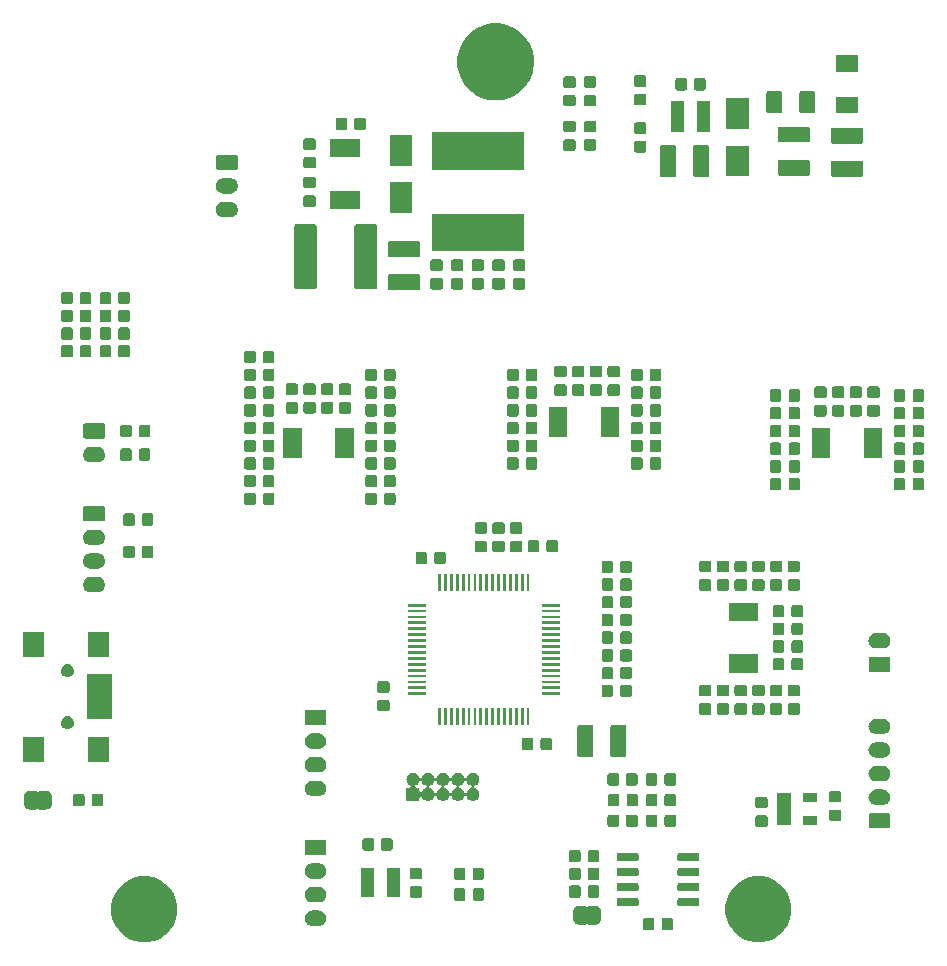
<source format=gts>
G04 This is an RS-274x file exported by *
G04 gerbv version 2.6A *
G04 More information is available about gerbv at *
G04 http://gerbv.geda-project.org/ *
G04 --End of header info--*
%MOIN*%
%FSLAX34Y34*%
%IPPOS*%
G04 --Define apertures--*
%ADD10C,0.0039*%
G04 --Start main section--*
G54D10*
G36*
G01X0096877Y-051892D02*
G01X0097072Y-051973D01*
G01X0097077Y-051976D01*
G01X0097258Y-052096D01*
G01X0097412Y-052250D01*
G01X0097532Y-052430D01*
G01X0097532Y-052430D01*
G01X0097615Y-052631D01*
G01X0097658Y-052844D01*
G01X0097658Y-053061D01*
G01X0097615Y-053274D01*
G01X0097536Y-053465D01*
G01X0097532Y-053475D01*
G01X0097412Y-053656D01*
G01X0097258Y-053809D01*
G01X0097077Y-053930D01*
G01X0097077Y-053930D01*
G01X0097077Y-053930D01*
G01X0096877Y-054013D01*
G01X0096664Y-054056D01*
G01X0096447Y-054056D01*
G01X0096233Y-054013D01*
G01X0096033Y-053930D01*
G01X0096033Y-053930D01*
G01X0096033Y-053930D01*
G01X0095852Y-053809D01*
G01X0095699Y-053656D01*
G01X0095578Y-053475D01*
G01X0095574Y-053465D01*
G01X0095495Y-053274D01*
G01X0095452Y-053061D01*
G01X0095452Y-052844D01*
G01X0095495Y-052631D01*
G01X0095578Y-052430D01*
G01X0095578Y-052430D01*
G01X0095699Y-052250D01*
G01X0095852Y-052096D01*
G01X0096033Y-051976D01*
G01X0096039Y-051973D01*
G01X0096233Y-051892D01*
G01X0096447Y-051850D01*
G01X0096664Y-051850D01*
G01X0096877Y-051892D01*
G01X0096877Y-051892D01*
G37*
G36*
G01X0076404Y-051892D02*
G01X0076599Y-051973D01*
G01X0076605Y-051976D01*
G01X0076786Y-052096D01*
G01X0076939Y-052250D01*
G01X0077060Y-052430D01*
G01X0077060Y-052430D01*
G01X0077143Y-052631D01*
G01X0077185Y-052844D01*
G01X0077185Y-053061D01*
G01X0077143Y-053274D01*
G01X0077064Y-053465D01*
G01X0077060Y-053475D01*
G01X0076939Y-053656D01*
G01X0076786Y-053809D01*
G01X0076605Y-053930D01*
G01X0076605Y-053930D01*
G01X0076605Y-053930D01*
G01X0076404Y-054013D01*
G01X0076191Y-054056D01*
G01X0075974Y-054056D01*
G01X0075761Y-054013D01*
G01X0075560Y-053930D01*
G01X0075560Y-053930D01*
G01X0075560Y-053930D01*
G01X0075380Y-053809D01*
G01X0075226Y-053656D01*
G01X0075105Y-053475D01*
G01X0075101Y-053465D01*
G01X0075022Y-053274D01*
G01X0074980Y-053061D01*
G01X0074980Y-052844D01*
G01X0075022Y-052631D01*
G01X0075105Y-052430D01*
G01X0075105Y-052430D01*
G01X0075226Y-052250D01*
G01X0075380Y-052096D01*
G01X0075560Y-051976D01*
G01X0075566Y-051973D01*
G01X0075761Y-051892D01*
G01X0075974Y-051850D01*
G01X0076191Y-051850D01*
G01X0076404Y-051892D01*
G01X0076404Y-051892D01*
G37*
G36*
G01X0093653Y-053239D02*
G01X0093667Y-053243D01*
G01X0093679Y-053250D01*
G01X0093690Y-053259D01*
G01X0093699Y-053270D01*
G01X0093705Y-053282D01*
G01X0093709Y-053295D01*
G01X0093711Y-053312D01*
G01X0093711Y-053578D01*
G01X0093709Y-053594D01*
G01X0093705Y-053608D01*
G01X0093699Y-053620D01*
G01X0093690Y-053631D01*
G01X0093679Y-053640D01*
G01X0093667Y-053646D01*
G01X0093653Y-053650D01*
G01X0093637Y-053652D01*
G01X0093400Y-053652D01*
G01X0093384Y-053650D01*
G01X0093371Y-053646D01*
G01X0093358Y-053640D01*
G01X0093348Y-053631D01*
G01X0093339Y-053620D01*
G01X0093332Y-053608D01*
G01X0093328Y-053594D01*
G01X0093326Y-053578D01*
G01X0093326Y-053312D01*
G01X0093328Y-053295D01*
G01X0093332Y-053282D01*
G01X0093339Y-053270D01*
G01X0093348Y-053259D01*
G01X0093358Y-053250D01*
G01X0093371Y-053243D01*
G01X0093384Y-053239D01*
G01X0093400Y-053238D01*
G01X0093637Y-053238D01*
G01X0093653Y-053239D01*
G01X0093653Y-053239D01*
G37*
G36*
G01X0093033Y-053239D02*
G01X0093047Y-053243D01*
G01X0093059Y-053250D01*
G01X0093070Y-053259D01*
G01X0093079Y-053270D01*
G01X0093085Y-053282D01*
G01X0093089Y-053295D01*
G01X0093091Y-053312D01*
G01X0093091Y-053578D01*
G01X0093089Y-053594D01*
G01X0093085Y-053608D01*
G01X0093079Y-053620D01*
G01X0093070Y-053631D01*
G01X0093059Y-053640D01*
G01X0093047Y-053646D01*
G01X0093033Y-053650D01*
G01X0093017Y-053652D01*
G01X0092780Y-053652D01*
G01X0092764Y-053650D01*
G01X0092751Y-053646D01*
G01X0092738Y-053640D01*
G01X0092727Y-053631D01*
G01X0092719Y-053620D01*
G01X0092712Y-053608D01*
G01X0092708Y-053594D01*
G01X0092706Y-053578D01*
G01X0092706Y-053312D01*
G01X0092708Y-053295D01*
G01X0092712Y-053282D01*
G01X0092719Y-053270D01*
G01X0092727Y-053259D01*
G01X0092738Y-053250D01*
G01X0092751Y-053243D01*
G01X0092764Y-053239D01*
G01X0092780Y-053238D01*
G01X0093017Y-053238D01*
G01X0093033Y-053239D01*
G01X0093033Y-053239D01*
G37*
G36*
G01X0081919Y-052992D02*
G01X0081950Y-052995D01*
G01X0081986Y-053006D01*
G01X0081998Y-053010D01*
G01X0082043Y-053034D01*
G01X0082082Y-053066D01*
G01X0082114Y-053105D01*
G01X0082138Y-053149D01*
G01X0082138Y-053149D01*
G01X0082152Y-053198D01*
G01X0082157Y-053248D01*
G01X0082152Y-053298D01*
G01X0082147Y-053315D01*
G01X0082138Y-053347D01*
G01X0082114Y-053391D01*
G01X0082082Y-053430D01*
G01X0082043Y-053462D01*
G01X0081998Y-053486D01*
G01X0081986Y-053490D01*
G01X0081950Y-053501D01*
G01X0081925Y-053503D01*
G01X0081912Y-053504D01*
G01X0081670Y-053504D01*
G01X0081658Y-053503D01*
G01X0081633Y-053501D01*
G01X0081597Y-053490D01*
G01X0081585Y-053486D01*
G01X0081540Y-053462D01*
G01X0081501Y-053430D01*
G01X0081469Y-053391D01*
G01X0081445Y-053347D01*
G01X0081436Y-053315D01*
G01X0081430Y-053298D01*
G01X0081426Y-053248D01*
G01X0081430Y-053198D01*
G01X0081445Y-053149D01*
G01X0081445Y-053149D01*
G01X0081469Y-053105D01*
G01X0081501Y-053066D01*
G01X0081540Y-053034D01*
G01X0081585Y-053010D01*
G01X0081597Y-053006D01*
G01X0081633Y-052995D01*
G01X0081663Y-052992D01*
G01X0081670Y-052992D01*
G01X0081912Y-052992D01*
G01X0081919Y-052992D01*
G01X0081919Y-052992D01*
G37*
G36*
G01X0090791Y-052835D02*
G01X0090795Y-052836D01*
G01X0090799Y-052838D01*
G01X0090802Y-052840D01*
G01X0090806Y-052845D01*
G01X0090808Y-052849D01*
G01X0090815Y-052856D01*
G01X0090823Y-052861D01*
G01X0090832Y-052865D01*
G01X0090842Y-052867D01*
G01X0090851Y-052867D01*
G01X0090861Y-052865D01*
G01X0090870Y-052861D01*
G01X0090878Y-052856D01*
G01X0090884Y-052849D01*
G01X0090887Y-052845D01*
G01X0090891Y-052840D01*
G01X0090894Y-052838D01*
G01X0090898Y-052836D01*
G01X0090902Y-052835D01*
G01X0090908Y-052834D01*
G01X0091100Y-052834D01*
G01X0091107Y-052835D01*
G01X0091112Y-052835D01*
G01X0091119Y-052835D01*
G01X0091128Y-052836D01*
G01X0091161Y-052842D01*
G01X0091170Y-052845D01*
G01X0091201Y-052858D01*
G01X0091203Y-052859D01*
G01X0091203Y-052859D01*
G01X0091206Y-052861D01*
G01X0091206Y-052861D01*
G01X0091209Y-052862D01*
G01X0091237Y-052881D01*
G01X0091243Y-052886D01*
G01X0091267Y-052910D01*
G01X0091273Y-052917D01*
G01X0091292Y-052945D01*
G01X0091293Y-052947D01*
G01X0091293Y-052947D01*
G01X0091295Y-052951D01*
G01X0091295Y-052951D01*
G01X0091296Y-052953D01*
G01X0091309Y-052984D01*
G01X0091311Y-052992D01*
G01X0091318Y-053026D01*
G01X0091319Y-053034D01*
G01X0091319Y-053042D01*
G01X0091319Y-053046D01*
G01X0091320Y-053054D01*
G01X0091320Y-053246D01*
G01X0091319Y-053253D01*
G01X0091319Y-053258D01*
G01X0091319Y-053265D01*
G01X0091318Y-053274D01*
G01X0091311Y-053307D01*
G01X0091309Y-053315D01*
G01X0091296Y-053346D01*
G01X0091295Y-053349D01*
G01X0091295Y-053349D01*
G01X0091293Y-053352D01*
G01X0091293Y-053352D01*
G01X0091292Y-053354D01*
G01X0091273Y-053382D01*
G01X0091267Y-053389D01*
G01X0091243Y-053413D01*
G01X0091237Y-053419D01*
G01X0091209Y-053437D01*
G01X0091206Y-053438D01*
G01X0091206Y-053438D01*
G01X0091203Y-053440D01*
G01X0091203Y-053440D01*
G01X0091201Y-053441D01*
G01X0091170Y-053454D01*
G01X0091161Y-053457D01*
G01X0091128Y-053463D01*
G01X0091119Y-053464D01*
G01X0091112Y-053464D01*
G01X0091107Y-053465D01*
G01X0091100Y-053465D01*
G01X0090908Y-053465D01*
G01X0090902Y-053465D01*
G01X0090898Y-053464D01*
G01X0090894Y-053462D01*
G01X0090891Y-053459D01*
G01X0090887Y-053454D01*
G01X0090884Y-053450D01*
G01X0090878Y-053443D01*
G01X0090870Y-053438D01*
G01X0090861Y-053434D01*
G01X0090851Y-053432D01*
G01X0090842Y-053432D01*
G01X0090832Y-053434D01*
G01X0090823Y-053438D01*
G01X0090815Y-053443D01*
G01X0090808Y-053450D01*
G01X0090806Y-053454D01*
G01X0090802Y-053459D01*
G01X0090799Y-053462D01*
G01X0090795Y-053464D01*
G01X0090791Y-053465D01*
G01X0090785Y-053465D01*
G01X0090593Y-053465D01*
G01X0090586Y-053465D01*
G01X0090581Y-053464D01*
G01X0090574Y-053464D01*
G01X0090565Y-053463D01*
G01X0090532Y-053457D01*
G01X0090523Y-053454D01*
G01X0090492Y-053441D01*
G01X0090490Y-053440D01*
G01X0090490Y-053440D01*
G01X0090487Y-053438D01*
G01X0090487Y-053438D01*
G01X0090484Y-053437D01*
G01X0090456Y-053419D01*
G01X0090450Y-053413D01*
G01X0090426Y-053389D01*
G01X0090420Y-053382D01*
G01X0090401Y-053354D01*
G01X0090400Y-053352D01*
G01X0090400Y-053352D01*
G01X0090398Y-053349D01*
G01X0090398Y-053349D01*
G01X0090397Y-053346D01*
G01X0090384Y-053315D01*
G01X0090382Y-053307D01*
G01X0090375Y-053274D01*
G01X0090374Y-053265D01*
G01X0090374Y-053258D01*
G01X0090374Y-053253D01*
G01X0090373Y-053246D01*
G01X0090373Y-053054D01*
G01X0090374Y-053046D01*
G01X0090374Y-053042D01*
G01X0090374Y-053034D01*
G01X0090375Y-053026D01*
G01X0090382Y-052992D01*
G01X0090384Y-052984D01*
G01X0090397Y-052953D01*
G01X0090398Y-052951D01*
G01X0090398Y-052951D01*
G01X0090400Y-052947D01*
G01X0090400Y-052947D01*
G01X0090401Y-052945D01*
G01X0090420Y-052917D01*
G01X0090426Y-052910D01*
G01X0090450Y-052886D01*
G01X0090456Y-052881D01*
G01X0090484Y-052862D01*
G01X0090487Y-052861D01*
G01X0090487Y-052861D01*
G01X0090490Y-052859D01*
G01X0090490Y-052859D01*
G01X0090492Y-052858D01*
G01X0090523Y-052845D01*
G01X0090532Y-052842D01*
G01X0090565Y-052836D01*
G01X0090574Y-052835D01*
G01X0090581Y-052835D01*
G01X0090586Y-052835D01*
G01X0090593Y-052834D01*
G01X0090785Y-052834D01*
G01X0090791Y-052835D01*
G01X0090791Y-052835D01*
G37*
G36*
G01X0094551Y-052581D02*
G01X0094559Y-052584D01*
G01X0094567Y-052588D01*
G01X0094574Y-052594D01*
G01X0094579Y-052600D01*
G01X0094583Y-052608D01*
G01X0094586Y-052616D01*
G01X0094587Y-052627D01*
G01X0094587Y-052810D01*
G01X0094586Y-052821D01*
G01X0094583Y-052829D01*
G01X0094579Y-052837D01*
G01X0094574Y-052843D01*
G01X0094567Y-052849D01*
G01X0094559Y-052853D01*
G01X0094551Y-052856D01*
G01X0094540Y-052857D01*
G01X0093905Y-052857D01*
G01X0093894Y-052856D01*
G01X0093885Y-052853D01*
G01X0093878Y-052849D01*
G01X0093871Y-052843D01*
G01X0093866Y-052837D01*
G01X0093861Y-052829D01*
G01X0093859Y-052821D01*
G01X0093858Y-052810D01*
G01X0093858Y-052627D01*
G01X0093859Y-052616D01*
G01X0093861Y-052608D01*
G01X0093866Y-052600D01*
G01X0093871Y-052594D01*
G01X0093878Y-052588D01*
G01X0093885Y-052584D01*
G01X0093894Y-052581D01*
G01X0093905Y-052580D01*
G01X0094540Y-052580D01*
G01X0094551Y-052581D01*
G01X0094551Y-052581D01*
G37*
G36*
G01X0092524Y-052581D02*
G01X0092532Y-052584D01*
G01X0092540Y-052588D01*
G01X0092546Y-052594D01*
G01X0092552Y-052600D01*
G01X0092556Y-052608D01*
G01X0092558Y-052616D01*
G01X0092559Y-052627D01*
G01X0092559Y-052810D01*
G01X0092558Y-052821D01*
G01X0092556Y-052829D01*
G01X0092552Y-052837D01*
G01X0092546Y-052843D01*
G01X0092540Y-052849D01*
G01X0092532Y-052853D01*
G01X0092524Y-052856D01*
G01X0092513Y-052857D01*
G01X0091877Y-052857D01*
G01X0091866Y-052856D01*
G01X0091858Y-052853D01*
G01X0091850Y-052849D01*
G01X0091844Y-052843D01*
G01X0091838Y-052837D01*
G01X0091834Y-052829D01*
G01X0091831Y-052821D01*
G01X0091830Y-052810D01*
G01X0091830Y-052627D01*
G01X0091831Y-052616D01*
G01X0091834Y-052608D01*
G01X0091838Y-052600D01*
G01X0091844Y-052594D01*
G01X0091850Y-052588D01*
G01X0091858Y-052584D01*
G01X0091866Y-052581D01*
G01X0091877Y-052580D01*
G01X0092513Y-052580D01*
G01X0092524Y-052581D01*
G01X0092524Y-052581D01*
G37*
G36*
G01X0081925Y-052206D02*
G01X0081950Y-052208D01*
G01X0081978Y-052217D01*
G01X0081998Y-052223D01*
G01X0082043Y-052246D01*
G01X0082082Y-052279D01*
G01X0082114Y-052318D01*
G01X0082138Y-052362D01*
G01X0082138Y-052362D01*
G01X0082152Y-052410D01*
G01X0082157Y-052461D01*
G01X0082152Y-052511D01*
G01X0082144Y-052537D01*
G01X0082138Y-052559D01*
G01X0082114Y-052604D01*
G01X0082082Y-052643D01*
G01X0082043Y-052675D01*
G01X0081998Y-052699D01*
G01X0081986Y-052702D01*
G01X0081950Y-052713D01*
G01X0081925Y-052716D01*
G01X0081912Y-052717D01*
G01X0081670Y-052717D01*
G01X0081658Y-052716D01*
G01X0081633Y-052713D01*
G01X0081597Y-052702D01*
G01X0081585Y-052699D01*
G01X0081540Y-052675D01*
G01X0081501Y-052643D01*
G01X0081469Y-052604D01*
G01X0081445Y-052559D01*
G01X0081439Y-052537D01*
G01X0081430Y-052511D01*
G01X0081426Y-052461D01*
G01X0081430Y-052410D01*
G01X0081445Y-052362D01*
G01X0081445Y-052362D01*
G01X0081469Y-052318D01*
G01X0081501Y-052279D01*
G01X0081540Y-052246D01*
G01X0081585Y-052223D01*
G01X0081605Y-052217D01*
G01X0081633Y-052208D01*
G01X0081658Y-052206D01*
G01X0081670Y-052204D01*
G01X0081912Y-052204D01*
G01X0081925Y-052206D01*
G01X0081925Y-052206D01*
G37*
G36*
G01X0086734Y-052255D02*
G01X0086747Y-052259D01*
G01X0086760Y-052266D01*
G01X0086771Y-052275D01*
G01X0086779Y-052285D01*
G01X0086786Y-052298D01*
G01X0086790Y-052311D01*
G01X0086792Y-052328D01*
G01X0086792Y-052594D01*
G01X0086790Y-052610D01*
G01X0086786Y-052623D01*
G01X0086779Y-052636D01*
G01X0086771Y-052647D01*
G01X0086760Y-052655D01*
G01X0086747Y-052662D01*
G01X0086734Y-052666D01*
G01X0086718Y-052668D01*
G01X0086481Y-052668D01*
G01X0086465Y-052666D01*
G01X0086451Y-052662D01*
G01X0086439Y-052655D01*
G01X0086428Y-052647D01*
G01X0086419Y-052636D01*
G01X0086413Y-052623D01*
G01X0086409Y-052610D01*
G01X0086407Y-052594D01*
G01X0086407Y-052328D01*
G01X0086409Y-052311D01*
G01X0086413Y-052298D01*
G01X0086419Y-052285D01*
G01X0086428Y-052275D01*
G01X0086439Y-052266D01*
G01X0086451Y-052259D01*
G01X0086465Y-052255D01*
G01X0086481Y-052254D01*
G01X0086718Y-052254D01*
G01X0086734Y-052255D01*
G01X0086734Y-052255D01*
G37*
G36*
G01X0087354Y-052255D02*
G01X0087368Y-052259D01*
G01X0087380Y-052266D01*
G01X0087391Y-052275D01*
G01X0087400Y-052285D01*
G01X0087406Y-052298D01*
G01X0087410Y-052311D01*
G01X0087412Y-052328D01*
G01X0087412Y-052594D01*
G01X0087410Y-052610D01*
G01X0087406Y-052623D01*
G01X0087400Y-052636D01*
G01X0087391Y-052647D01*
G01X0087380Y-052655D01*
G01X0087368Y-052662D01*
G01X0087354Y-052666D01*
G01X0087338Y-052668D01*
G01X0087101Y-052668D01*
G01X0087085Y-052666D01*
G01X0087071Y-052662D01*
G01X0087059Y-052655D01*
G01X0087048Y-052647D01*
G01X0087039Y-052636D01*
G01X0087033Y-052623D01*
G01X0087029Y-052610D01*
G01X0087027Y-052594D01*
G01X0087027Y-052328D01*
G01X0087029Y-052311D01*
G01X0087033Y-052298D01*
G01X0087039Y-052285D01*
G01X0087048Y-052275D01*
G01X0087059Y-052266D01*
G01X0087071Y-052259D01*
G01X0087085Y-052255D01*
G01X0087101Y-052254D01*
G01X0087338Y-052254D01*
G01X0087354Y-052255D01*
G01X0087354Y-052255D01*
G37*
G36*
G01X0091193Y-052157D02*
G01X0091206Y-052161D01*
G01X0091218Y-052167D01*
G01X0091229Y-052176D01*
G01X0091238Y-052187D01*
G01X0091245Y-052199D01*
G01X0091249Y-052213D01*
G01X0091250Y-052229D01*
G01X0091250Y-052495D01*
G01X0091249Y-052512D01*
G01X0091245Y-052525D01*
G01X0091238Y-052537D01*
G01X0091229Y-052548D01*
G01X0091218Y-052557D01*
G01X0091206Y-052564D01*
G01X0091193Y-052568D01*
G01X0091176Y-052569D01*
G01X0090940Y-052569D01*
G01X0090923Y-052568D01*
G01X0090910Y-052564D01*
G01X0090898Y-052557D01*
G01X0090887Y-052548D01*
G01X0090878Y-052537D01*
G01X0090871Y-052525D01*
G01X0090867Y-052512D01*
G01X0090866Y-052495D01*
G01X0090866Y-052229D01*
G01X0090867Y-052213D01*
G01X0090871Y-052199D01*
G01X0090878Y-052187D01*
G01X0090887Y-052176D01*
G01X0090898Y-052167D01*
G01X0090910Y-052161D01*
G01X0090923Y-052157D01*
G01X0090940Y-052155D01*
G01X0091176Y-052155D01*
G01X0091193Y-052157D01*
G01X0091193Y-052157D01*
G37*
G36*
G01X0085287Y-052186D02*
G01X0085301Y-052190D01*
G01X0085313Y-052197D01*
G01X0085324Y-052206D01*
G01X0085333Y-052217D01*
G01X0085339Y-052229D01*
G01X0085343Y-052242D01*
G01X0085345Y-052259D01*
G01X0085345Y-052495D01*
G01X0085343Y-052512D01*
G01X0085339Y-052525D01*
G01X0085333Y-052537D01*
G01X0085324Y-052548D01*
G01X0085313Y-052557D01*
G01X0085301Y-052564D01*
G01X0085287Y-052568D01*
G01X0085271Y-052569D01*
G01X0085005Y-052569D01*
G01X0084988Y-052568D01*
G01X0084975Y-052564D01*
G01X0084963Y-052557D01*
G01X0084952Y-052548D01*
G01X0084943Y-052537D01*
G01X0084936Y-052525D01*
G01X0084932Y-052512D01*
G01X0084931Y-052495D01*
G01X0084931Y-052259D01*
G01X0084932Y-052242D01*
G01X0084936Y-052229D01*
G01X0084943Y-052217D01*
G01X0084952Y-052206D01*
G01X0084963Y-052197D01*
G01X0084975Y-052190D01*
G01X0084988Y-052186D01*
G01X0085005Y-052185D01*
G01X0085271Y-052185D01*
G01X0085287Y-052186D01*
G01X0085287Y-052186D01*
G37*
G36*
G01X0090573Y-052157D02*
G01X0090586Y-052161D01*
G01X0090598Y-052167D01*
G01X0090609Y-052176D01*
G01X0090618Y-052187D01*
G01X0090625Y-052199D01*
G01X0090629Y-052213D01*
G01X0090630Y-052229D01*
G01X0090630Y-052495D01*
G01X0090629Y-052512D01*
G01X0090625Y-052525D01*
G01X0090618Y-052537D01*
G01X0090609Y-052548D01*
G01X0090598Y-052557D01*
G01X0090586Y-052564D01*
G01X0090573Y-052568D01*
G01X0090556Y-052569D01*
G01X0090320Y-052569D01*
G01X0090303Y-052568D01*
G01X0090290Y-052564D01*
G01X0090278Y-052557D01*
G01X0090267Y-052548D01*
G01X0090258Y-052537D01*
G01X0090251Y-052525D01*
G01X0090247Y-052512D01*
G01X0090246Y-052495D01*
G01X0090246Y-052229D01*
G01X0090247Y-052213D01*
G01X0090251Y-052199D01*
G01X0090258Y-052187D01*
G01X0090267Y-052176D01*
G01X0090278Y-052167D01*
G01X0090290Y-052161D01*
G01X0090303Y-052157D01*
G01X0090320Y-052155D01*
G01X0090556Y-052155D01*
G01X0090573Y-052157D01*
G01X0090573Y-052157D01*
G37*
G36*
G01X0083752Y-052552D02*
G01X0083295Y-052552D01*
G01X0083295Y-051582D01*
G01X0083752Y-051582D01*
G01X0083752Y-052552D01*
G01X0083752Y-052552D01*
G37*
G36*
G01X0084619Y-052552D02*
G01X0084161Y-052552D01*
G01X0084161Y-051582D01*
G01X0084619Y-051582D01*
G01X0084619Y-052552D01*
G01X0084619Y-052552D01*
G37*
G36*
G01X0094551Y-052081D02*
G01X0094559Y-052084D01*
G01X0094567Y-052088D01*
G01X0094574Y-052094D01*
G01X0094579Y-052100D01*
G01X0094583Y-052108D01*
G01X0094586Y-052116D01*
G01X0094587Y-052127D01*
G01X0094587Y-052310D01*
G01X0094586Y-052321D01*
G01X0094583Y-052329D01*
G01X0094579Y-052337D01*
G01X0094574Y-052343D01*
G01X0094567Y-052349D01*
G01X0094559Y-052353D01*
G01X0094551Y-052356D01*
G01X0094540Y-052357D01*
G01X0093905Y-052357D01*
G01X0093894Y-052356D01*
G01X0093885Y-052353D01*
G01X0093878Y-052349D01*
G01X0093871Y-052343D01*
G01X0093866Y-052337D01*
G01X0093861Y-052329D01*
G01X0093859Y-052321D01*
G01X0093858Y-052310D01*
G01X0093858Y-052127D01*
G01X0093859Y-052116D01*
G01X0093861Y-052108D01*
G01X0093866Y-052100D01*
G01X0093871Y-052094D01*
G01X0093878Y-052088D01*
G01X0093885Y-052084D01*
G01X0093894Y-052081D01*
G01X0093905Y-052080D01*
G01X0094540Y-052080D01*
G01X0094551Y-052081D01*
G01X0094551Y-052081D01*
G37*
G36*
G01X0092524Y-052081D02*
G01X0092532Y-052084D01*
G01X0092540Y-052088D01*
G01X0092546Y-052094D01*
G01X0092552Y-052100D01*
G01X0092556Y-052108D01*
G01X0092558Y-052116D01*
G01X0092559Y-052127D01*
G01X0092559Y-052310D01*
G01X0092558Y-052321D01*
G01X0092556Y-052329D01*
G01X0092552Y-052337D01*
G01X0092546Y-052343D01*
G01X0092540Y-052349D01*
G01X0092532Y-052353D01*
G01X0092524Y-052356D01*
G01X0092513Y-052357D01*
G01X0091877Y-052357D01*
G01X0091866Y-052356D01*
G01X0091858Y-052353D01*
G01X0091850Y-052349D01*
G01X0091844Y-052343D01*
G01X0091838Y-052337D01*
G01X0091834Y-052329D01*
G01X0091831Y-052321D01*
G01X0091830Y-052310D01*
G01X0091830Y-052127D01*
G01X0091831Y-052116D01*
G01X0091834Y-052108D01*
G01X0091838Y-052100D01*
G01X0091844Y-052094D01*
G01X0091850Y-052088D01*
G01X0091858Y-052084D01*
G01X0091866Y-052081D01*
G01X0091877Y-052080D01*
G01X0092513Y-052080D01*
G01X0092524Y-052081D01*
G01X0092524Y-052081D01*
G37*
G36*
G01X0091193Y-051566D02*
G01X0091206Y-051570D01*
G01X0091218Y-051577D01*
G01X0091229Y-051586D01*
G01X0091238Y-051596D01*
G01X0091245Y-051609D01*
G01X0091249Y-051622D01*
G01X0091250Y-051639D01*
G01X0091250Y-051905D01*
G01X0091249Y-051921D01*
G01X0091245Y-051934D01*
G01X0091238Y-051947D01*
G01X0091229Y-051958D01*
G01X0091218Y-051966D01*
G01X0091206Y-051973D01*
G01X0091193Y-051977D01*
G01X0091176Y-051979D01*
G01X0090940Y-051979D01*
G01X0090923Y-051977D01*
G01X0090910Y-051973D01*
G01X0090898Y-051966D01*
G01X0090887Y-051958D01*
G01X0090878Y-051947D01*
G01X0090871Y-051934D01*
G01X0090867Y-051921D01*
G01X0090866Y-051905D01*
G01X0090866Y-051639D01*
G01X0090867Y-051622D01*
G01X0090871Y-051609D01*
G01X0090878Y-051596D01*
G01X0090887Y-051586D01*
G01X0090898Y-051577D01*
G01X0090910Y-051570D01*
G01X0090923Y-051566D01*
G01X0090940Y-051565D01*
G01X0091176Y-051565D01*
G01X0091193Y-051566D01*
G01X0091193Y-051566D01*
G37*
G36*
G01X0090573Y-051566D02*
G01X0090586Y-051570D01*
G01X0090598Y-051577D01*
G01X0090609Y-051586D01*
G01X0090618Y-051596D01*
G01X0090625Y-051609D01*
G01X0090629Y-051622D01*
G01X0090630Y-051639D01*
G01X0090630Y-051905D01*
G01X0090629Y-051921D01*
G01X0090625Y-051934D01*
G01X0090618Y-051947D01*
G01X0090609Y-051958D01*
G01X0090598Y-051966D01*
G01X0090586Y-051973D01*
G01X0090573Y-051977D01*
G01X0090556Y-051979D01*
G01X0090320Y-051979D01*
G01X0090303Y-051977D01*
G01X0090290Y-051973D01*
G01X0090278Y-051966D01*
G01X0090267Y-051958D01*
G01X0090258Y-051947D01*
G01X0090251Y-051934D01*
G01X0090247Y-051921D01*
G01X0090246Y-051905D01*
G01X0090246Y-051639D01*
G01X0090247Y-051622D01*
G01X0090251Y-051609D01*
G01X0090258Y-051596D01*
G01X0090267Y-051586D01*
G01X0090278Y-051577D01*
G01X0090290Y-051570D01*
G01X0090303Y-051566D01*
G01X0090320Y-051565D01*
G01X0090556Y-051565D01*
G01X0090573Y-051566D01*
G01X0090573Y-051566D01*
G37*
G36*
G01X0087354Y-051566D02*
G01X0087368Y-051570D01*
G01X0087380Y-051577D01*
G01X0087391Y-051586D01*
G01X0087400Y-051596D01*
G01X0087406Y-051609D01*
G01X0087410Y-051622D01*
G01X0087412Y-051639D01*
G01X0087412Y-051905D01*
G01X0087410Y-051921D01*
G01X0087406Y-051934D01*
G01X0087400Y-051947D01*
G01X0087391Y-051958D01*
G01X0087380Y-051966D01*
G01X0087368Y-051973D01*
G01X0087354Y-051977D01*
G01X0087338Y-051979D01*
G01X0087101Y-051979D01*
G01X0087085Y-051977D01*
G01X0087071Y-051973D01*
G01X0087059Y-051966D01*
G01X0087048Y-051958D01*
G01X0087039Y-051947D01*
G01X0087033Y-051934D01*
G01X0087029Y-051921D01*
G01X0087027Y-051905D01*
G01X0087027Y-051639D01*
G01X0087029Y-051622D01*
G01X0087033Y-051609D01*
G01X0087039Y-051596D01*
G01X0087048Y-051586D01*
G01X0087059Y-051577D01*
G01X0087071Y-051570D01*
G01X0087085Y-051566D01*
G01X0087101Y-051565D01*
G01X0087338Y-051565D01*
G01X0087354Y-051566D01*
G01X0087354Y-051566D01*
G37*
G36*
G01X0086734Y-051566D02*
G01X0086747Y-051570D01*
G01X0086760Y-051577D01*
G01X0086771Y-051586D01*
G01X0086779Y-051596D01*
G01X0086786Y-051609D01*
G01X0086790Y-051622D01*
G01X0086792Y-051639D01*
G01X0086792Y-051905D01*
G01X0086790Y-051921D01*
G01X0086786Y-051934D01*
G01X0086779Y-051947D01*
G01X0086771Y-051958D01*
G01X0086760Y-051966D01*
G01X0086747Y-051973D01*
G01X0086734Y-051977D01*
G01X0086718Y-051979D01*
G01X0086481Y-051979D01*
G01X0086465Y-051977D01*
G01X0086451Y-051973D01*
G01X0086439Y-051966D01*
G01X0086428Y-051958D01*
G01X0086419Y-051947D01*
G01X0086413Y-051934D01*
G01X0086409Y-051921D01*
G01X0086407Y-051905D01*
G01X0086407Y-051639D01*
G01X0086409Y-051622D01*
G01X0086413Y-051609D01*
G01X0086419Y-051596D01*
G01X0086428Y-051586D01*
G01X0086439Y-051577D01*
G01X0086451Y-051570D01*
G01X0086465Y-051566D01*
G01X0086481Y-051565D01*
G01X0086718Y-051565D01*
G01X0086734Y-051566D01*
G01X0086734Y-051566D01*
G37*
G36*
G01X0085287Y-051566D02*
G01X0085301Y-051570D01*
G01X0085313Y-051577D01*
G01X0085324Y-051586D01*
G01X0085333Y-051596D01*
G01X0085339Y-051609D01*
G01X0085343Y-051622D01*
G01X0085345Y-051639D01*
G01X0085345Y-051875D01*
G01X0085343Y-051892D01*
G01X0085339Y-051905D01*
G01X0085333Y-051917D01*
G01X0085324Y-051928D01*
G01X0085313Y-051937D01*
G01X0085301Y-051944D01*
G01X0085287Y-051948D01*
G01X0085271Y-051949D01*
G01X0085005Y-051949D01*
G01X0084988Y-051948D01*
G01X0084975Y-051944D01*
G01X0084963Y-051937D01*
G01X0084952Y-051928D01*
G01X0084943Y-051917D01*
G01X0084936Y-051905D01*
G01X0084932Y-051892D01*
G01X0084931Y-051875D01*
G01X0084931Y-051639D01*
G01X0084932Y-051622D01*
G01X0084936Y-051609D01*
G01X0084943Y-051596D01*
G01X0084952Y-051586D01*
G01X0084963Y-051577D01*
G01X0084975Y-051570D01*
G01X0084988Y-051566D01*
G01X0085005Y-051565D01*
G01X0085271Y-051565D01*
G01X0085287Y-051566D01*
G01X0085287Y-051566D01*
G37*
G36*
G01X0081925Y-051418D02*
G01X0081950Y-051421D01*
G01X0081986Y-051431D01*
G01X0081998Y-051435D01*
G01X0082043Y-051459D01*
G01X0082082Y-051491D01*
G01X0082114Y-051530D01*
G01X0082138Y-051575D01*
G01X0082140Y-051582D01*
G01X0082152Y-051623D01*
G01X0082157Y-051673D01*
G01X0082152Y-051723D01*
G01X0082141Y-051759D01*
G01X0082138Y-051772D01*
G01X0082114Y-051816D01*
G01X0082082Y-051855D01*
G01X0082043Y-051887D01*
G01X0081998Y-051911D01*
G01X0081986Y-051915D01*
G01X0081950Y-051926D01*
G01X0081925Y-051928D01*
G01X0081912Y-051930D01*
G01X0081670Y-051930D01*
G01X0081658Y-051928D01*
G01X0081633Y-051926D01*
G01X0081597Y-051915D01*
G01X0081585Y-051911D01*
G01X0081540Y-051887D01*
G01X0081501Y-051855D01*
G01X0081469Y-051816D01*
G01X0081445Y-051772D01*
G01X0081441Y-051759D01*
G01X0081430Y-051723D01*
G01X0081426Y-051673D01*
G01X0081430Y-051623D01*
G01X0081443Y-051582D01*
G01X0081445Y-051575D01*
G01X0081469Y-051530D01*
G01X0081501Y-051491D01*
G01X0081540Y-051459D01*
G01X0081585Y-051435D01*
G01X0081597Y-051431D01*
G01X0081633Y-051421D01*
G01X0081658Y-051418D01*
G01X0081670Y-051417D01*
G01X0081912Y-051417D01*
G01X0081925Y-051418D01*
G01X0081925Y-051418D01*
G37*
G36*
G01X0092524Y-051581D02*
G01X0092532Y-051584D01*
G01X0092540Y-051588D01*
G01X0092546Y-051594D01*
G01X0092552Y-051600D01*
G01X0092556Y-051608D01*
G01X0092558Y-051616D01*
G01X0092559Y-051627D01*
G01X0092559Y-051810D01*
G01X0092558Y-051821D01*
G01X0092556Y-051829D01*
G01X0092552Y-051837D01*
G01X0092546Y-051843D01*
G01X0092540Y-051849D01*
G01X0092532Y-051853D01*
G01X0092524Y-051856D01*
G01X0092513Y-051857D01*
G01X0091877Y-051857D01*
G01X0091866Y-051856D01*
G01X0091858Y-051853D01*
G01X0091850Y-051849D01*
G01X0091844Y-051843D01*
G01X0091838Y-051837D01*
G01X0091834Y-051829D01*
G01X0091831Y-051821D01*
G01X0091830Y-051810D01*
G01X0091830Y-051627D01*
G01X0091831Y-051616D01*
G01X0091834Y-051608D01*
G01X0091838Y-051600D01*
G01X0091844Y-051594D01*
G01X0091850Y-051588D01*
G01X0091858Y-051584D01*
G01X0091866Y-051581D01*
G01X0091877Y-051580D01*
G01X0092513Y-051580D01*
G01X0092524Y-051581D01*
G01X0092524Y-051581D01*
G37*
G36*
G01X0094551Y-051581D02*
G01X0094559Y-051584D01*
G01X0094567Y-051588D01*
G01X0094574Y-051594D01*
G01X0094579Y-051600D01*
G01X0094583Y-051608D01*
G01X0094586Y-051616D01*
G01X0094587Y-051627D01*
G01X0094587Y-051810D01*
G01X0094586Y-051821D01*
G01X0094583Y-051829D01*
G01X0094579Y-051837D01*
G01X0094574Y-051843D01*
G01X0094567Y-051849D01*
G01X0094559Y-051853D01*
G01X0094551Y-051856D01*
G01X0094540Y-051857D01*
G01X0093905Y-051857D01*
G01X0093894Y-051856D01*
G01X0093885Y-051853D01*
G01X0093878Y-051849D01*
G01X0093871Y-051843D01*
G01X0093866Y-051837D01*
G01X0093861Y-051829D01*
G01X0093859Y-051821D01*
G01X0093858Y-051810D01*
G01X0093858Y-051627D01*
G01X0093859Y-051616D01*
G01X0093861Y-051608D01*
G01X0093866Y-051600D01*
G01X0093871Y-051594D01*
G01X0093878Y-051588D01*
G01X0093885Y-051584D01*
G01X0093894Y-051581D01*
G01X0093905Y-051580D01*
G01X0094540Y-051580D01*
G01X0094551Y-051581D01*
G01X0094551Y-051581D01*
G37*
G36*
G01X0091193Y-050976D02*
G01X0091206Y-050980D01*
G01X0091218Y-050986D01*
G01X0091229Y-050995D01*
G01X0091238Y-051006D01*
G01X0091245Y-051018D01*
G01X0091249Y-051032D01*
G01X0091250Y-051048D01*
G01X0091250Y-051314D01*
G01X0091249Y-051331D01*
G01X0091245Y-051344D01*
G01X0091238Y-051356D01*
G01X0091229Y-051367D01*
G01X0091218Y-051376D01*
G01X0091206Y-051383D01*
G01X0091193Y-051387D01*
G01X0091176Y-051388D01*
G01X0090940Y-051388D01*
G01X0090923Y-051387D01*
G01X0090910Y-051383D01*
G01X0090898Y-051376D01*
G01X0090887Y-051367D01*
G01X0090878Y-051356D01*
G01X0090871Y-051344D01*
G01X0090867Y-051331D01*
G01X0090866Y-051314D01*
G01X0090866Y-051048D01*
G01X0090867Y-051032D01*
G01X0090871Y-051018D01*
G01X0090878Y-051006D01*
G01X0090887Y-050995D01*
G01X0090898Y-050986D01*
G01X0090910Y-050980D01*
G01X0090923Y-050976D01*
G01X0090940Y-050974D01*
G01X0091176Y-050974D01*
G01X0091193Y-050976D01*
G01X0091193Y-050976D01*
G37*
G36*
G01X0090573Y-050976D02*
G01X0090586Y-050980D01*
G01X0090598Y-050986D01*
G01X0090609Y-050995D01*
G01X0090618Y-051006D01*
G01X0090625Y-051018D01*
G01X0090629Y-051032D01*
G01X0090630Y-051048D01*
G01X0090630Y-051314D01*
G01X0090629Y-051331D01*
G01X0090625Y-051344D01*
G01X0090618Y-051356D01*
G01X0090609Y-051367D01*
G01X0090598Y-051376D01*
G01X0090586Y-051383D01*
G01X0090573Y-051387D01*
G01X0090556Y-051388D01*
G01X0090320Y-051388D01*
G01X0090303Y-051387D01*
G01X0090290Y-051383D01*
G01X0090278Y-051376D01*
G01X0090267Y-051367D01*
G01X0090258Y-051356D01*
G01X0090251Y-051344D01*
G01X0090247Y-051331D01*
G01X0090246Y-051314D01*
G01X0090246Y-051048D01*
G01X0090247Y-051032D01*
G01X0090251Y-051018D01*
G01X0090258Y-051006D01*
G01X0090267Y-050995D01*
G01X0090278Y-050986D01*
G01X0090290Y-050980D01*
G01X0090303Y-050976D01*
G01X0090320Y-050974D01*
G01X0090556Y-050974D01*
G01X0090573Y-050976D01*
G01X0090573Y-050976D01*
G37*
G36*
G01X0094551Y-051081D02*
G01X0094559Y-051084D01*
G01X0094567Y-051088D01*
G01X0094574Y-051094D01*
G01X0094579Y-051100D01*
G01X0094583Y-051108D01*
G01X0094586Y-051116D01*
G01X0094587Y-051127D01*
G01X0094587Y-051310D01*
G01X0094586Y-051321D01*
G01X0094583Y-051329D01*
G01X0094579Y-051337D01*
G01X0094574Y-051343D01*
G01X0094567Y-051349D01*
G01X0094559Y-051353D01*
G01X0094551Y-051356D01*
G01X0094540Y-051357D01*
G01X0093905Y-051357D01*
G01X0093894Y-051356D01*
G01X0093885Y-051353D01*
G01X0093878Y-051349D01*
G01X0093871Y-051343D01*
G01X0093866Y-051337D01*
G01X0093861Y-051329D01*
G01X0093859Y-051321D01*
G01X0093858Y-051310D01*
G01X0093858Y-051127D01*
G01X0093859Y-051116D01*
G01X0093861Y-051108D01*
G01X0093866Y-051100D01*
G01X0093871Y-051094D01*
G01X0093878Y-051088D01*
G01X0093885Y-051084D01*
G01X0093894Y-051081D01*
G01X0093905Y-051080D01*
G01X0094540Y-051080D01*
G01X0094551Y-051081D01*
G01X0094551Y-051081D01*
G37*
G36*
G01X0092524Y-051081D02*
G01X0092532Y-051084D01*
G01X0092540Y-051088D01*
G01X0092546Y-051094D01*
G01X0092552Y-051100D01*
G01X0092556Y-051108D01*
G01X0092558Y-051116D01*
G01X0092559Y-051127D01*
G01X0092559Y-051310D01*
G01X0092558Y-051321D01*
G01X0092556Y-051329D01*
G01X0092552Y-051337D01*
G01X0092546Y-051343D01*
G01X0092540Y-051349D01*
G01X0092532Y-051353D01*
G01X0092524Y-051356D01*
G01X0092513Y-051357D01*
G01X0091877Y-051357D01*
G01X0091866Y-051356D01*
G01X0091858Y-051353D01*
G01X0091850Y-051349D01*
G01X0091844Y-051343D01*
G01X0091838Y-051337D01*
G01X0091834Y-051329D01*
G01X0091831Y-051321D01*
G01X0091830Y-051310D01*
G01X0091830Y-051127D01*
G01X0091831Y-051116D01*
G01X0091834Y-051108D01*
G01X0091838Y-051100D01*
G01X0091844Y-051094D01*
G01X0091850Y-051088D01*
G01X0091858Y-051084D01*
G01X0091866Y-051081D01*
G01X0091877Y-051080D01*
G01X0092513Y-051080D01*
G01X0092524Y-051081D01*
G01X0092524Y-051081D01*
G37*
G36*
G01X0082093Y-050631D02*
G01X0082108Y-050636D01*
G01X0082121Y-050643D01*
G01X0082133Y-050653D01*
G01X0082143Y-050664D01*
G01X0082150Y-050678D01*
G01X0082154Y-050692D01*
G01X0082156Y-050710D01*
G01X0082156Y-051062D01*
G01X0082154Y-051079D01*
G01X0082150Y-051094D01*
G01X0082143Y-051107D01*
G01X0082133Y-051119D01*
G01X0082121Y-051129D01*
G01X0082108Y-051136D01*
G01X0082093Y-051140D01*
G01X0082075Y-051142D01*
G01X0081507Y-051142D01*
G01X0081490Y-051140D01*
G01X0081475Y-051136D01*
G01X0081462Y-051129D01*
G01X0081450Y-051119D01*
G01X0081440Y-051107D01*
G01X0081433Y-051094D01*
G01X0081429Y-051079D01*
G01X0081427Y-051062D01*
G01X0081427Y-050710D01*
G01X0081429Y-050692D01*
G01X0081433Y-050678D01*
G01X0081440Y-050664D01*
G01X0081450Y-050653D01*
G01X0081462Y-050643D01*
G01X0081475Y-050636D01*
G01X0081490Y-050631D01*
G01X0081507Y-050630D01*
G01X0082075Y-050630D01*
G01X0082093Y-050631D01*
G01X0082093Y-050631D01*
G37*
G36*
G01X0084303Y-050582D02*
G01X0084316Y-050586D01*
G01X0084329Y-050593D01*
G01X0084340Y-050601D01*
G01X0084348Y-050612D01*
G01X0084355Y-050625D01*
G01X0084359Y-050638D01*
G01X0084361Y-050654D01*
G01X0084361Y-050921D01*
G01X0084359Y-050937D01*
G01X0084355Y-050950D01*
G01X0084348Y-050963D01*
G01X0084340Y-050973D01*
G01X0084329Y-050982D01*
G01X0084316Y-050989D01*
G01X0084303Y-050993D01*
G01X0084287Y-050994D01*
G01X0084050Y-050994D01*
G01X0084034Y-050993D01*
G01X0084020Y-050989D01*
G01X0084008Y-050982D01*
G01X0083997Y-050973D01*
G01X0083988Y-050963D01*
G01X0083982Y-050950D01*
G01X0083978Y-050937D01*
G01X0083976Y-050921D01*
G01X0083976Y-050654D01*
G01X0083978Y-050638D01*
G01X0083982Y-050625D01*
G01X0083988Y-050612D01*
G01X0083997Y-050601D01*
G01X0084008Y-050593D01*
G01X0084020Y-050586D01*
G01X0084034Y-050582D01*
G01X0084050Y-050580D01*
G01X0084287Y-050580D01*
G01X0084303Y-050582D01*
G01X0084303Y-050582D01*
G37*
G36*
G01X0083683Y-050582D02*
G01X0083696Y-050586D01*
G01X0083709Y-050593D01*
G01X0083719Y-050601D01*
G01X0083728Y-050612D01*
G01X0083735Y-050625D01*
G01X0083739Y-050638D01*
G01X0083741Y-050654D01*
G01X0083741Y-050921D01*
G01X0083739Y-050937D01*
G01X0083735Y-050950D01*
G01X0083728Y-050963D01*
G01X0083719Y-050973D01*
G01X0083709Y-050982D01*
G01X0083696Y-050989D01*
G01X0083683Y-050993D01*
G01X0083667Y-050994D01*
G01X0083430Y-050994D01*
G01X0083414Y-050993D01*
G01X0083400Y-050989D01*
G01X0083388Y-050982D01*
G01X0083377Y-050973D01*
G01X0083368Y-050963D01*
G01X0083362Y-050950D01*
G01X0083358Y-050937D01*
G01X0083356Y-050921D01*
G01X0083356Y-050654D01*
G01X0083358Y-050638D01*
G01X0083362Y-050625D01*
G01X0083368Y-050612D01*
G01X0083377Y-050601D01*
G01X0083388Y-050593D01*
G01X0083400Y-050586D01*
G01X0083414Y-050582D01*
G01X0083430Y-050580D01*
G01X0083667Y-050580D01*
G01X0083683Y-050582D01*
G01X0083683Y-050582D01*
G37*
G36*
G01X0100892Y-049745D02*
G01X0100907Y-049750D01*
G01X0100920Y-049757D01*
G01X0100932Y-049767D01*
G01X0100942Y-049779D01*
G01X0100949Y-049792D01*
G01X0100953Y-049807D01*
G01X0100955Y-049824D01*
G01X0100955Y-050176D01*
G01X0100953Y-050193D01*
G01X0100949Y-050208D01*
G01X0100942Y-050221D01*
G01X0100932Y-050233D01*
G01X0100920Y-050243D01*
G01X0100907Y-050250D01*
G01X0100892Y-050255D01*
G01X0100875Y-050256D01*
G01X0100306Y-050256D01*
G01X0100289Y-050255D01*
G01X0100274Y-050250D01*
G01X0100261Y-050243D01*
G01X0100249Y-050233D01*
G01X0100239Y-050221D01*
G01X0100232Y-050208D01*
G01X0100228Y-050193D01*
G01X0100226Y-050176D01*
G01X0100226Y-049824D01*
G01X0100228Y-049807D01*
G01X0100232Y-049792D01*
G01X0100239Y-049779D01*
G01X0100249Y-049767D01*
G01X0100261Y-049757D01*
G01X0100274Y-049750D01*
G01X0100289Y-049745D01*
G01X0100306Y-049744D01*
G01X0100875Y-049744D01*
G01X0100892Y-049745D01*
G01X0100892Y-049745D01*
G37*
G36*
G01X0091852Y-049795D02*
G01X0091866Y-049799D01*
G01X0091878Y-049805D01*
G01X0091889Y-049814D01*
G01X0091898Y-049825D01*
G01X0091904Y-049837D01*
G01X0091908Y-049851D01*
G01X0091910Y-049867D01*
G01X0091910Y-050133D01*
G01X0091908Y-050149D01*
G01X0091904Y-050163D01*
G01X0091898Y-050175D01*
G01X0091889Y-050186D01*
G01X0091878Y-050195D01*
G01X0091866Y-050201D01*
G01X0091852Y-050205D01*
G01X0091836Y-050207D01*
G01X0091599Y-050207D01*
G01X0091583Y-050205D01*
G01X0091569Y-050201D01*
G01X0091557Y-050195D01*
G01X0091546Y-050186D01*
G01X0091537Y-050175D01*
G01X0091531Y-050163D01*
G01X0091527Y-050149D01*
G01X0091525Y-050133D01*
G01X0091525Y-049867D01*
G01X0091527Y-049851D01*
G01X0091531Y-049837D01*
G01X0091537Y-049825D01*
G01X0091546Y-049814D01*
G01X0091557Y-049805D01*
G01X0091569Y-049799D01*
G01X0091583Y-049795D01*
G01X0091599Y-049793D01*
G01X0091836Y-049793D01*
G01X0091852Y-049795D01*
G01X0091852Y-049795D01*
G37*
G36*
G01X0096803Y-049824D02*
G01X0096816Y-049828D01*
G01X0096829Y-049835D01*
G01X0096840Y-049844D01*
G01X0096848Y-049854D01*
G01X0096855Y-049867D01*
G01X0096859Y-049880D01*
G01X0096861Y-049896D01*
G01X0096861Y-050133D01*
G01X0096859Y-050149D01*
G01X0096855Y-050163D01*
G01X0096848Y-050175D01*
G01X0096840Y-050186D01*
G01X0096829Y-050195D01*
G01X0096816Y-050201D01*
G01X0096803Y-050205D01*
G01X0096787Y-050207D01*
G01X0096520Y-050207D01*
G01X0096504Y-050205D01*
G01X0096491Y-050201D01*
G01X0096478Y-050195D01*
G01X0096468Y-050186D01*
G01X0096459Y-050175D01*
G01X0096452Y-050163D01*
G01X0096448Y-050149D01*
G01X0096446Y-050133D01*
G01X0096446Y-049896D01*
G01X0096448Y-049880D01*
G01X0096452Y-049867D01*
G01X0096459Y-049854D01*
G01X0096468Y-049844D01*
G01X0096478Y-049835D01*
G01X0096491Y-049828D01*
G01X0096504Y-049824D01*
G01X0096520Y-049822D01*
G01X0096787Y-049822D01*
G01X0096803Y-049824D01*
G01X0096803Y-049824D01*
G37*
G36*
G01X0093752Y-049795D02*
G01X0093765Y-049799D01*
G01X0093778Y-049805D01*
G01X0093788Y-049814D01*
G01X0093797Y-049825D01*
G01X0093804Y-049837D01*
G01X0093808Y-049851D01*
G01X0093809Y-049867D01*
G01X0093809Y-050133D01*
G01X0093808Y-050149D01*
G01X0093804Y-050163D01*
G01X0093797Y-050175D01*
G01X0093788Y-050186D01*
G01X0093778Y-050195D01*
G01X0093765Y-050201D01*
G01X0093752Y-050205D01*
G01X0093735Y-050207D01*
G01X0093499Y-050207D01*
G01X0093482Y-050205D01*
G01X0093469Y-050201D01*
G01X0093457Y-050195D01*
G01X0093446Y-050186D01*
G01X0093437Y-050175D01*
G01X0093430Y-050163D01*
G01X0093426Y-050149D01*
G01X0093425Y-050133D01*
G01X0093425Y-049867D01*
G01X0093426Y-049851D01*
G01X0093430Y-049837D01*
G01X0093437Y-049825D01*
G01X0093446Y-049814D01*
G01X0093457Y-049805D01*
G01X0093469Y-049799D01*
G01X0093482Y-049795D01*
G01X0093499Y-049793D01*
G01X0093735Y-049793D01*
G01X0093752Y-049795D01*
G01X0093752Y-049795D01*
G37*
G36*
G01X0093132Y-049795D02*
G01X0093145Y-049799D01*
G01X0093157Y-049805D01*
G01X0093168Y-049814D01*
G01X0093177Y-049825D01*
G01X0093184Y-049837D01*
G01X0093188Y-049851D01*
G01X0093189Y-049867D01*
G01X0093189Y-050133D01*
G01X0093188Y-050149D01*
G01X0093184Y-050163D01*
G01X0093177Y-050175D01*
G01X0093168Y-050186D01*
G01X0093157Y-050195D01*
G01X0093145Y-050201D01*
G01X0093132Y-050205D01*
G01X0093115Y-050207D01*
G01X0092879Y-050207D01*
G01X0092862Y-050205D01*
G01X0092849Y-050201D01*
G01X0092837Y-050195D01*
G01X0092826Y-050186D01*
G01X0092817Y-050175D01*
G01X0092810Y-050163D01*
G01X0092806Y-050149D01*
G01X0092805Y-050133D01*
G01X0092805Y-049867D01*
G01X0092806Y-049851D01*
G01X0092810Y-049837D01*
G01X0092817Y-049825D01*
G01X0092826Y-049814D01*
G01X0092837Y-049805D01*
G01X0092849Y-049799D01*
G01X0092862Y-049795D01*
G01X0092879Y-049793D01*
G01X0093115Y-049793D01*
G01X0093132Y-049795D01*
G01X0093132Y-049795D01*
G37*
G36*
G01X0092472Y-049795D02*
G01X0092486Y-049799D01*
G01X0092498Y-049805D01*
G01X0092509Y-049814D01*
G01X0092518Y-049825D01*
G01X0092524Y-049837D01*
G01X0092528Y-049851D01*
G01X0092530Y-049867D01*
G01X0092530Y-050133D01*
G01X0092528Y-050149D01*
G01X0092524Y-050163D01*
G01X0092518Y-050175D01*
G01X0092509Y-050186D01*
G01X0092498Y-050195D01*
G01X0092486Y-050201D01*
G01X0092472Y-050205D01*
G01X0092456Y-050207D01*
G01X0092219Y-050207D01*
G01X0092203Y-050205D01*
G01X0092190Y-050201D01*
G01X0092177Y-050195D01*
G01X0092166Y-050186D01*
G01X0092158Y-050175D01*
G01X0092151Y-050163D01*
G01X0092147Y-050149D01*
G01X0092145Y-050133D01*
G01X0092145Y-049867D01*
G01X0092147Y-049851D01*
G01X0092151Y-049837D01*
G01X0092158Y-049825D01*
G01X0092166Y-049814D01*
G01X0092177Y-049805D01*
G01X0092190Y-049799D01*
G01X0092203Y-049795D01*
G01X0092219Y-049793D01*
G01X0092456Y-049793D01*
G01X0092472Y-049795D01*
G01X0092472Y-049795D01*
G37*
G36*
G01X0097630Y-050128D02*
G01X0097173Y-050128D01*
G01X0097173Y-049084D01*
G01X0097630Y-049084D01*
G01X0097630Y-050128D01*
G01X0097630Y-050128D01*
G37*
G36*
G01X0098496Y-050128D02*
G01X0098039Y-050128D01*
G01X0098039Y-049832D01*
G01X0098496Y-049832D01*
G01X0098496Y-050128D01*
G01X0098496Y-050128D01*
G37*
G36*
G01X0099264Y-049627D02*
G01X0099277Y-049631D01*
G01X0099289Y-049638D01*
G01X0099300Y-049647D01*
G01X0099309Y-049658D01*
G01X0099316Y-049670D01*
G01X0099320Y-049683D01*
G01X0099321Y-049700D01*
G01X0099321Y-049936D01*
G01X0099320Y-049953D01*
G01X0099316Y-049966D01*
G01X0099309Y-049978D01*
G01X0099300Y-049989D01*
G01X0099289Y-049998D01*
G01X0099277Y-050005D01*
G01X0099264Y-050009D01*
G01X0099247Y-050010D01*
G01X0098981Y-050010D01*
G01X0098965Y-050009D01*
G01X0098951Y-050005D01*
G01X0098939Y-049998D01*
G01X0098928Y-049989D01*
G01X0098919Y-049978D01*
G01X0098913Y-049966D01*
G01X0098909Y-049953D01*
G01X0098907Y-049936D01*
G01X0098907Y-049700D01*
G01X0098909Y-049683D01*
G01X0098913Y-049670D01*
G01X0098919Y-049658D01*
G01X0098928Y-049647D01*
G01X0098939Y-049638D01*
G01X0098951Y-049631D01*
G01X0098965Y-049627D01*
G01X0098981Y-049626D01*
G01X0099247Y-049626D01*
G01X0099264Y-049627D01*
G01X0099264Y-049627D01*
G37*
G36*
G01X0072484Y-048996D02*
G01X0072488Y-048997D01*
G01X0072492Y-048999D01*
G01X0072495Y-049001D01*
G01X0072499Y-049006D01*
G01X0072501Y-049010D01*
G01X0072508Y-049017D01*
G01X0072516Y-049023D01*
G01X0072525Y-049026D01*
G01X0072535Y-049028D01*
G01X0072544Y-049028D01*
G01X0072554Y-049026D01*
G01X0072563Y-049023D01*
G01X0072571Y-049017D01*
G01X0072577Y-049010D01*
G01X0072580Y-049006D01*
G01X0072584Y-049001D01*
G01X0072587Y-048999D01*
G01X0072591Y-048997D01*
G01X0072594Y-048996D01*
G01X0072601Y-048995D01*
G01X0072793Y-048995D01*
G01X0072800Y-048996D01*
G01X0072805Y-048996D01*
G01X0072812Y-048996D01*
G01X0072821Y-048997D01*
G01X0072854Y-049004D01*
G01X0072862Y-049006D01*
G01X0072894Y-049019D01*
G01X0072896Y-049020D01*
G01X0072896Y-049020D01*
G01X0072899Y-049022D01*
G01X0072899Y-049022D01*
G01X0072901Y-049023D01*
G01X0072929Y-049042D01*
G01X0072936Y-049048D01*
G01X0072960Y-049072D01*
G01X0072966Y-049078D01*
G01X0072985Y-049106D01*
G01X0072986Y-049109D01*
G01X0072986Y-049109D01*
G01X0072988Y-049112D01*
G01X0072988Y-049112D01*
G01X0072989Y-049114D01*
G01X0073002Y-049145D01*
G01X0073004Y-049154D01*
G01X0073011Y-049187D01*
G01X0073012Y-049196D01*
G01X0073012Y-049203D01*
G01X0073012Y-049208D01*
G01X0073013Y-049215D01*
G01X0073013Y-049407D01*
G01X0073012Y-049414D01*
G01X0073012Y-049419D01*
G01X0073012Y-049426D01*
G01X0073011Y-049435D01*
G01X0073004Y-049468D01*
G01X0073002Y-049477D01*
G01X0072989Y-049508D01*
G01X0072988Y-049510D01*
G01X0072988Y-049510D01*
G01X0072986Y-049513D01*
G01X0072986Y-049513D01*
G01X0072985Y-049516D01*
G01X0072966Y-049544D01*
G01X0072960Y-049550D01*
G01X0072936Y-049574D01*
G01X0072929Y-049580D01*
G01X0072901Y-049599D01*
G01X0072899Y-049600D01*
G01X0072899Y-049600D01*
G01X0072896Y-049602D01*
G01X0072896Y-049602D01*
G01X0072894Y-049603D01*
G01X0072862Y-049616D01*
G01X0072854Y-049618D01*
G01X0072821Y-049625D01*
G01X0072812Y-049626D01*
G01X0072805Y-049626D01*
G01X0072800Y-049626D01*
G01X0072793Y-049627D01*
G01X0072601Y-049627D01*
G01X0072594Y-049626D01*
G01X0072591Y-049625D01*
G01X0072587Y-049623D01*
G01X0072584Y-049621D01*
G01X0072580Y-049616D01*
G01X0072577Y-049612D01*
G01X0072571Y-049605D01*
G01X0072563Y-049599D01*
G01X0072554Y-049596D01*
G01X0072544Y-049594D01*
G01X0072535Y-049594D01*
G01X0072525Y-049596D01*
G01X0072516Y-049599D01*
G01X0072508Y-049605D01*
G01X0072501Y-049612D01*
G01X0072499Y-049616D01*
G01X0072495Y-049621D01*
G01X0072492Y-049623D01*
G01X0072488Y-049625D01*
G01X0072484Y-049626D01*
G01X0072478Y-049627D01*
G01X0072286Y-049627D01*
G01X0072279Y-049626D01*
G01X0072274Y-049626D01*
G01X0072267Y-049626D01*
G01X0072258Y-049625D01*
G01X0072225Y-049618D01*
G01X0072216Y-049616D01*
G01X0072185Y-049603D01*
G01X0072183Y-049602D01*
G01X0072183Y-049602D01*
G01X0072179Y-049600D01*
G01X0072179Y-049600D01*
G01X0072177Y-049599D01*
G01X0072149Y-049580D01*
G01X0072142Y-049574D01*
G01X0072119Y-049550D01*
G01X0072113Y-049544D01*
G01X0072094Y-049516D01*
G01X0072093Y-049513D01*
G01X0072093Y-049513D01*
G01X0072091Y-049510D01*
G01X0072091Y-049510D01*
G01X0072090Y-049508D01*
G01X0072077Y-049477D01*
G01X0072075Y-049468D01*
G01X0072068Y-049435D01*
G01X0072067Y-049426D01*
G01X0072067Y-049419D01*
G01X0072067Y-049414D01*
G01X0072066Y-049407D01*
G01X0072066Y-049215D01*
G01X0072067Y-049208D01*
G01X0072067Y-049203D01*
G01X0072067Y-049196D01*
G01X0072068Y-049187D01*
G01X0072075Y-049154D01*
G01X0072077Y-049145D01*
G01X0072090Y-049114D01*
G01X0072091Y-049112D01*
G01X0072091Y-049112D01*
G01X0072093Y-049109D01*
G01X0072093Y-049109D01*
G01X0072094Y-049106D01*
G01X0072113Y-049078D01*
G01X0072119Y-049072D01*
G01X0072142Y-049048D01*
G01X0072149Y-049042D01*
G01X0072177Y-049023D01*
G01X0072179Y-049022D01*
G01X0072179Y-049022D01*
G01X0072183Y-049020D01*
G01X0072183Y-049020D01*
G01X0072185Y-049019D01*
G01X0072216Y-049006D01*
G01X0072225Y-049004D01*
G01X0072258Y-048997D01*
G01X0072267Y-048996D01*
G01X0072274Y-048996D01*
G01X0072279Y-048996D01*
G01X0072286Y-048995D01*
G01X0072478Y-048995D01*
G01X0072484Y-048996D01*
G01X0072484Y-048996D01*
G37*
G36*
G01X0096803Y-049204D02*
G01X0096816Y-049208D01*
G01X0096829Y-049215D01*
G01X0096840Y-049223D01*
G01X0096848Y-049234D01*
G01X0096855Y-049247D01*
G01X0096859Y-049260D01*
G01X0096861Y-049276D01*
G01X0096861Y-049513D01*
G01X0096859Y-049529D01*
G01X0096855Y-049543D01*
G01X0096848Y-049555D01*
G01X0096840Y-049566D01*
G01X0096829Y-049575D01*
G01X0096816Y-049581D01*
G01X0096803Y-049585D01*
G01X0096787Y-049587D01*
G01X0096520Y-049587D01*
G01X0096504Y-049585D01*
G01X0096491Y-049581D01*
G01X0096478Y-049575D01*
G01X0096468Y-049566D01*
G01X0096459Y-049555D01*
G01X0096452Y-049543D01*
G01X0096448Y-049529D01*
G01X0096446Y-049513D01*
G01X0096446Y-049276D01*
G01X0096448Y-049260D01*
G01X0096452Y-049247D01*
G01X0096459Y-049234D01*
G01X0096468Y-049223D01*
G01X0096478Y-049215D01*
G01X0096491Y-049208D01*
G01X0096504Y-049204D01*
G01X0096520Y-049202D01*
G01X0096787Y-049202D01*
G01X0096803Y-049204D01*
G01X0096803Y-049204D01*
G37*
G36*
G01X0093132Y-049106D02*
G01X0093145Y-049110D01*
G01X0093157Y-049116D01*
G01X0093168Y-049125D01*
G01X0093177Y-049136D01*
G01X0093184Y-049148D01*
G01X0093188Y-049162D01*
G01X0093189Y-049178D01*
G01X0093189Y-049444D01*
G01X0093188Y-049460D01*
G01X0093184Y-049474D01*
G01X0093177Y-049486D01*
G01X0093168Y-049497D01*
G01X0093157Y-049506D01*
G01X0093145Y-049512D01*
G01X0093132Y-049517D01*
G01X0093115Y-049518D01*
G01X0092879Y-049518D01*
G01X0092862Y-049517D01*
G01X0092849Y-049512D01*
G01X0092837Y-049506D01*
G01X0092826Y-049497D01*
G01X0092817Y-049486D01*
G01X0092810Y-049474D01*
G01X0092806Y-049460D01*
G01X0092805Y-049444D01*
G01X0092805Y-049178D01*
G01X0092806Y-049162D01*
G01X0092810Y-049148D01*
G01X0092817Y-049136D01*
G01X0092826Y-049125D01*
G01X0092837Y-049116D01*
G01X0092849Y-049110D01*
G01X0092862Y-049106D01*
G01X0092879Y-049104D01*
G01X0093115Y-049104D01*
G01X0093132Y-049106D01*
G01X0093132Y-049106D01*
G37*
G36*
G01X0093752Y-049106D02*
G01X0093765Y-049110D01*
G01X0093778Y-049116D01*
G01X0093788Y-049125D01*
G01X0093797Y-049136D01*
G01X0093804Y-049148D01*
G01X0093808Y-049162D01*
G01X0093809Y-049178D01*
G01X0093809Y-049444D01*
G01X0093808Y-049460D01*
G01X0093804Y-049474D01*
G01X0093797Y-049486D01*
G01X0093788Y-049497D01*
G01X0093778Y-049506D01*
G01X0093765Y-049512D01*
G01X0093752Y-049517D01*
G01X0093735Y-049518D01*
G01X0093499Y-049518D01*
G01X0093482Y-049517D01*
G01X0093469Y-049512D01*
G01X0093457Y-049506D01*
G01X0093446Y-049497D01*
G01X0093437Y-049486D01*
G01X0093430Y-049474D01*
G01X0093426Y-049460D01*
G01X0093425Y-049444D01*
G01X0093425Y-049178D01*
G01X0093426Y-049162D01*
G01X0093430Y-049148D01*
G01X0093437Y-049136D01*
G01X0093446Y-049125D01*
G01X0093457Y-049116D01*
G01X0093469Y-049110D01*
G01X0093482Y-049106D01*
G01X0093499Y-049104D01*
G01X0093735Y-049104D01*
G01X0093752Y-049106D01*
G01X0093752Y-049106D01*
G37*
G36*
G01X0074037Y-049106D02*
G01X0074051Y-049110D01*
G01X0074063Y-049116D01*
G01X0074074Y-049125D01*
G01X0074083Y-049136D01*
G01X0074089Y-049148D01*
G01X0074093Y-049162D01*
G01X0074095Y-049178D01*
G01X0074095Y-049444D01*
G01X0074093Y-049460D01*
G01X0074089Y-049474D01*
G01X0074083Y-049486D01*
G01X0074074Y-049497D01*
G01X0074063Y-049506D01*
G01X0074051Y-049512D01*
G01X0074037Y-049517D01*
G01X0074021Y-049518D01*
G01X0073784Y-049518D01*
G01X0073768Y-049517D01*
G01X0073755Y-049512D01*
G01X0073742Y-049506D01*
G01X0073731Y-049497D01*
G01X0073722Y-049486D01*
G01X0073716Y-049474D01*
G01X0073712Y-049460D01*
G01X0073710Y-049444D01*
G01X0073710Y-049178D01*
G01X0073712Y-049162D01*
G01X0073716Y-049148D01*
G01X0073722Y-049136D01*
G01X0073731Y-049125D01*
G01X0073742Y-049116D01*
G01X0073755Y-049110D01*
G01X0073768Y-049106D01*
G01X0073784Y-049104D01*
G01X0074021Y-049104D01*
G01X0074037Y-049106D01*
G01X0074037Y-049106D01*
G37*
G36*
G01X0074657Y-049106D02*
G01X0074671Y-049110D01*
G01X0074683Y-049116D01*
G01X0074694Y-049125D01*
G01X0074703Y-049136D01*
G01X0074709Y-049148D01*
G01X0074713Y-049162D01*
G01X0074715Y-049178D01*
G01X0074715Y-049444D01*
G01X0074713Y-049460D01*
G01X0074709Y-049474D01*
G01X0074703Y-049486D01*
G01X0074694Y-049497D01*
G01X0074683Y-049506D01*
G01X0074671Y-049512D01*
G01X0074657Y-049517D01*
G01X0074641Y-049518D01*
G01X0074404Y-049518D01*
G01X0074388Y-049517D01*
G01X0074375Y-049512D01*
G01X0074362Y-049506D01*
G01X0074351Y-049497D01*
G01X0074343Y-049486D01*
G01X0074336Y-049474D01*
G01X0074332Y-049460D01*
G01X0074330Y-049444D01*
G01X0074330Y-049178D01*
G01X0074332Y-049162D01*
G01X0074336Y-049148D01*
G01X0074343Y-049136D01*
G01X0074351Y-049125D01*
G01X0074362Y-049116D01*
G01X0074375Y-049110D01*
G01X0074388Y-049106D01*
G01X0074404Y-049104D01*
G01X0074641Y-049104D01*
G01X0074657Y-049106D01*
G01X0074657Y-049106D01*
G37*
G36*
G01X0092487Y-049106D02*
G01X0092500Y-049110D01*
G01X0092513Y-049116D01*
G01X0092524Y-049125D01*
G01X0092532Y-049136D01*
G01X0092539Y-049148D01*
G01X0092543Y-049162D01*
G01X0092545Y-049178D01*
G01X0092545Y-049444D01*
G01X0092543Y-049460D01*
G01X0092539Y-049474D01*
G01X0092532Y-049486D01*
G01X0092524Y-049497D01*
G01X0092513Y-049506D01*
G01X0092500Y-049512D01*
G01X0092487Y-049517D01*
G01X0092471Y-049518D01*
G01X0092234Y-049518D01*
G01X0092218Y-049517D01*
G01X0092204Y-049512D01*
G01X0092192Y-049506D01*
G01X0092181Y-049497D01*
G01X0092172Y-049486D01*
G01X0092166Y-049474D01*
G01X0092162Y-049460D01*
G01X0092160Y-049444D01*
G01X0092160Y-049178D01*
G01X0092162Y-049162D01*
G01X0092166Y-049148D01*
G01X0092172Y-049136D01*
G01X0092181Y-049125D01*
G01X0092192Y-049116D01*
G01X0092204Y-049110D01*
G01X0092218Y-049106D01*
G01X0092234Y-049104D01*
G01X0092471Y-049104D01*
G01X0092487Y-049106D01*
G01X0092487Y-049106D01*
G37*
G36*
G01X0091867Y-049106D02*
G01X0091880Y-049110D01*
G01X0091893Y-049116D01*
G01X0091903Y-049125D01*
G01X0091912Y-049136D01*
G01X0091919Y-049148D01*
G01X0091923Y-049162D01*
G01X0091925Y-049178D01*
G01X0091925Y-049444D01*
G01X0091923Y-049460D01*
G01X0091919Y-049474D01*
G01X0091912Y-049486D01*
G01X0091903Y-049497D01*
G01X0091893Y-049506D01*
G01X0091880Y-049512D01*
G01X0091867Y-049517D01*
G01X0091851Y-049518D01*
G01X0091614Y-049518D01*
G01X0091598Y-049517D01*
G01X0091584Y-049512D01*
G01X0091572Y-049506D01*
G01X0091561Y-049497D01*
G01X0091552Y-049486D01*
G01X0091546Y-049474D01*
G01X0091542Y-049460D01*
G01X0091540Y-049444D01*
G01X0091540Y-049178D01*
G01X0091542Y-049162D01*
G01X0091546Y-049148D01*
G01X0091552Y-049136D01*
G01X0091561Y-049125D01*
G01X0091572Y-049116D01*
G01X0091584Y-049110D01*
G01X0091598Y-049106D01*
G01X0091614Y-049104D01*
G01X0091851Y-049104D01*
G01X0091867Y-049106D01*
G01X0091867Y-049106D01*
G37*
G36*
G01X0100724Y-048958D02*
G01X0100749Y-048960D01*
G01X0100774Y-048968D01*
G01X0100797Y-048975D01*
G01X0100842Y-048998D01*
G01X0100881Y-049030D01*
G01X0100913Y-049070D01*
G01X0100937Y-049114D01*
G01X0100937Y-049114D01*
G01X0100951Y-049162D01*
G01X0100956Y-049213D01*
G01X0100951Y-049263D01*
G01X0100942Y-049294D01*
G01X0100937Y-049311D01*
G01X0100913Y-049356D01*
G01X0100881Y-049395D01*
G01X0100842Y-049427D01*
G01X0100797Y-049451D01*
G01X0100785Y-049454D01*
G01X0100749Y-049465D01*
G01X0100724Y-049468D01*
G01X0100711Y-049469D01*
G01X0100470Y-049469D01*
G01X0100457Y-049468D01*
G01X0100432Y-049465D01*
G01X0100396Y-049454D01*
G01X0100384Y-049451D01*
G01X0100339Y-049427D01*
G01X0100300Y-049395D01*
G01X0100268Y-049356D01*
G01X0100244Y-049311D01*
G01X0100239Y-049294D01*
G01X0100230Y-049263D01*
G01X0100225Y-049213D01*
G01X0100230Y-049162D01*
G01X0100244Y-049114D01*
G01X0100244Y-049114D01*
G01X0100268Y-049070D01*
G01X0100300Y-049030D01*
G01X0100339Y-048998D01*
G01X0100384Y-048975D01*
G01X0100407Y-048968D01*
G01X0100432Y-048960D01*
G01X0100457Y-048958D01*
G01X0100470Y-048956D01*
G01X0100711Y-048956D01*
G01X0100724Y-048958D01*
G01X0100724Y-048958D01*
G37*
G36*
G01X0099264Y-049007D02*
G01X0099277Y-049011D01*
G01X0099289Y-049018D01*
G01X0099300Y-049027D01*
G01X0099309Y-049037D01*
G01X0099316Y-049050D01*
G01X0099320Y-049063D01*
G01X0099321Y-049079D01*
G01X0099321Y-049316D01*
G01X0099320Y-049333D01*
G01X0099316Y-049346D01*
G01X0099309Y-049358D01*
G01X0099300Y-049369D01*
G01X0099289Y-049378D01*
G01X0099277Y-049384D01*
G01X0099264Y-049389D01*
G01X0099247Y-049390D01*
G01X0098981Y-049390D01*
G01X0098965Y-049389D01*
G01X0098951Y-049384D01*
G01X0098939Y-049378D01*
G01X0098928Y-049369D01*
G01X0098919Y-049358D01*
G01X0098913Y-049346D01*
G01X0098909Y-049333D01*
G01X0098907Y-049316D01*
G01X0098907Y-049079D01*
G01X0098909Y-049063D01*
G01X0098913Y-049050D01*
G01X0098919Y-049037D01*
G01X0098928Y-049027D01*
G01X0098939Y-049018D01*
G01X0098951Y-049011D01*
G01X0098965Y-049007D01*
G01X0098981Y-049006D01*
G01X0099247Y-049006D01*
G01X0099264Y-049007D01*
G01X0099264Y-049007D01*
G37*
G36*
G01X0098496Y-049380D02*
G01X0098039Y-049380D01*
G01X0098039Y-049084D01*
G01X0098496Y-049084D01*
G01X0098496Y-049380D01*
G01X0098496Y-049380D01*
G37*
G36*
G01X0085082Y-048400D02*
G01X0085123Y-048413D01*
G01X0085132Y-048418D01*
G01X0085160Y-048433D01*
G01X0085194Y-048460D01*
G01X0085221Y-048493D01*
G01X0085230Y-048511D01*
G01X0085241Y-048531D01*
G01X0085242Y-048536D01*
G01X0085246Y-048545D01*
G01X0085251Y-048553D01*
G01X0085258Y-048560D01*
G01X0085266Y-048565D01*
G01X0085275Y-048569D01*
G01X0085285Y-048570D01*
G01X0085294Y-048570D01*
G01X0085304Y-048569D01*
G01X0085313Y-048565D01*
G01X0085321Y-048560D01*
G01X0085327Y-048553D01*
G01X0085333Y-048545D01*
G01X0085336Y-048536D01*
G01X0085338Y-048531D01*
G01X0085348Y-048511D01*
G01X0085358Y-048493D01*
G01X0085385Y-048460D01*
G01X0085418Y-048433D01*
G01X0085447Y-048418D01*
G01X0085456Y-048413D01*
G01X0085497Y-048400D01*
G01X0085529Y-048397D01*
G01X0085550Y-048397D01*
G01X0085582Y-048400D01*
G01X0085623Y-048413D01*
G01X0085632Y-048418D01*
G01X0085660Y-048433D01*
G01X0085694Y-048460D01*
G01X0085721Y-048493D01*
G01X0085730Y-048511D01*
G01X0085741Y-048531D01*
G01X0085742Y-048536D01*
G01X0085746Y-048545D01*
G01X0085751Y-048553D01*
G01X0085758Y-048560D01*
G01X0085766Y-048565D01*
G01X0085775Y-048569D01*
G01X0085785Y-048570D01*
G01X0085794Y-048570D01*
G01X0085804Y-048569D01*
G01X0085813Y-048565D01*
G01X0085821Y-048560D01*
G01X0085827Y-048553D01*
G01X0085833Y-048545D01*
G01X0085836Y-048536D01*
G01X0085838Y-048531D01*
G01X0085848Y-048511D01*
G01X0085858Y-048493D01*
G01X0085885Y-048460D01*
G01X0085918Y-048433D01*
G01X0085947Y-048418D01*
G01X0085956Y-048413D01*
G01X0085997Y-048400D01*
G01X0086029Y-048397D01*
G01X0086050Y-048397D01*
G01X0086082Y-048400D01*
G01X0086123Y-048413D01*
G01X0086132Y-048418D01*
G01X0086160Y-048433D01*
G01X0086194Y-048460D01*
G01X0086221Y-048493D01*
G01X0086230Y-048511D01*
G01X0086241Y-048531D01*
G01X0086242Y-048536D01*
G01X0086246Y-048545D01*
G01X0086251Y-048553D01*
G01X0086258Y-048560D01*
G01X0086266Y-048565D01*
G01X0086275Y-048569D01*
G01X0086285Y-048570D01*
G01X0086294Y-048570D01*
G01X0086304Y-048569D01*
G01X0086313Y-048565D01*
G01X0086321Y-048560D01*
G01X0086327Y-048553D01*
G01X0086333Y-048545D01*
G01X0086336Y-048536D01*
G01X0086338Y-048531D01*
G01X0086348Y-048511D01*
G01X0086358Y-048493D01*
G01X0086385Y-048460D01*
G01X0086418Y-048433D01*
G01X0086447Y-048418D01*
G01X0086456Y-048413D01*
G01X0086497Y-048400D01*
G01X0086529Y-048397D01*
G01X0086550Y-048397D01*
G01X0086582Y-048400D01*
G01X0086623Y-048413D01*
G01X0086632Y-048418D01*
G01X0086660Y-048433D01*
G01X0086694Y-048460D01*
G01X0086721Y-048493D01*
G01X0086730Y-048511D01*
G01X0086741Y-048531D01*
G01X0086742Y-048536D01*
G01X0086746Y-048545D01*
G01X0086751Y-048553D01*
G01X0086758Y-048560D01*
G01X0086766Y-048565D01*
G01X0086775Y-048569D01*
G01X0086785Y-048570D01*
G01X0086794Y-048570D01*
G01X0086804Y-048569D01*
G01X0086813Y-048565D01*
G01X0086821Y-048560D01*
G01X0086827Y-048553D01*
G01X0086833Y-048545D01*
G01X0086836Y-048536D01*
G01X0086838Y-048531D01*
G01X0086848Y-048511D01*
G01X0086858Y-048493D01*
G01X0086885Y-048460D01*
G01X0086918Y-048433D01*
G01X0086947Y-048418D01*
G01X0086956Y-048413D01*
G01X0086997Y-048400D01*
G01X0087029Y-048397D01*
G01X0087050Y-048397D01*
G01X0087082Y-048400D01*
G01X0087123Y-048413D01*
G01X0087132Y-048418D01*
G01X0087160Y-048433D01*
G01X0087194Y-048460D01*
G01X0087221Y-048493D01*
G01X0087230Y-048511D01*
G01X0087241Y-048531D01*
G01X0087253Y-048572D01*
G01X0087257Y-048614D01*
G01X0087253Y-048657D01*
G01X0087241Y-048698D01*
G01X0087241Y-048698D01*
G01X0087221Y-048735D01*
G01X0087194Y-048768D01*
G01X0087160Y-048795D01*
G01X0087139Y-048807D01*
G01X0087123Y-048816D01*
G01X0087118Y-048817D01*
G01X0087109Y-048821D01*
G01X0087101Y-048826D01*
G01X0087094Y-048833D01*
G01X0087089Y-048841D01*
G01X0087085Y-048850D01*
G01X0087083Y-048859D01*
G01X0087083Y-048869D01*
G01X0087085Y-048878D01*
G01X0087089Y-048887D01*
G01X0087094Y-048895D01*
G01X0087101Y-048902D01*
G01X0087109Y-048908D01*
G01X0087118Y-048911D01*
G01X0087123Y-048913D01*
G01X0087131Y-048917D01*
G01X0087160Y-048933D01*
G01X0087194Y-048960D01*
G01X0087221Y-048993D01*
G01X0087234Y-049017D01*
G01X0087241Y-049031D01*
G01X0087253Y-049072D01*
G01X0087257Y-049114D01*
G01X0087253Y-049157D01*
G01X0087241Y-049198D01*
G01X0087236Y-049207D01*
G01X0087221Y-049235D01*
G01X0087194Y-049268D01*
G01X0087160Y-049295D01*
G01X0087133Y-049310D01*
G01X0087123Y-049316D01*
G01X0087082Y-049328D01*
G01X0087050Y-049331D01*
G01X0087029Y-049331D01*
G01X0086997Y-049328D01*
G01X0086956Y-049316D01*
G01X0086945Y-049310D01*
G01X0086918Y-049295D01*
G01X0086885Y-049268D01*
G01X0086858Y-049235D01*
G01X0086843Y-049207D01*
G01X0086838Y-049198D01*
G01X0086836Y-049193D01*
G01X0086833Y-049184D01*
G01X0086827Y-049176D01*
G01X0086821Y-049169D01*
G01X0086813Y-049163D01*
G01X0086804Y-049160D01*
G01X0086794Y-049158D01*
G01X0086785Y-049158D01*
G01X0086775Y-049160D01*
G01X0086766Y-049163D01*
G01X0086758Y-049169D01*
G01X0086751Y-049176D01*
G01X0086746Y-049184D01*
G01X0086742Y-049193D01*
G01X0086741Y-049198D01*
G01X0086736Y-049207D01*
G01X0086721Y-049235D01*
G01X0086694Y-049268D01*
G01X0086660Y-049295D01*
G01X0086633Y-049310D01*
G01X0086623Y-049316D01*
G01X0086582Y-049328D01*
G01X0086550Y-049331D01*
G01X0086529Y-049331D01*
G01X0086497Y-049328D01*
G01X0086456Y-049316D01*
G01X0086445Y-049310D01*
G01X0086418Y-049295D01*
G01X0086385Y-049268D01*
G01X0086358Y-049235D01*
G01X0086343Y-049207D01*
G01X0086338Y-049198D01*
G01X0086336Y-049193D01*
G01X0086333Y-049184D01*
G01X0086327Y-049176D01*
G01X0086321Y-049169D01*
G01X0086313Y-049163D01*
G01X0086304Y-049160D01*
G01X0086294Y-049158D01*
G01X0086285Y-049158D01*
G01X0086275Y-049160D01*
G01X0086266Y-049163D01*
G01X0086258Y-049169D01*
G01X0086251Y-049176D01*
G01X0086246Y-049184D01*
G01X0086242Y-049193D01*
G01X0086241Y-049198D01*
G01X0086236Y-049207D01*
G01X0086221Y-049235D01*
G01X0086194Y-049268D01*
G01X0086160Y-049295D01*
G01X0086133Y-049310D01*
G01X0086123Y-049316D01*
G01X0086082Y-049328D01*
G01X0086050Y-049331D01*
G01X0086029Y-049331D01*
G01X0085997Y-049328D01*
G01X0085956Y-049316D01*
G01X0085945Y-049310D01*
G01X0085918Y-049295D01*
G01X0085885Y-049268D01*
G01X0085858Y-049235D01*
G01X0085843Y-049207D01*
G01X0085838Y-049198D01*
G01X0085836Y-049193D01*
G01X0085833Y-049184D01*
G01X0085827Y-049176D01*
G01X0085821Y-049169D01*
G01X0085813Y-049163D01*
G01X0085804Y-049160D01*
G01X0085794Y-049158D01*
G01X0085785Y-049158D01*
G01X0085775Y-049160D01*
G01X0085766Y-049163D01*
G01X0085758Y-049169D01*
G01X0085751Y-049176D01*
G01X0085746Y-049184D01*
G01X0085742Y-049193D01*
G01X0085741Y-049198D01*
G01X0085736Y-049207D01*
G01X0085721Y-049235D01*
G01X0085694Y-049268D01*
G01X0085660Y-049295D01*
G01X0085633Y-049310D01*
G01X0085623Y-049316D01*
G01X0085582Y-049328D01*
G01X0085550Y-049331D01*
G01X0085529Y-049331D01*
G01X0085497Y-049328D01*
G01X0085456Y-049316D01*
G01X0085445Y-049310D01*
G01X0085418Y-049295D01*
G01X0085385Y-049268D01*
G01X0085358Y-049235D01*
G01X0085358Y-049235D01*
G01X0085349Y-049218D01*
G01X0085344Y-049210D01*
G01X0085337Y-049203D01*
G01X0085329Y-049198D01*
G01X0085320Y-049194D01*
G01X0085310Y-049192D01*
G01X0085301Y-049192D01*
G01X0085291Y-049194D01*
G01X0085282Y-049198D01*
G01X0085274Y-049203D01*
G01X0085267Y-049210D01*
G01X0085262Y-049218D01*
G01X0085258Y-049227D01*
G01X0085257Y-049236D01*
G01X0085256Y-049241D01*
G01X0085256Y-049331D01*
G01X0084822Y-049331D01*
G01X0084822Y-048897D01*
G01X0084912Y-048897D01*
G01X0084922Y-048896D01*
G01X0084931Y-048893D01*
G01X0084940Y-048889D01*
G01X0084947Y-048883D01*
G01X0084953Y-048875D01*
G01X0084958Y-048867D01*
G01X0084961Y-048858D01*
G01X0084962Y-048848D01*
G01X0084961Y-048843D01*
G01X0085117Y-048843D01*
G01X0085117Y-048853D01*
G01X0085119Y-048862D01*
G01X0085123Y-048871D01*
G01X0085128Y-048879D01*
G01X0085135Y-048886D01*
G01X0085143Y-048891D01*
G01X0085152Y-048895D01*
G01X0085162Y-048897D01*
G01X0085166Y-048897D01*
G01X0085256Y-048897D01*
G01X0085256Y-048987D01*
G01X0085257Y-048997D01*
G01X0085260Y-049006D01*
G01X0085265Y-049014D01*
G01X0085271Y-049022D01*
G01X0085278Y-049028D01*
G01X0085287Y-049033D01*
G01X0085296Y-049035D01*
G01X0085306Y-049036D01*
G01X0085315Y-049035D01*
G01X0085324Y-049033D01*
G01X0085333Y-049028D01*
G01X0085340Y-049022D01*
G01X0085346Y-049014D01*
G01X0085349Y-049010D01*
G01X0085358Y-048993D01*
G01X0085385Y-048960D01*
G01X0085390Y-048956D01*
G01X0085418Y-048933D01*
G01X0085447Y-048917D01*
G01X0085456Y-048913D01*
G01X0085461Y-048911D01*
G01X0085470Y-048908D01*
G01X0085478Y-048902D01*
G01X0085485Y-048895D01*
G01X0085490Y-048887D01*
G01X0085494Y-048878D01*
G01X0085496Y-048869D01*
G01X0085496Y-048859D01*
G01X0085496Y-048859D01*
G01X0085583Y-048859D01*
G01X0085583Y-048869D01*
G01X0085585Y-048878D01*
G01X0085589Y-048887D01*
G01X0085594Y-048895D01*
G01X0085601Y-048902D01*
G01X0085609Y-048908D01*
G01X0085618Y-048911D01*
G01X0085623Y-048913D01*
G01X0085631Y-048917D01*
G01X0085660Y-048933D01*
G01X0085694Y-048960D01*
G01X0085721Y-048993D01*
G01X0085734Y-049017D01*
G01X0085741Y-049031D01*
G01X0085742Y-049036D01*
G01X0085746Y-049045D01*
G01X0085751Y-049053D01*
G01X0085758Y-049060D01*
G01X0085766Y-049065D01*
G01X0085775Y-049069D01*
G01X0085785Y-049070D01*
G01X0085794Y-049070D01*
G01X0085804Y-049069D01*
G01X0085813Y-049065D01*
G01X0085821Y-049060D01*
G01X0085827Y-049053D01*
G01X0085833Y-049045D01*
G01X0085836Y-049036D01*
G01X0085838Y-049031D01*
G01X0085845Y-049017D01*
G01X0085858Y-048993D01*
G01X0085885Y-048960D01*
G01X0085918Y-048933D01*
G01X0085947Y-048917D01*
G01X0085956Y-048913D01*
G01X0085961Y-048911D01*
G01X0085970Y-048908D01*
G01X0085978Y-048902D01*
G01X0085985Y-048895D01*
G01X0085990Y-048887D01*
G01X0085994Y-048878D01*
G01X0085996Y-048869D01*
G01X0085996Y-048859D01*
G01X0085996Y-048859D01*
G01X0086083Y-048859D01*
G01X0086083Y-048869D01*
G01X0086085Y-048878D01*
G01X0086089Y-048887D01*
G01X0086094Y-048895D01*
G01X0086101Y-048902D01*
G01X0086109Y-048908D01*
G01X0086118Y-048911D01*
G01X0086123Y-048913D01*
G01X0086131Y-048917D01*
G01X0086160Y-048933D01*
G01X0086194Y-048960D01*
G01X0086221Y-048993D01*
G01X0086234Y-049017D01*
G01X0086241Y-049031D01*
G01X0086242Y-049036D01*
G01X0086246Y-049045D01*
G01X0086251Y-049053D01*
G01X0086258Y-049060D01*
G01X0086266Y-049065D01*
G01X0086275Y-049069D01*
G01X0086285Y-049070D01*
G01X0086294Y-049070D01*
G01X0086304Y-049069D01*
G01X0086313Y-049065D01*
G01X0086321Y-049060D01*
G01X0086327Y-049053D01*
G01X0086333Y-049045D01*
G01X0086336Y-049036D01*
G01X0086338Y-049031D01*
G01X0086345Y-049017D01*
G01X0086358Y-048993D01*
G01X0086385Y-048960D01*
G01X0086418Y-048933D01*
G01X0086447Y-048917D01*
G01X0086456Y-048913D01*
G01X0086461Y-048911D01*
G01X0086470Y-048908D01*
G01X0086478Y-048902D01*
G01X0086485Y-048895D01*
G01X0086490Y-048887D01*
G01X0086494Y-048878D01*
G01X0086496Y-048869D01*
G01X0086496Y-048859D01*
G01X0086496Y-048859D01*
G01X0086583Y-048859D01*
G01X0086583Y-048869D01*
G01X0086585Y-048878D01*
G01X0086589Y-048887D01*
G01X0086594Y-048895D01*
G01X0086601Y-048902D01*
G01X0086609Y-048908D01*
G01X0086618Y-048911D01*
G01X0086623Y-048913D01*
G01X0086631Y-048917D01*
G01X0086660Y-048933D01*
G01X0086694Y-048960D01*
G01X0086721Y-048993D01*
G01X0086734Y-049017D01*
G01X0086741Y-049031D01*
G01X0086742Y-049036D01*
G01X0086746Y-049045D01*
G01X0086751Y-049053D01*
G01X0086758Y-049060D01*
G01X0086766Y-049065D01*
G01X0086775Y-049069D01*
G01X0086785Y-049070D01*
G01X0086794Y-049070D01*
G01X0086804Y-049069D01*
G01X0086813Y-049065D01*
G01X0086821Y-049060D01*
G01X0086827Y-049053D01*
G01X0086833Y-049045D01*
G01X0086836Y-049036D01*
G01X0086838Y-049031D01*
G01X0086845Y-049017D01*
G01X0086858Y-048993D01*
G01X0086885Y-048960D01*
G01X0086918Y-048933D01*
G01X0086947Y-048917D01*
G01X0086956Y-048913D01*
G01X0086961Y-048911D01*
G01X0086970Y-048908D01*
G01X0086978Y-048902D01*
G01X0086985Y-048895D01*
G01X0086990Y-048887D01*
G01X0086994Y-048878D01*
G01X0086996Y-048869D01*
G01X0086996Y-048859D01*
G01X0086994Y-048850D01*
G01X0086990Y-048841D01*
G01X0086985Y-048833D01*
G01X0086978Y-048826D01*
G01X0086970Y-048821D01*
G01X0086961Y-048817D01*
G01X0086956Y-048816D01*
G01X0086940Y-048807D01*
G01X0086918Y-048795D01*
G01X0086885Y-048768D01*
G01X0086858Y-048735D01*
G01X0086838Y-048698D01*
G01X0086838Y-048698D01*
G01X0086836Y-048693D01*
G01X0086833Y-048684D01*
G01X0086827Y-048676D01*
G01X0086821Y-048669D01*
G01X0086813Y-048663D01*
G01X0086804Y-048660D01*
G01X0086794Y-048658D01*
G01X0086785Y-048658D01*
G01X0086775Y-048660D01*
G01X0086766Y-048663D01*
G01X0086758Y-048669D01*
G01X0086751Y-048676D01*
G01X0086746Y-048684D01*
G01X0086742Y-048693D01*
G01X0086741Y-048698D01*
G01X0086741Y-048698D01*
G01X0086721Y-048735D01*
G01X0086694Y-048768D01*
G01X0086660Y-048795D01*
G01X0086639Y-048807D01*
G01X0086623Y-048816D01*
G01X0086618Y-048817D01*
G01X0086609Y-048821D01*
G01X0086601Y-048826D01*
G01X0086594Y-048833D01*
G01X0086589Y-048841D01*
G01X0086585Y-048850D01*
G01X0086583Y-048859D01*
G01X0086496Y-048859D01*
G01X0086494Y-048850D01*
G01X0086490Y-048841D01*
G01X0086485Y-048833D01*
G01X0086478Y-048826D01*
G01X0086470Y-048821D01*
G01X0086461Y-048817D01*
G01X0086456Y-048816D01*
G01X0086440Y-048807D01*
G01X0086418Y-048795D01*
G01X0086385Y-048768D01*
G01X0086358Y-048735D01*
G01X0086338Y-048698D01*
G01X0086338Y-048698D01*
G01X0086336Y-048693D01*
G01X0086333Y-048684D01*
G01X0086327Y-048676D01*
G01X0086321Y-048669D01*
G01X0086313Y-048663D01*
G01X0086304Y-048660D01*
G01X0086294Y-048658D01*
G01X0086285Y-048658D01*
G01X0086275Y-048660D01*
G01X0086266Y-048663D01*
G01X0086258Y-048669D01*
G01X0086251Y-048676D01*
G01X0086246Y-048684D01*
G01X0086242Y-048693D01*
G01X0086241Y-048698D01*
G01X0086241Y-048698D01*
G01X0086221Y-048735D01*
G01X0086194Y-048768D01*
G01X0086160Y-048795D01*
G01X0086139Y-048807D01*
G01X0086123Y-048816D01*
G01X0086118Y-048817D01*
G01X0086109Y-048821D01*
G01X0086101Y-048826D01*
G01X0086094Y-048833D01*
G01X0086089Y-048841D01*
G01X0086085Y-048850D01*
G01X0086083Y-048859D01*
G01X0085996Y-048859D01*
G01X0085994Y-048850D01*
G01X0085990Y-048841D01*
G01X0085985Y-048833D01*
G01X0085978Y-048826D01*
G01X0085970Y-048821D01*
G01X0085961Y-048817D01*
G01X0085956Y-048816D01*
G01X0085940Y-048807D01*
G01X0085918Y-048795D01*
G01X0085885Y-048768D01*
G01X0085858Y-048735D01*
G01X0085838Y-048698D01*
G01X0085838Y-048698D01*
G01X0085836Y-048693D01*
G01X0085833Y-048684D01*
G01X0085827Y-048676D01*
G01X0085821Y-048669D01*
G01X0085813Y-048663D01*
G01X0085804Y-048660D01*
G01X0085794Y-048658D01*
G01X0085785Y-048658D01*
G01X0085775Y-048660D01*
G01X0085766Y-048663D01*
G01X0085758Y-048669D01*
G01X0085751Y-048676D01*
G01X0085746Y-048684D01*
G01X0085742Y-048693D01*
G01X0085741Y-048698D01*
G01X0085741Y-048698D01*
G01X0085721Y-048735D01*
G01X0085694Y-048768D01*
G01X0085660Y-048795D01*
G01X0085639Y-048807D01*
G01X0085623Y-048816D01*
G01X0085618Y-048817D01*
G01X0085609Y-048821D01*
G01X0085601Y-048826D01*
G01X0085594Y-048833D01*
G01X0085589Y-048841D01*
G01X0085585Y-048850D01*
G01X0085583Y-048859D01*
G01X0085496Y-048859D01*
G01X0085494Y-048850D01*
G01X0085490Y-048841D01*
G01X0085485Y-048833D01*
G01X0085478Y-048826D01*
G01X0085470Y-048821D01*
G01X0085461Y-048817D01*
G01X0085456Y-048816D01*
G01X0085440Y-048807D01*
G01X0085418Y-048795D01*
G01X0085385Y-048768D01*
G01X0085358Y-048735D01*
G01X0085338Y-048698D01*
G01X0085338Y-048698D01*
G01X0085336Y-048693D01*
G01X0085333Y-048684D01*
G01X0085327Y-048676D01*
G01X0085321Y-048669D01*
G01X0085313Y-048663D01*
G01X0085304Y-048660D01*
G01X0085294Y-048658D01*
G01X0085285Y-048658D01*
G01X0085275Y-048660D01*
G01X0085266Y-048663D01*
G01X0085258Y-048669D01*
G01X0085251Y-048676D01*
G01X0085246Y-048684D01*
G01X0085242Y-048693D01*
G01X0085241Y-048698D01*
G01X0085241Y-048698D01*
G01X0085221Y-048735D01*
G01X0085204Y-048755D01*
G01X0085194Y-048768D01*
G01X0085160Y-048795D01*
G01X0085143Y-048805D01*
G01X0085135Y-048810D01*
G01X0085128Y-048817D01*
G01X0085123Y-048825D01*
G01X0085119Y-048834D01*
G01X0085117Y-048843D01*
G01X0084961Y-048843D01*
G01X0084961Y-048838D01*
G01X0084958Y-048829D01*
G01X0084953Y-048821D01*
G01X0084947Y-048813D01*
G01X0084940Y-048807D01*
G01X0084936Y-048805D01*
G01X0084918Y-048795D01*
G01X0084885Y-048768D01*
G01X0084874Y-048755D01*
G01X0084858Y-048735D01*
G01X0084838Y-048698D01*
G01X0084838Y-048698D01*
G01X0084826Y-048657D01*
G01X0084821Y-048614D01*
G01X0084826Y-048572D01*
G01X0084838Y-048531D01*
G01X0084848Y-048511D01*
G01X0084858Y-048493D01*
G01X0084885Y-048460D01*
G01X0084918Y-048433D01*
G01X0084947Y-048418D01*
G01X0084956Y-048413D01*
G01X0084997Y-048400D01*
G01X0085029Y-048397D01*
G01X0085050Y-048397D01*
G01X0085082Y-048400D01*
G01X0085082Y-048400D01*
G37*
G36*
G01X0081925Y-048662D02*
G01X0081950Y-048665D01*
G01X0081986Y-048676D01*
G01X0081998Y-048679D01*
G01X0082043Y-048703D01*
G01X0082082Y-048735D01*
G01X0082114Y-048774D01*
G01X0082138Y-048819D01*
G01X0082140Y-048826D01*
G01X0082152Y-048867D01*
G01X0082157Y-048917D01*
G01X0082152Y-048968D01*
G01X0082144Y-048996D01*
G01X0082138Y-049016D01*
G01X0082114Y-049060D01*
G01X0082082Y-049099D01*
G01X0082043Y-049131D01*
G01X0081998Y-049155D01*
G01X0081989Y-049158D01*
G01X0081950Y-049170D01*
G01X0081925Y-049172D01*
G01X0081912Y-049174D01*
G01X0081670Y-049174D01*
G01X0081658Y-049172D01*
G01X0081633Y-049170D01*
G01X0081593Y-049158D01*
G01X0081585Y-049155D01*
G01X0081540Y-049131D01*
G01X0081501Y-049099D01*
G01X0081469Y-049060D01*
G01X0081445Y-049016D01*
G01X0081439Y-048996D01*
G01X0081430Y-048968D01*
G01X0081426Y-048917D01*
G01X0081430Y-048867D01*
G01X0081443Y-048826D01*
G01X0081445Y-048819D01*
G01X0081469Y-048774D01*
G01X0081501Y-048735D01*
G01X0081540Y-048703D01*
G01X0081585Y-048679D01*
G01X0081597Y-048676D01*
G01X0081633Y-048665D01*
G01X0081658Y-048662D01*
G01X0081670Y-048661D01*
G01X0081912Y-048661D01*
G01X0081925Y-048662D01*
G01X0081925Y-048662D01*
G37*
G36*
G01X0091852Y-048417D02*
G01X0091866Y-048421D01*
G01X0091878Y-048427D01*
G01X0091889Y-048436D01*
G01X0091898Y-048447D01*
G01X0091904Y-048459D01*
G01X0091908Y-048473D01*
G01X0091910Y-048489D01*
G01X0091910Y-048755D01*
G01X0091908Y-048771D01*
G01X0091904Y-048785D01*
G01X0091898Y-048797D01*
G01X0091889Y-048808D01*
G01X0091878Y-048817D01*
G01X0091866Y-048823D01*
G01X0091852Y-048828D01*
G01X0091836Y-048829D01*
G01X0091599Y-048829D01*
G01X0091583Y-048828D01*
G01X0091569Y-048823D01*
G01X0091557Y-048817D01*
G01X0091546Y-048808D01*
G01X0091537Y-048797D01*
G01X0091531Y-048785D01*
G01X0091527Y-048771D01*
G01X0091525Y-048755D01*
G01X0091525Y-048489D01*
G01X0091527Y-048473D01*
G01X0091531Y-048459D01*
G01X0091537Y-048447D01*
G01X0091546Y-048436D01*
G01X0091557Y-048427D01*
G01X0091569Y-048421D01*
G01X0091583Y-048417D01*
G01X0091599Y-048415D01*
G01X0091836Y-048415D01*
G01X0091852Y-048417D01*
G01X0091852Y-048417D01*
G37*
G36*
G01X0092472Y-048417D02*
G01X0092486Y-048421D01*
G01X0092498Y-048427D01*
G01X0092509Y-048436D01*
G01X0092518Y-048447D01*
G01X0092524Y-048459D01*
G01X0092528Y-048473D01*
G01X0092530Y-048489D01*
G01X0092530Y-048755D01*
G01X0092528Y-048771D01*
G01X0092524Y-048785D01*
G01X0092518Y-048797D01*
G01X0092509Y-048808D01*
G01X0092498Y-048817D01*
G01X0092486Y-048823D01*
G01X0092472Y-048828D01*
G01X0092456Y-048829D01*
G01X0092219Y-048829D01*
G01X0092203Y-048828D01*
G01X0092190Y-048823D01*
G01X0092177Y-048817D01*
G01X0092166Y-048808D01*
G01X0092158Y-048797D01*
G01X0092151Y-048785D01*
G01X0092147Y-048771D01*
G01X0092145Y-048755D01*
G01X0092145Y-048489D01*
G01X0092147Y-048473D01*
G01X0092151Y-048459D01*
G01X0092158Y-048447D01*
G01X0092166Y-048436D01*
G01X0092177Y-048427D01*
G01X0092190Y-048421D01*
G01X0092203Y-048417D01*
G01X0092219Y-048415D01*
G01X0092456Y-048415D01*
G01X0092472Y-048417D01*
G01X0092472Y-048417D01*
G37*
G36*
G01X0093132Y-048417D02*
G01X0093145Y-048421D01*
G01X0093157Y-048427D01*
G01X0093168Y-048436D01*
G01X0093177Y-048447D01*
G01X0093184Y-048459D01*
G01X0093188Y-048473D01*
G01X0093189Y-048489D01*
G01X0093189Y-048755D01*
G01X0093188Y-048771D01*
G01X0093184Y-048785D01*
G01X0093177Y-048797D01*
G01X0093168Y-048808D01*
G01X0093157Y-048817D01*
G01X0093145Y-048823D01*
G01X0093132Y-048828D01*
G01X0093115Y-048829D01*
G01X0092879Y-048829D01*
G01X0092862Y-048828D01*
G01X0092849Y-048823D01*
G01X0092837Y-048817D01*
G01X0092826Y-048808D01*
G01X0092817Y-048797D01*
G01X0092810Y-048785D01*
G01X0092806Y-048771D01*
G01X0092805Y-048755D01*
G01X0092805Y-048489D01*
G01X0092806Y-048473D01*
G01X0092810Y-048459D01*
G01X0092817Y-048447D01*
G01X0092826Y-048436D01*
G01X0092837Y-048427D01*
G01X0092849Y-048421D01*
G01X0092862Y-048417D01*
G01X0092879Y-048415D01*
G01X0093115Y-048415D01*
G01X0093132Y-048417D01*
G01X0093132Y-048417D01*
G37*
G36*
G01X0093752Y-048417D02*
G01X0093765Y-048421D01*
G01X0093778Y-048427D01*
G01X0093788Y-048436D01*
G01X0093797Y-048447D01*
G01X0093804Y-048459D01*
G01X0093808Y-048473D01*
G01X0093809Y-048489D01*
G01X0093809Y-048755D01*
G01X0093808Y-048771D01*
G01X0093804Y-048785D01*
G01X0093797Y-048797D01*
G01X0093788Y-048808D01*
G01X0093778Y-048817D01*
G01X0093765Y-048823D01*
G01X0093752Y-048828D01*
G01X0093735Y-048829D01*
G01X0093499Y-048829D01*
G01X0093482Y-048828D01*
G01X0093469Y-048823D01*
G01X0093457Y-048817D01*
G01X0093446Y-048808D01*
G01X0093437Y-048797D01*
G01X0093430Y-048785D01*
G01X0093426Y-048771D01*
G01X0093425Y-048755D01*
G01X0093425Y-048489D01*
G01X0093426Y-048473D01*
G01X0093430Y-048459D01*
G01X0093437Y-048447D01*
G01X0093446Y-048436D01*
G01X0093457Y-048427D01*
G01X0093469Y-048421D01*
G01X0093482Y-048417D01*
G01X0093499Y-048415D01*
G01X0093735Y-048415D01*
G01X0093752Y-048417D01*
G01X0093752Y-048417D01*
G37*
G36*
G01X0100724Y-048170D02*
G01X0100749Y-048173D01*
G01X0100774Y-048180D01*
G01X0100797Y-048187D01*
G01X0100842Y-048211D01*
G01X0100881Y-048243D01*
G01X0100913Y-048282D01*
G01X0100937Y-048327D01*
G01X0100940Y-048338D01*
G01X0100951Y-048375D01*
G01X0100956Y-048425D01*
G01X0100951Y-048475D01*
G01X0100946Y-048493D01*
G01X0100937Y-048524D01*
G01X0100913Y-048568D01*
G01X0100881Y-048607D01*
G01X0100842Y-048639D01*
G01X0100797Y-048663D01*
G01X0100796Y-048663D01*
G01X0100749Y-048678D01*
G01X0100733Y-048679D01*
G01X0100711Y-048681D01*
G01X0100470Y-048681D01*
G01X0100448Y-048679D01*
G01X0100432Y-048678D01*
G01X0100385Y-048663D01*
G01X0100384Y-048663D01*
G01X0100339Y-048639D01*
G01X0100300Y-048607D01*
G01X0100268Y-048568D01*
G01X0100244Y-048524D01*
G01X0100235Y-048493D01*
G01X0100230Y-048475D01*
G01X0100225Y-048425D01*
G01X0100230Y-048375D01*
G01X0100241Y-048338D01*
G01X0100244Y-048327D01*
G01X0100268Y-048282D01*
G01X0100300Y-048243D01*
G01X0100339Y-048211D01*
G01X0100384Y-048187D01*
G01X0100407Y-048180D01*
G01X0100432Y-048173D01*
G01X0100457Y-048170D01*
G01X0100470Y-048169D01*
G01X0100711Y-048169D01*
G01X0100724Y-048170D01*
G01X0100724Y-048170D01*
G37*
G36*
G01X0081925Y-047875D02*
G01X0081950Y-047877D01*
G01X0081973Y-047884D01*
G01X0081998Y-047892D01*
G01X0082043Y-047916D01*
G01X0082082Y-047948D01*
G01X0082114Y-047987D01*
G01X0082138Y-048031D01*
G01X0082138Y-048031D01*
G01X0082152Y-048080D01*
G01X0082157Y-048130D01*
G01X0082152Y-048180D01*
G01X0082150Y-048187D01*
G01X0082138Y-048228D01*
G01X0082114Y-048273D01*
G01X0082082Y-048312D01*
G01X0082043Y-048344D01*
G01X0081998Y-048368D01*
G01X0081990Y-048370D01*
G01X0081950Y-048383D01*
G01X0081927Y-048385D01*
G01X0081912Y-048386D01*
G01X0081670Y-048386D01*
G01X0081655Y-048385D01*
G01X0081633Y-048383D01*
G01X0081593Y-048370D01*
G01X0081585Y-048368D01*
G01X0081540Y-048344D01*
G01X0081501Y-048312D01*
G01X0081469Y-048273D01*
G01X0081445Y-048228D01*
G01X0081433Y-048187D01*
G01X0081430Y-048180D01*
G01X0081426Y-048130D01*
G01X0081430Y-048080D01*
G01X0081445Y-048031D01*
G01X0081445Y-048031D01*
G01X0081469Y-047987D01*
G01X0081501Y-047948D01*
G01X0081540Y-047916D01*
G01X0081585Y-047892D01*
G01X0081610Y-047884D01*
G01X0081633Y-047877D01*
G01X0081658Y-047875D01*
G01X0081670Y-047874D01*
G01X0081912Y-047874D01*
G01X0081925Y-047875D01*
G01X0081925Y-047875D01*
G37*
G36*
G01X0072756Y-048032D02*
G01X0072047Y-048032D01*
G01X0072047Y-047204D01*
G01X0072756Y-047204D01*
G01X0072756Y-048032D01*
G01X0072756Y-048032D01*
G37*
G36*
G01X0074902Y-048032D02*
G01X0074193Y-048032D01*
G01X0074193Y-047204D01*
G01X0074902Y-047204D01*
G01X0074902Y-048032D01*
G01X0074902Y-048032D01*
G37*
G36*
G01X0100724Y-047383D02*
G01X0100749Y-047385D01*
G01X0100774Y-047393D01*
G01X0100797Y-047400D01*
G01X0100842Y-047424D01*
G01X0100881Y-047456D01*
G01X0100913Y-047495D01*
G01X0100937Y-047539D01*
G01X0100937Y-047539D01*
G01X0100951Y-047588D01*
G01X0100956Y-047638D01*
G01X0100951Y-047688D01*
G01X0100946Y-047707D01*
G01X0100937Y-047736D01*
G01X0100913Y-047781D01*
G01X0100881Y-047820D01*
G01X0100842Y-047852D01*
G01X0100797Y-047876D01*
G01X0100792Y-047877D01*
G01X0100749Y-047890D01*
G01X0100733Y-047892D01*
G01X0100711Y-047894D01*
G01X0100470Y-047894D01*
G01X0100448Y-047892D01*
G01X0100432Y-047890D01*
G01X0100389Y-047877D01*
G01X0100384Y-047876D01*
G01X0100339Y-047852D01*
G01X0100300Y-047820D01*
G01X0100268Y-047781D01*
G01X0100244Y-047736D01*
G01X0100236Y-047707D01*
G01X0100230Y-047688D01*
G01X0100225Y-047638D01*
G01X0100230Y-047588D01*
G01X0100244Y-047539D01*
G01X0100244Y-047539D01*
G01X0100268Y-047495D01*
G01X0100300Y-047456D01*
G01X0100339Y-047424D01*
G01X0100384Y-047400D01*
G01X0100407Y-047393D01*
G01X0100432Y-047385D01*
G01X0100457Y-047383D01*
G01X0100470Y-047381D01*
G01X0100711Y-047381D01*
G01X0100724Y-047383D01*
G01X0100724Y-047383D01*
G37*
G36*
G01X0092094Y-046802D02*
G01X0092108Y-046807D01*
G01X0092122Y-046814D01*
G01X0092133Y-046823D01*
G01X0092143Y-046835D01*
G01X0092150Y-046848D01*
G01X0092154Y-046863D01*
G01X0092156Y-046880D01*
G01X0092156Y-047805D01*
G01X0092154Y-047822D01*
G01X0092150Y-047837D01*
G01X0092143Y-047850D01*
G01X0092133Y-047862D01*
G01X0092122Y-047871D01*
G01X0092108Y-047878D01*
G01X0092094Y-047883D01*
G01X0092077Y-047884D01*
G01X0091703Y-047884D01*
G01X0091686Y-047883D01*
G01X0091671Y-047878D01*
G01X0091658Y-047871D01*
G01X0091646Y-047862D01*
G01X0091637Y-047850D01*
G01X0091630Y-047837D01*
G01X0091625Y-047822D01*
G01X0091624Y-047805D01*
G01X0091624Y-046880D01*
G01X0091625Y-046863D01*
G01X0091630Y-046848D01*
G01X0091637Y-046835D01*
G01X0091646Y-046823D01*
G01X0091658Y-046814D01*
G01X0091671Y-046807D01*
G01X0091686Y-046802D01*
G01X0091703Y-046801D01*
G01X0092077Y-046801D01*
G01X0092094Y-046802D01*
G01X0092094Y-046802D01*
G37*
G36*
G01X0090992Y-046802D02*
G01X0091006Y-046807D01*
G01X0091019Y-046814D01*
G01X0091031Y-046823D01*
G01X0091040Y-046835D01*
G01X0091047Y-046848D01*
G01X0091052Y-046863D01*
G01X0091054Y-046880D01*
G01X0091054Y-047805D01*
G01X0091052Y-047822D01*
G01X0091047Y-047837D01*
G01X0091040Y-047850D01*
G01X0091031Y-047862D01*
G01X0091019Y-047871D01*
G01X0091006Y-047878D01*
G01X0090992Y-047883D01*
G01X0090974Y-047884D01*
G01X0090601Y-047884D01*
G01X0090583Y-047883D01*
G01X0090569Y-047878D01*
G01X0090556Y-047871D01*
G01X0090544Y-047862D01*
G01X0090534Y-047850D01*
G01X0090527Y-047837D01*
G01X0090523Y-047822D01*
G01X0090521Y-047805D01*
G01X0090521Y-046880D01*
G01X0090523Y-046863D01*
G01X0090527Y-046848D01*
G01X0090534Y-046835D01*
G01X0090544Y-046823D01*
G01X0090556Y-046814D01*
G01X0090569Y-046807D01*
G01X0090583Y-046802D01*
G01X0090601Y-046801D01*
G01X0090974Y-046801D01*
G01X0090992Y-046802D01*
G01X0090992Y-046802D01*
G37*
G36*
G01X0088998Y-047235D02*
G01X0089011Y-047240D01*
G01X0089024Y-047246D01*
G01X0089034Y-047255D01*
G01X0089043Y-047266D01*
G01X0089050Y-047278D01*
G01X0089054Y-047291D01*
G01X0089056Y-047308D01*
G01X0089056Y-047574D01*
G01X0089054Y-047590D01*
G01X0089050Y-047604D01*
G01X0089043Y-047616D01*
G01X0089034Y-047627D01*
G01X0089024Y-047636D01*
G01X0089011Y-047642D01*
G01X0088998Y-047646D01*
G01X0088982Y-047648D01*
G01X0088745Y-047648D01*
G01X0088729Y-047646D01*
G01X0088715Y-047642D01*
G01X0088703Y-047636D01*
G01X0088692Y-047627D01*
G01X0088683Y-047616D01*
G01X0088677Y-047604D01*
G01X0088672Y-047590D01*
G01X0088671Y-047574D01*
G01X0088671Y-047308D01*
G01X0088672Y-047291D01*
G01X0088677Y-047278D01*
G01X0088683Y-047266D01*
G01X0088692Y-047255D01*
G01X0088703Y-047246D01*
G01X0088715Y-047240D01*
G01X0088729Y-047235D01*
G01X0088745Y-047234D01*
G01X0088982Y-047234D01*
G01X0088998Y-047235D01*
G01X0088998Y-047235D01*
G37*
G36*
G01X0089618Y-047235D02*
G01X0089631Y-047240D01*
G01X0089644Y-047246D01*
G01X0089654Y-047255D01*
G01X0089663Y-047266D01*
G01X0089670Y-047278D01*
G01X0089674Y-047291D01*
G01X0089676Y-047308D01*
G01X0089676Y-047574D01*
G01X0089674Y-047590D01*
G01X0089670Y-047604D01*
G01X0089663Y-047616D01*
G01X0089654Y-047627D01*
G01X0089644Y-047636D01*
G01X0089631Y-047642D01*
G01X0089618Y-047646D01*
G01X0089602Y-047648D01*
G01X0089365Y-047648D01*
G01X0089349Y-047646D01*
G01X0089335Y-047642D01*
G01X0089323Y-047636D01*
G01X0089312Y-047627D01*
G01X0089303Y-047616D01*
G01X0089297Y-047604D01*
G01X0089293Y-047590D01*
G01X0089291Y-047574D01*
G01X0089291Y-047308D01*
G01X0089293Y-047291D01*
G01X0089297Y-047278D01*
G01X0089303Y-047266D01*
G01X0089312Y-047255D01*
G01X0089323Y-047246D01*
G01X0089335Y-047240D01*
G01X0089349Y-047235D01*
G01X0089365Y-047234D01*
G01X0089602Y-047234D01*
G01X0089618Y-047235D01*
G01X0089618Y-047235D01*
G37*
G36*
G01X0081925Y-047087D02*
G01X0081950Y-047090D01*
G01X0081986Y-047101D01*
G01X0081998Y-047105D01*
G01X0082043Y-047128D01*
G01X0082082Y-047160D01*
G01X0082114Y-047199D01*
G01X0082138Y-047244D01*
G01X0082138Y-047244D01*
G01X0082152Y-047292D01*
G01X0082157Y-047343D01*
G01X0082152Y-047393D01*
G01X0082150Y-047400D01*
G01X0082138Y-047441D01*
G01X0082114Y-047486D01*
G01X0082082Y-047525D01*
G01X0082043Y-047557D01*
G01X0081998Y-047580D01*
G01X0081986Y-047584D01*
G01X0081950Y-047595D01*
G01X0081925Y-047598D01*
G01X0081912Y-047599D01*
G01X0081670Y-047599D01*
G01X0081658Y-047598D01*
G01X0081633Y-047595D01*
G01X0081597Y-047584D01*
G01X0081585Y-047580D01*
G01X0081540Y-047557D01*
G01X0081501Y-047525D01*
G01X0081469Y-047486D01*
G01X0081445Y-047441D01*
G01X0081433Y-047400D01*
G01X0081430Y-047393D01*
G01X0081426Y-047343D01*
G01X0081430Y-047292D01*
G01X0081445Y-047244D01*
G01X0081445Y-047244D01*
G01X0081469Y-047199D01*
G01X0081501Y-047160D01*
G01X0081540Y-047128D01*
G01X0081585Y-047105D01*
G01X0081597Y-047101D01*
G01X0081633Y-047090D01*
G01X0081658Y-047087D01*
G01X0081670Y-047086D01*
G01X0081912Y-047086D01*
G01X0081925Y-047087D01*
G01X0081925Y-047087D01*
G37*
G36*
G01X0100724Y-046595D02*
G01X0100749Y-046598D01*
G01X0100785Y-046609D01*
G01X0100797Y-046612D01*
G01X0100842Y-046636D01*
G01X0100881Y-046668D01*
G01X0100913Y-046707D01*
G01X0100937Y-046752D01*
G01X0100940Y-046763D01*
G01X0100951Y-046800D01*
G01X0100956Y-046850D01*
G01X0100951Y-046901D01*
G01X0100949Y-046907D01*
G01X0100937Y-046949D01*
G01X0100913Y-046993D01*
G01X0100881Y-047033D01*
G01X0100842Y-047065D01*
G01X0100797Y-047088D01*
G01X0100792Y-047090D01*
G01X0100749Y-047103D01*
G01X0100733Y-047105D01*
G01X0100711Y-047107D01*
G01X0100470Y-047107D01*
G01X0100448Y-047105D01*
G01X0100432Y-047103D01*
G01X0100389Y-047090D01*
G01X0100384Y-047088D01*
G01X0100339Y-047065D01*
G01X0100300Y-047033D01*
G01X0100268Y-046993D01*
G01X0100244Y-046949D01*
G01X0100232Y-046907D01*
G01X0100230Y-046901D01*
G01X0100225Y-046850D01*
G01X0100230Y-046800D01*
G01X0100241Y-046763D01*
G01X0100244Y-046752D01*
G01X0100268Y-046707D01*
G01X0100300Y-046668D01*
G01X0100339Y-046636D01*
G01X0100384Y-046612D01*
G01X0100396Y-046609D01*
G01X0100432Y-046598D01*
G01X0100457Y-046595D01*
G01X0100470Y-046594D01*
G01X0100711Y-046594D01*
G01X0100724Y-046595D01*
G01X0100724Y-046595D01*
G37*
G36*
G01X0073587Y-046524D02*
G01X0073626Y-046540D01*
G01X0073626Y-046540D01*
G01X0073662Y-046564D01*
G01X0073692Y-046594D01*
G01X0073695Y-046598D01*
G01X0073716Y-046630D01*
G01X0073732Y-046669D01*
G01X0073741Y-046711D01*
G01X0073741Y-046754D01*
G01X0073732Y-046796D01*
G01X0073716Y-046835D01*
G01X0073712Y-046841D01*
G01X0073692Y-046871D01*
G01X0073662Y-046901D01*
G01X0073644Y-046913D01*
G01X0073626Y-046925D01*
G01X0073587Y-046941D01*
G01X0073545Y-046949D01*
G01X0073502Y-046949D01*
G01X0073460Y-046941D01*
G01X0073421Y-046925D01*
G01X0073403Y-046913D01*
G01X0073385Y-046901D01*
G01X0073355Y-046871D01*
G01X0073335Y-046841D01*
G01X0073331Y-046835D01*
G01X0073315Y-046796D01*
G01X0073307Y-046754D01*
G01X0073307Y-046711D01*
G01X0073315Y-046669D01*
G01X0073331Y-046630D01*
G01X0073353Y-046598D01*
G01X0073355Y-046594D01*
G01X0073385Y-046564D01*
G01X0073421Y-046540D01*
G01X0073421Y-046540D01*
G01X0073460Y-046524D01*
G01X0073502Y-046515D01*
G01X0073545Y-046515D01*
G01X0073587Y-046524D01*
G01X0073587Y-046524D01*
G37*
G36*
G01X0087744Y-046232D02*
G01X0087744Y-046234D01*
G01X0087744Y-046817D01*
G01X0087744Y-046819D01*
G01X0087743Y-046819D01*
G01X0087651Y-046819D01*
G01X0087650Y-046819D01*
G01X0087650Y-046817D01*
G01X0087650Y-046234D01*
G01X0087650Y-046232D01*
G01X0087651Y-046232D01*
G01X0087743Y-046232D01*
G01X0087744Y-046232D01*
G01X0087744Y-046232D01*
G37*
G36*
G01X0088138Y-046232D02*
G01X0088138Y-046234D01*
G01X0088138Y-046817D01*
G01X0088138Y-046819D01*
G01X0088136Y-046819D01*
G01X0088045Y-046819D01*
G01X0088043Y-046819D01*
G01X0088043Y-046817D01*
G01X0088043Y-046234D01*
G01X0088043Y-046232D01*
G01X0088045Y-046232D01*
G01X0088136Y-046232D01*
G01X0088138Y-046232D01*
G01X0088138Y-046232D01*
G37*
G36*
G01X0088335Y-046232D02*
G01X0088335Y-046234D01*
G01X0088335Y-046817D01*
G01X0088335Y-046819D01*
G01X0088333Y-046819D01*
G01X0088242Y-046819D01*
G01X0088240Y-046819D01*
G01X0088240Y-046817D01*
G01X0088240Y-046234D01*
G01X0088240Y-046232D01*
G01X0088242Y-046232D01*
G01X0088333Y-046232D01*
G01X0088335Y-046232D01*
G01X0088335Y-046232D01*
G37*
G36*
G01X0088531Y-046232D02*
G01X0088531Y-046234D01*
G01X0088531Y-046817D01*
G01X0088531Y-046819D01*
G01X0088530Y-046819D01*
G01X0088438Y-046819D01*
G01X0088437Y-046819D01*
G01X0088437Y-046817D01*
G01X0088437Y-046234D01*
G01X0088437Y-046232D01*
G01X0088438Y-046232D01*
G01X0088530Y-046232D01*
G01X0088531Y-046232D01*
G01X0088531Y-046232D01*
G37*
G36*
G01X0088728Y-046232D02*
G01X0088728Y-046234D01*
G01X0088728Y-046817D01*
G01X0088728Y-046819D01*
G01X0088727Y-046819D01*
G01X0088635Y-046819D01*
G01X0088634Y-046819D01*
G01X0088634Y-046817D01*
G01X0088634Y-046234D01*
G01X0088634Y-046232D01*
G01X0088635Y-046232D01*
G01X0088727Y-046232D01*
G01X0088728Y-046232D01*
G01X0088728Y-046232D01*
G37*
G36*
G01X0088925Y-046232D02*
G01X0088925Y-046234D01*
G01X0088925Y-046817D01*
G01X0088925Y-046819D01*
G01X0088924Y-046819D01*
G01X0088832Y-046819D01*
G01X0088831Y-046819D01*
G01X0088831Y-046817D01*
G01X0088831Y-046234D01*
G01X0088831Y-046232D01*
G01X0088832Y-046232D01*
G01X0088924Y-046232D01*
G01X0088925Y-046232D01*
G01X0088925Y-046232D01*
G37*
G36*
G01X0085972Y-046232D02*
G01X0085972Y-046234D01*
G01X0085972Y-046817D01*
G01X0085972Y-046819D01*
G01X0085971Y-046819D01*
G01X0085879Y-046819D01*
G01X0085878Y-046819D01*
G01X0085878Y-046817D01*
G01X0085878Y-046234D01*
G01X0085878Y-046232D01*
G01X0085879Y-046232D01*
G01X0085971Y-046232D01*
G01X0085972Y-046232D01*
G01X0085972Y-046232D01*
G37*
G36*
G01X0087941Y-046232D02*
G01X0087941Y-046234D01*
G01X0087941Y-046817D01*
G01X0087941Y-046819D01*
G01X0087940Y-046819D01*
G01X0087848Y-046819D01*
G01X0087847Y-046819D01*
G01X0087846Y-046817D01*
G01X0087846Y-046234D01*
G01X0087847Y-046232D01*
G01X0087848Y-046232D01*
G01X0087940Y-046232D01*
G01X0087941Y-046232D01*
G01X0087941Y-046232D01*
G37*
G36*
G01X0087350Y-046232D02*
G01X0087350Y-046234D01*
G01X0087350Y-046817D01*
G01X0087350Y-046819D01*
G01X0087349Y-046819D01*
G01X0087257Y-046819D01*
G01X0087256Y-046819D01*
G01X0087256Y-046817D01*
G01X0087256Y-046234D01*
G01X0087256Y-046232D01*
G01X0087257Y-046232D01*
G01X0087349Y-046232D01*
G01X0087350Y-046232D01*
G01X0087350Y-046232D01*
G37*
G36*
G01X0087153Y-046232D02*
G01X0087154Y-046234D01*
G01X0087154Y-046817D01*
G01X0087153Y-046819D01*
G01X0087152Y-046819D01*
G01X0087060Y-046819D01*
G01X0087059Y-046819D01*
G01X0087059Y-046817D01*
G01X0087059Y-046234D01*
G01X0087059Y-046232D01*
G01X0087060Y-046232D01*
G01X0087152Y-046232D01*
G01X0087153Y-046232D01*
G01X0087153Y-046232D01*
G37*
G36*
G01X0086957Y-046232D02*
G01X0086957Y-046234D01*
G01X0086957Y-046817D01*
G01X0086957Y-046819D01*
G01X0086955Y-046819D01*
G01X0086864Y-046819D01*
G01X0086862Y-046819D01*
G01X0086862Y-046817D01*
G01X0086862Y-046234D01*
G01X0086862Y-046232D01*
G01X0086864Y-046232D01*
G01X0086955Y-046232D01*
G01X0086957Y-046232D01*
G01X0086957Y-046232D01*
G37*
G36*
G01X0086760Y-046232D02*
G01X0086760Y-046234D01*
G01X0086760Y-046817D01*
G01X0086760Y-046819D01*
G01X0086758Y-046819D01*
G01X0086667Y-046819D01*
G01X0086665Y-046819D01*
G01X0086665Y-046817D01*
G01X0086665Y-046234D01*
G01X0086665Y-046232D01*
G01X0086667Y-046232D01*
G01X0086758Y-046232D01*
G01X0086760Y-046232D01*
G01X0086760Y-046232D01*
G37*
G36*
G01X0086366Y-046232D02*
G01X0086366Y-046234D01*
G01X0086366Y-046817D01*
G01X0086366Y-046819D01*
G01X0086365Y-046819D01*
G01X0086273Y-046819D01*
G01X0086272Y-046819D01*
G01X0086272Y-046817D01*
G01X0086272Y-046234D01*
G01X0086272Y-046232D01*
G01X0086273Y-046232D01*
G01X0086365Y-046232D01*
G01X0086366Y-046232D01*
G01X0086366Y-046232D01*
G37*
G36*
G01X0086563Y-046232D02*
G01X0086563Y-046234D01*
G01X0086563Y-046817D01*
G01X0086563Y-046819D01*
G01X0086562Y-046819D01*
G01X0086470Y-046819D01*
G01X0086469Y-046819D01*
G01X0086469Y-046817D01*
G01X0086469Y-046234D01*
G01X0086469Y-046232D01*
G01X0086470Y-046232D01*
G01X0086562Y-046232D01*
G01X0086563Y-046232D01*
G01X0086563Y-046232D01*
G37*
G36*
G01X0086169Y-046232D02*
G01X0086169Y-046234D01*
G01X0086169Y-046817D01*
G01X0086169Y-046819D01*
G01X0086168Y-046819D01*
G01X0086076Y-046819D01*
G01X0086075Y-046819D01*
G01X0086075Y-046817D01*
G01X0086075Y-046234D01*
G01X0086075Y-046232D01*
G01X0086076Y-046232D01*
G01X0086168Y-046232D01*
G01X0086169Y-046232D01*
G01X0086169Y-046232D01*
G37*
G36*
G01X0087547Y-046232D02*
G01X0087547Y-046234D01*
G01X0087547Y-046817D01*
G01X0087547Y-046819D01*
G01X0087546Y-046819D01*
G01X0087454Y-046819D01*
G01X0087453Y-046819D01*
G01X0087453Y-046817D01*
G01X0087453Y-046234D01*
G01X0087453Y-046232D01*
G01X0087454Y-046232D01*
G01X0087546Y-046232D01*
G01X0087547Y-046232D01*
G01X0087547Y-046232D01*
G37*
G36*
G01X0082093Y-046301D02*
G01X0082108Y-046305D01*
G01X0082121Y-046312D01*
G01X0082133Y-046322D01*
G01X0082143Y-046334D01*
G01X0082150Y-046347D01*
G01X0082154Y-046362D01*
G01X0082156Y-046379D01*
G01X0082156Y-046731D01*
G01X0082154Y-046749D01*
G01X0082150Y-046763D01*
G01X0082143Y-046777D01*
G01X0082133Y-046788D01*
G01X0082121Y-046798D01*
G01X0082108Y-046805D01*
G01X0082093Y-046810D01*
G01X0082075Y-046811D01*
G01X0081507Y-046811D01*
G01X0081490Y-046810D01*
G01X0081475Y-046805D01*
G01X0081462Y-046798D01*
G01X0081450Y-046788D01*
G01X0081440Y-046777D01*
G01X0081433Y-046763D01*
G01X0081429Y-046749D01*
G01X0081427Y-046731D01*
G01X0081427Y-046379D01*
G01X0081429Y-046362D01*
G01X0081433Y-046347D01*
G01X0081440Y-046334D01*
G01X0081450Y-046322D01*
G01X0081462Y-046312D01*
G01X0081475Y-046305D01*
G01X0081490Y-046301D01*
G01X0081507Y-046299D01*
G01X0082075Y-046299D01*
G01X0082093Y-046301D01*
G01X0082093Y-046301D01*
G37*
G36*
G01X0075000Y-046615D02*
G01X0074173Y-046615D01*
G01X0074173Y-045118D01*
G01X0075000Y-045118D01*
G01X0075000Y-046615D01*
G01X0075000Y-046615D01*
G37*
G36*
G01X0096705Y-046084D02*
G01X0096718Y-046088D01*
G01X0096730Y-046095D01*
G01X0096741Y-046103D01*
G01X0096750Y-046114D01*
G01X0096757Y-046127D01*
G01X0096761Y-046140D01*
G01X0096762Y-046156D01*
G01X0096762Y-046393D01*
G01X0096761Y-046409D01*
G01X0096757Y-046423D01*
G01X0096750Y-046435D01*
G01X0096741Y-046446D01*
G01X0096730Y-046455D01*
G01X0096718Y-046461D01*
G01X0096705Y-046465D01*
G01X0096688Y-046467D01*
G01X0096422Y-046467D01*
G01X0096406Y-046465D01*
G01X0096392Y-046461D01*
G01X0096380Y-046455D01*
G01X0096369Y-046446D01*
G01X0096360Y-046435D01*
G01X0096354Y-046423D01*
G01X0096350Y-046409D01*
G01X0096348Y-046393D01*
G01X0096348Y-046156D01*
G01X0096350Y-046140D01*
G01X0096354Y-046127D01*
G01X0096360Y-046114D01*
G01X0096369Y-046103D01*
G01X0096380Y-046095D01*
G01X0096392Y-046088D01*
G01X0096406Y-046084D01*
G01X0096422Y-046082D01*
G01X0096688Y-046082D01*
G01X0096705Y-046084D01*
G01X0096705Y-046084D01*
G37*
G36*
G01X0094933Y-046084D02*
G01X0094946Y-046088D01*
G01X0094959Y-046095D01*
G01X0094969Y-046103D01*
G01X0094978Y-046114D01*
G01X0094985Y-046127D01*
G01X0094989Y-046140D01*
G01X0094991Y-046156D01*
G01X0094991Y-046393D01*
G01X0094989Y-046409D01*
G01X0094985Y-046423D01*
G01X0094978Y-046435D01*
G01X0094969Y-046446D01*
G01X0094959Y-046455D01*
G01X0094946Y-046461D01*
G01X0094933Y-046465D01*
G01X0094917Y-046467D01*
G01X0094650Y-046467D01*
G01X0094634Y-046465D01*
G01X0094621Y-046461D01*
G01X0094608Y-046455D01*
G01X0094598Y-046446D01*
G01X0094589Y-046435D01*
G01X0094582Y-046423D01*
G01X0094578Y-046409D01*
G01X0094576Y-046393D01*
G01X0094576Y-046156D01*
G01X0094578Y-046140D01*
G01X0094582Y-046127D01*
G01X0094589Y-046114D01*
G01X0094598Y-046103D01*
G01X0094608Y-046095D01*
G01X0094621Y-046088D01*
G01X0094634Y-046084D01*
G01X0094650Y-046082D01*
G01X0094917Y-046082D01*
G01X0094933Y-046084D01*
G01X0094933Y-046084D01*
G37*
G36*
G01X0095523Y-046084D02*
G01X0095537Y-046088D01*
G01X0095549Y-046095D01*
G01X0095560Y-046103D01*
G01X0095569Y-046114D01*
G01X0095575Y-046127D01*
G01X0095579Y-046140D01*
G01X0095581Y-046156D01*
G01X0095581Y-046393D01*
G01X0095579Y-046409D01*
G01X0095575Y-046423D01*
G01X0095569Y-046435D01*
G01X0095560Y-046446D01*
G01X0095549Y-046455D01*
G01X0095537Y-046461D01*
G01X0095523Y-046465D01*
G01X0095507Y-046467D01*
G01X0095241Y-046467D01*
G01X0095225Y-046465D01*
G01X0095211Y-046461D01*
G01X0095199Y-046455D01*
G01X0095188Y-046446D01*
G01X0095179Y-046435D01*
G01X0095173Y-046423D01*
G01X0095169Y-046409D01*
G01X0095167Y-046393D01*
G01X0095167Y-046156D01*
G01X0095169Y-046140D01*
G01X0095173Y-046127D01*
G01X0095179Y-046114D01*
G01X0095188Y-046103D01*
G01X0095199Y-046095D01*
G01X0095211Y-046088D01*
G01X0095225Y-046084D01*
G01X0095241Y-046082D01*
G01X0095507Y-046082D01*
G01X0095523Y-046084D01*
G01X0095523Y-046084D01*
G37*
G36*
G01X0097886Y-046084D02*
G01X0097899Y-046088D01*
G01X0097911Y-046095D01*
G01X0097922Y-046103D01*
G01X0097931Y-046114D01*
G01X0097938Y-046127D01*
G01X0097942Y-046140D01*
G01X0097943Y-046156D01*
G01X0097943Y-046393D01*
G01X0097942Y-046409D01*
G01X0097938Y-046423D01*
G01X0097931Y-046435D01*
G01X0097922Y-046446D01*
G01X0097911Y-046455D01*
G01X0097899Y-046461D01*
G01X0097886Y-046465D01*
G01X0097869Y-046467D01*
G01X0097603Y-046467D01*
G01X0097587Y-046465D01*
G01X0097573Y-046461D01*
G01X0097561Y-046455D01*
G01X0097550Y-046446D01*
G01X0097541Y-046435D01*
G01X0097535Y-046423D01*
G01X0097531Y-046409D01*
G01X0097529Y-046393D01*
G01X0097529Y-046156D01*
G01X0097531Y-046140D01*
G01X0097535Y-046127D01*
G01X0097541Y-046114D01*
G01X0097550Y-046103D01*
G01X0097561Y-046095D01*
G01X0097573Y-046088D01*
G01X0097587Y-046084D01*
G01X0097603Y-046082D01*
G01X0097869Y-046082D01*
G01X0097886Y-046084D01*
G01X0097886Y-046084D01*
G37*
G36*
G01X0096114Y-046084D02*
G01X0096127Y-046088D01*
G01X0096140Y-046095D01*
G01X0096151Y-046103D01*
G01X0096159Y-046114D01*
G01X0096166Y-046127D01*
G01X0096170Y-046140D01*
G01X0096172Y-046156D01*
G01X0096172Y-046393D01*
G01X0096170Y-046409D01*
G01X0096166Y-046423D01*
G01X0096159Y-046435D01*
G01X0096151Y-046446D01*
G01X0096140Y-046455D01*
G01X0096127Y-046461D01*
G01X0096114Y-046465D01*
G01X0096098Y-046467D01*
G01X0095831Y-046467D01*
G01X0095815Y-046465D01*
G01X0095802Y-046461D01*
G01X0095789Y-046455D01*
G01X0095779Y-046446D01*
G01X0095770Y-046435D01*
G01X0095763Y-046423D01*
G01X0095759Y-046409D01*
G01X0095757Y-046393D01*
G01X0095757Y-046156D01*
G01X0095759Y-046140D01*
G01X0095763Y-046127D01*
G01X0095770Y-046114D01*
G01X0095779Y-046103D01*
G01X0095789Y-046095D01*
G01X0095802Y-046088D01*
G01X0095815Y-046084D01*
G01X0095831Y-046082D01*
G01X0096098Y-046082D01*
G01X0096114Y-046084D01*
G01X0096114Y-046084D01*
G37*
G36*
G01X0097295Y-046084D02*
G01X0097308Y-046088D01*
G01X0097321Y-046095D01*
G01X0097332Y-046103D01*
G01X0097340Y-046114D01*
G01X0097347Y-046127D01*
G01X0097351Y-046140D01*
G01X0097353Y-046156D01*
G01X0097353Y-046393D01*
G01X0097351Y-046409D01*
G01X0097347Y-046423D01*
G01X0097340Y-046435D01*
G01X0097332Y-046446D01*
G01X0097321Y-046455D01*
G01X0097308Y-046461D01*
G01X0097295Y-046465D01*
G01X0097279Y-046467D01*
G01X0097013Y-046467D01*
G01X0096996Y-046465D01*
G01X0096983Y-046461D01*
G01X0096971Y-046455D01*
G01X0096960Y-046446D01*
G01X0096951Y-046435D01*
G01X0096944Y-046423D01*
G01X0096940Y-046409D01*
G01X0096939Y-046393D01*
G01X0096939Y-046156D01*
G01X0096940Y-046140D01*
G01X0096944Y-046127D01*
G01X0096951Y-046114D01*
G01X0096960Y-046103D01*
G01X0096971Y-046095D01*
G01X0096983Y-046088D01*
G01X0096996Y-046084D01*
G01X0097013Y-046082D01*
G01X0097279Y-046082D01*
G01X0097295Y-046084D01*
G01X0097295Y-046084D01*
G37*
G36*
G01X0084205Y-045971D02*
G01X0084218Y-045975D01*
G01X0084230Y-045981D01*
G01X0084241Y-045990D01*
G01X0084250Y-046001D01*
G01X0084257Y-046013D01*
G01X0084261Y-046027D01*
G01X0084262Y-046043D01*
G01X0084262Y-046280D01*
G01X0084261Y-046296D01*
G01X0084257Y-046309D01*
G01X0084250Y-046322D01*
G01X0084241Y-046333D01*
G01X0084230Y-046341D01*
G01X0084218Y-046348D01*
G01X0084205Y-046352D01*
G01X0084188Y-046354D01*
G01X0083922Y-046354D01*
G01X0083906Y-046352D01*
G01X0083892Y-046348D01*
G01X0083880Y-046341D01*
G01X0083869Y-046333D01*
G01X0083860Y-046322D01*
G01X0083854Y-046309D01*
G01X0083850Y-046296D01*
G01X0083848Y-046280D01*
G01X0083848Y-046043D01*
G01X0083850Y-046027D01*
G01X0083854Y-046013D01*
G01X0083860Y-046001D01*
G01X0083869Y-045990D01*
G01X0083880Y-045981D01*
G01X0083892Y-045975D01*
G01X0083906Y-045971D01*
G01X0083922Y-045969D01*
G01X0084188Y-045969D01*
G01X0084205Y-045971D01*
G01X0084205Y-045971D01*
G37*
G36*
G01X0091655Y-045464D02*
G01X0091669Y-045468D01*
G01X0091681Y-045474D01*
G01X0091692Y-045483D01*
G01X0091701Y-045494D01*
G01X0091707Y-045506D01*
G01X0091711Y-045520D01*
G01X0091713Y-045536D01*
G01X0091713Y-045802D01*
G01X0091711Y-045819D01*
G01X0091707Y-045832D01*
G01X0091701Y-045844D01*
G01X0091692Y-045855D01*
G01X0091681Y-045864D01*
G01X0091669Y-045871D01*
G01X0091655Y-045875D01*
G01X0091639Y-045876D01*
G01X0091402Y-045876D01*
G01X0091386Y-045875D01*
G01X0091373Y-045871D01*
G01X0091360Y-045864D01*
G01X0091349Y-045855D01*
G01X0091341Y-045844D01*
G01X0091334Y-045832D01*
G01X0091330Y-045819D01*
G01X0091328Y-045802D01*
G01X0091328Y-045536D01*
G01X0091330Y-045520D01*
G01X0091334Y-045506D01*
G01X0091341Y-045494D01*
G01X0091349Y-045483D01*
G01X0091360Y-045474D01*
G01X0091373Y-045468D01*
G01X0091386Y-045464D01*
G01X0091402Y-045462D01*
G01X0091639Y-045462D01*
G01X0091655Y-045464D01*
G01X0091655Y-045464D01*
G37*
G36*
G01X0092275Y-045464D02*
G01X0092289Y-045468D01*
G01X0092301Y-045474D01*
G01X0092312Y-045483D01*
G01X0092321Y-045494D01*
G01X0092327Y-045506D01*
G01X0092331Y-045520D01*
G01X0092333Y-045536D01*
G01X0092333Y-045802D01*
G01X0092331Y-045819D01*
G01X0092327Y-045832D01*
G01X0092321Y-045844D01*
G01X0092312Y-045855D01*
G01X0092301Y-045864D01*
G01X0092289Y-045871D01*
G01X0092275Y-045875D01*
G01X0092259Y-045876D01*
G01X0092022Y-045876D01*
G01X0092006Y-045875D01*
G01X0091993Y-045871D01*
G01X0091980Y-045864D01*
G01X0091970Y-045855D01*
G01X0091961Y-045844D01*
G01X0091954Y-045832D01*
G01X0091950Y-045819D01*
G01X0091948Y-045802D01*
G01X0091948Y-045536D01*
G01X0091950Y-045520D01*
G01X0091954Y-045506D01*
G01X0091961Y-045494D01*
G01X0091970Y-045483D01*
G01X0091980Y-045474D01*
G01X0091993Y-045468D01*
G01X0092006Y-045464D01*
G01X0092022Y-045462D01*
G01X0092259Y-045462D01*
G01X0092275Y-045464D01*
G01X0092275Y-045464D01*
G37*
G36*
G01X0097295Y-045464D02*
G01X0097308Y-045468D01*
G01X0097321Y-045474D01*
G01X0097332Y-045483D01*
G01X0097340Y-045494D01*
G01X0097347Y-045506D01*
G01X0097351Y-045520D01*
G01X0097353Y-045536D01*
G01X0097353Y-045773D01*
G01X0097351Y-045789D01*
G01X0097347Y-045803D01*
G01X0097340Y-045815D01*
G01X0097332Y-045826D01*
G01X0097321Y-045835D01*
G01X0097308Y-045841D01*
G01X0097295Y-045845D01*
G01X0097279Y-045847D01*
G01X0097013Y-045847D01*
G01X0096996Y-045845D01*
G01X0096983Y-045841D01*
G01X0096971Y-045835D01*
G01X0096960Y-045826D01*
G01X0096951Y-045815D01*
G01X0096944Y-045803D01*
G01X0096940Y-045789D01*
G01X0096939Y-045773D01*
G01X0096939Y-045536D01*
G01X0096940Y-045520D01*
G01X0096944Y-045506D01*
G01X0096951Y-045494D01*
G01X0096960Y-045483D01*
G01X0096971Y-045474D01*
G01X0096983Y-045468D01*
G01X0096996Y-045464D01*
G01X0097013Y-045462D01*
G01X0097279Y-045462D01*
G01X0097295Y-045464D01*
G01X0097295Y-045464D01*
G37*
G36*
G01X0097886Y-045464D02*
G01X0097899Y-045468D01*
G01X0097911Y-045474D01*
G01X0097922Y-045483D01*
G01X0097931Y-045494D01*
G01X0097938Y-045506D01*
G01X0097942Y-045520D01*
G01X0097943Y-045536D01*
G01X0097943Y-045773D01*
G01X0097942Y-045789D01*
G01X0097938Y-045803D01*
G01X0097931Y-045815D01*
G01X0097922Y-045826D01*
G01X0097911Y-045835D01*
G01X0097899Y-045841D01*
G01X0097886Y-045845D01*
G01X0097869Y-045847D01*
G01X0097603Y-045847D01*
G01X0097587Y-045845D01*
G01X0097573Y-045841D01*
G01X0097561Y-045835D01*
G01X0097550Y-045826D01*
G01X0097541Y-045815D01*
G01X0097535Y-045803D01*
G01X0097531Y-045789D01*
G01X0097529Y-045773D01*
G01X0097529Y-045536D01*
G01X0097531Y-045520D01*
G01X0097535Y-045506D01*
G01X0097541Y-045494D01*
G01X0097550Y-045483D01*
G01X0097561Y-045474D01*
G01X0097573Y-045468D01*
G01X0097587Y-045464D01*
G01X0097603Y-045462D01*
G01X0097869Y-045462D01*
G01X0097886Y-045464D01*
G01X0097886Y-045464D01*
G37*
G36*
G01X0095523Y-045464D02*
G01X0095537Y-045468D01*
G01X0095549Y-045474D01*
G01X0095560Y-045483D01*
G01X0095569Y-045494D01*
G01X0095575Y-045506D01*
G01X0095579Y-045520D01*
G01X0095581Y-045536D01*
G01X0095581Y-045773D01*
G01X0095579Y-045789D01*
G01X0095575Y-045803D01*
G01X0095569Y-045815D01*
G01X0095560Y-045826D01*
G01X0095549Y-045835D01*
G01X0095537Y-045841D01*
G01X0095523Y-045845D01*
G01X0095507Y-045847D01*
G01X0095241Y-045847D01*
G01X0095225Y-045845D01*
G01X0095211Y-045841D01*
G01X0095199Y-045835D01*
G01X0095188Y-045826D01*
G01X0095179Y-045815D01*
G01X0095173Y-045803D01*
G01X0095169Y-045789D01*
G01X0095167Y-045773D01*
G01X0095167Y-045536D01*
G01X0095169Y-045520D01*
G01X0095173Y-045506D01*
G01X0095179Y-045494D01*
G01X0095188Y-045483D01*
G01X0095199Y-045474D01*
G01X0095211Y-045468D01*
G01X0095225Y-045464D01*
G01X0095241Y-045462D01*
G01X0095507Y-045462D01*
G01X0095523Y-045464D01*
G01X0095523Y-045464D01*
G37*
G36*
G01X0096705Y-045464D02*
G01X0096718Y-045468D01*
G01X0096730Y-045474D01*
G01X0096741Y-045483D01*
G01X0096750Y-045494D01*
G01X0096757Y-045506D01*
G01X0096761Y-045520D01*
G01X0096762Y-045536D01*
G01X0096762Y-045773D01*
G01X0096761Y-045789D01*
G01X0096757Y-045803D01*
G01X0096750Y-045815D01*
G01X0096741Y-045826D01*
G01X0096730Y-045835D01*
G01X0096718Y-045841D01*
G01X0096705Y-045845D01*
G01X0096688Y-045847D01*
G01X0096422Y-045847D01*
G01X0096406Y-045845D01*
G01X0096392Y-045841D01*
G01X0096380Y-045835D01*
G01X0096369Y-045826D01*
G01X0096360Y-045815D01*
G01X0096354Y-045803D01*
G01X0096350Y-045789D01*
G01X0096348Y-045773D01*
G01X0096348Y-045536D01*
G01X0096350Y-045520D01*
G01X0096354Y-045506D01*
G01X0096360Y-045494D01*
G01X0096369Y-045483D01*
G01X0096380Y-045474D01*
G01X0096392Y-045468D01*
G01X0096406Y-045464D01*
G01X0096422Y-045462D01*
G01X0096688Y-045462D01*
G01X0096705Y-045464D01*
G01X0096705Y-045464D01*
G37*
G36*
G01X0096114Y-045464D02*
G01X0096127Y-045468D01*
G01X0096140Y-045474D01*
G01X0096151Y-045483D01*
G01X0096159Y-045494D01*
G01X0096166Y-045506D01*
G01X0096170Y-045520D01*
G01X0096172Y-045536D01*
G01X0096172Y-045773D01*
G01X0096170Y-045789D01*
G01X0096166Y-045803D01*
G01X0096159Y-045815D01*
G01X0096151Y-045826D01*
G01X0096140Y-045835D01*
G01X0096127Y-045841D01*
G01X0096114Y-045845D01*
G01X0096098Y-045847D01*
G01X0095831Y-045847D01*
G01X0095815Y-045845D01*
G01X0095802Y-045841D01*
G01X0095789Y-045835D01*
G01X0095779Y-045826D01*
G01X0095770Y-045815D01*
G01X0095763Y-045803D01*
G01X0095759Y-045789D01*
G01X0095757Y-045773D01*
G01X0095757Y-045536D01*
G01X0095759Y-045520D01*
G01X0095763Y-045506D01*
G01X0095770Y-045494D01*
G01X0095779Y-045483D01*
G01X0095789Y-045474D01*
G01X0095802Y-045468D01*
G01X0095815Y-045464D01*
G01X0095831Y-045462D01*
G01X0096098Y-045462D01*
G01X0096114Y-045464D01*
G01X0096114Y-045464D01*
G37*
G36*
G01X0094933Y-045464D02*
G01X0094946Y-045468D01*
G01X0094959Y-045474D01*
G01X0094969Y-045483D01*
G01X0094978Y-045494D01*
G01X0094985Y-045506D01*
G01X0094989Y-045520D01*
G01X0094991Y-045536D01*
G01X0094991Y-045773D01*
G01X0094989Y-045789D01*
G01X0094985Y-045803D01*
G01X0094978Y-045815D01*
G01X0094969Y-045826D01*
G01X0094959Y-045835D01*
G01X0094946Y-045841D01*
G01X0094933Y-045845D01*
G01X0094917Y-045847D01*
G01X0094650Y-045847D01*
G01X0094634Y-045845D01*
G01X0094621Y-045841D01*
G01X0094608Y-045835D01*
G01X0094598Y-045826D01*
G01X0094589Y-045815D01*
G01X0094582Y-045803D01*
G01X0094578Y-045789D01*
G01X0094576Y-045773D01*
G01X0094576Y-045536D01*
G01X0094578Y-045520D01*
G01X0094582Y-045506D01*
G01X0094589Y-045494D01*
G01X0094598Y-045483D01*
G01X0094608Y-045474D01*
G01X0094621Y-045468D01*
G01X0094634Y-045464D01*
G01X0094650Y-045462D01*
G01X0094917Y-045462D01*
G01X0094933Y-045464D01*
G01X0094933Y-045464D01*
G37*
G36*
G01X0085461Y-045721D02*
G01X0085461Y-045722D01*
G01X0085461Y-045814D01*
G01X0085461Y-045815D01*
G01X0085459Y-045815D01*
G01X0084875Y-045815D01*
G01X0084874Y-045815D01*
G01X0084874Y-045814D01*
G01X0084874Y-045722D01*
G01X0084874Y-045721D01*
G01X0084875Y-045720D01*
G01X0085459Y-045720D01*
G01X0085461Y-045721D01*
G01X0085461Y-045721D01*
G37*
G36*
G01X0089929Y-045721D02*
G01X0089929Y-045722D01*
G01X0089929Y-045814D01*
G01X0089929Y-045815D01*
G01X0089928Y-045815D01*
G01X0089344Y-045815D01*
G01X0089343Y-045815D01*
G01X0089343Y-045814D01*
G01X0089343Y-045722D01*
G01X0089343Y-045721D01*
G01X0089344Y-045720D01*
G01X0089928Y-045720D01*
G01X0089929Y-045721D01*
G01X0089929Y-045721D01*
G37*
G36*
G01X0084205Y-045351D02*
G01X0084218Y-045355D01*
G01X0084230Y-045361D01*
G01X0084241Y-045370D01*
G01X0084250Y-045381D01*
G01X0084257Y-045393D01*
G01X0084261Y-045407D01*
G01X0084262Y-045423D01*
G01X0084262Y-045660D01*
G01X0084261Y-045676D01*
G01X0084257Y-045689D01*
G01X0084250Y-045702D01*
G01X0084241Y-045713D01*
G01X0084230Y-045721D01*
G01X0084218Y-045728D01*
G01X0084205Y-045732D01*
G01X0084188Y-045734D01*
G01X0083922Y-045734D01*
G01X0083906Y-045732D01*
G01X0083892Y-045728D01*
G01X0083880Y-045721D01*
G01X0083869Y-045713D01*
G01X0083860Y-045702D01*
G01X0083854Y-045689D01*
G01X0083850Y-045676D01*
G01X0083848Y-045660D01*
G01X0083848Y-045423D01*
G01X0083850Y-045407D01*
G01X0083854Y-045393D01*
G01X0083860Y-045381D01*
G01X0083869Y-045370D01*
G01X0083880Y-045361D01*
G01X0083892Y-045355D01*
G01X0083906Y-045351D01*
G01X0083922Y-045349D01*
G01X0084188Y-045349D01*
G01X0084205Y-045351D01*
G01X0084205Y-045351D01*
G37*
G36*
G01X0085461Y-045524D02*
G01X0085461Y-045525D01*
G01X0085461Y-045617D01*
G01X0085461Y-045618D01*
G01X0085459Y-045618D01*
G01X0084875Y-045618D01*
G01X0084874Y-045618D01*
G01X0084874Y-045617D01*
G01X0084874Y-045525D01*
G01X0084874Y-045524D01*
G01X0084875Y-045524D01*
G01X0085459Y-045524D01*
G01X0085461Y-045524D01*
G01X0085461Y-045524D01*
G37*
G36*
G01X0089929Y-045524D02*
G01X0089929Y-045525D01*
G01X0089929Y-045617D01*
G01X0089929Y-045618D01*
G01X0089928Y-045618D01*
G01X0089344Y-045618D01*
G01X0089343Y-045618D01*
G01X0089343Y-045617D01*
G01X0089343Y-045525D01*
G01X0089343Y-045524D01*
G01X0089344Y-045524D01*
G01X0089928Y-045524D01*
G01X0089929Y-045524D01*
G01X0089929Y-045524D01*
G37*
G36*
G01X0085461Y-045327D02*
G01X0085461Y-045328D01*
G01X0085461Y-045420D01*
G01X0085461Y-045421D01*
G01X0085459Y-045421D01*
G01X0084875Y-045421D01*
G01X0084874Y-045421D01*
G01X0084874Y-045420D01*
G01X0084874Y-045328D01*
G01X0084874Y-045327D01*
G01X0084875Y-045327D01*
G01X0085459Y-045327D01*
G01X0085461Y-045327D01*
G01X0085461Y-045327D01*
G37*
G36*
G01X0089929Y-045327D02*
G01X0089929Y-045328D01*
G01X0089929Y-045420D01*
G01X0089929Y-045421D01*
G01X0089928Y-045421D01*
G01X0089344Y-045421D01*
G01X0089343Y-045421D01*
G01X0089343Y-045420D01*
G01X0089343Y-045328D01*
G01X0089343Y-045327D01*
G01X0089344Y-045327D01*
G01X0089928Y-045327D01*
G01X0089929Y-045327D01*
G01X0089929Y-045327D01*
G37*
G36*
G01X0092275Y-044873D02*
G01X0092289Y-044877D01*
G01X0092301Y-044884D01*
G01X0092312Y-044893D01*
G01X0092321Y-044904D01*
G01X0092327Y-044916D01*
G01X0092331Y-044929D01*
G01X0092333Y-044946D01*
G01X0092333Y-045212D01*
G01X0092331Y-045228D01*
G01X0092327Y-045242D01*
G01X0092321Y-045254D01*
G01X0092312Y-045265D01*
G01X0092301Y-045274D01*
G01X0092289Y-045280D01*
G01X0092275Y-045284D01*
G01X0092259Y-045286D01*
G01X0092022Y-045286D01*
G01X0092006Y-045284D01*
G01X0091993Y-045280D01*
G01X0091980Y-045274D01*
G01X0091970Y-045265D01*
G01X0091961Y-045254D01*
G01X0091954Y-045242D01*
G01X0091950Y-045228D01*
G01X0091948Y-045212D01*
G01X0091948Y-044946D01*
G01X0091950Y-044929D01*
G01X0091954Y-044916D01*
G01X0091961Y-044904D01*
G01X0091970Y-044893D01*
G01X0091980Y-044884D01*
G01X0091993Y-044877D01*
G01X0092006Y-044873D01*
G01X0092022Y-044872D01*
G01X0092259Y-044872D01*
G01X0092275Y-044873D01*
G01X0092275Y-044873D01*
G37*
G36*
G01X0091655Y-044873D02*
G01X0091669Y-044877D01*
G01X0091681Y-044884D01*
G01X0091692Y-044893D01*
G01X0091701Y-044904D01*
G01X0091707Y-044916D01*
G01X0091711Y-044929D01*
G01X0091713Y-044946D01*
G01X0091713Y-045212D01*
G01X0091711Y-045228D01*
G01X0091707Y-045242D01*
G01X0091701Y-045254D01*
G01X0091692Y-045265D01*
G01X0091681Y-045274D01*
G01X0091669Y-045280D01*
G01X0091655Y-045284D01*
G01X0091639Y-045286D01*
G01X0091402Y-045286D01*
G01X0091386Y-045284D01*
G01X0091373Y-045280D01*
G01X0091360Y-045274D01*
G01X0091349Y-045265D01*
G01X0091341Y-045254D01*
G01X0091334Y-045242D01*
G01X0091330Y-045228D01*
G01X0091328Y-045212D01*
G01X0091328Y-044946D01*
G01X0091330Y-044929D01*
G01X0091334Y-044916D01*
G01X0091341Y-044904D01*
G01X0091349Y-044893D01*
G01X0091360Y-044884D01*
G01X0091373Y-044877D01*
G01X0091386Y-044873D01*
G01X0091402Y-044872D01*
G01X0091639Y-044872D01*
G01X0091655Y-044873D01*
G01X0091655Y-044873D01*
G37*
G36*
G01X0085461Y-045130D02*
G01X0085461Y-045131D01*
G01X0085461Y-045223D01*
G01X0085461Y-045224D01*
G01X0085459Y-045224D01*
G01X0084875Y-045224D01*
G01X0084874Y-045224D01*
G01X0084874Y-045223D01*
G01X0084874Y-045131D01*
G01X0084874Y-045130D01*
G01X0084875Y-045130D01*
G01X0085459Y-045130D01*
G01X0085461Y-045130D01*
G01X0085461Y-045130D01*
G37*
G36*
G01X0089929Y-045130D02*
G01X0089929Y-045131D01*
G01X0089929Y-045223D01*
G01X0089929Y-045224D01*
G01X0089928Y-045224D01*
G01X0089344Y-045224D01*
G01X0089343Y-045224D01*
G01X0089343Y-045223D01*
G01X0089343Y-045131D01*
G01X0089343Y-045130D01*
G01X0089344Y-045130D01*
G01X0089928Y-045130D01*
G01X0089929Y-045130D01*
G01X0089929Y-045130D01*
G37*
G36*
G01X0073587Y-044791D02*
G01X0073626Y-044808D01*
G01X0073626Y-044808D01*
G01X0073662Y-044831D01*
G01X0073692Y-044862D01*
G01X0073700Y-044874D01*
G01X0073716Y-044897D01*
G01X0073732Y-044937D01*
G01X0073741Y-044979D01*
G01X0073741Y-045021D01*
G01X0073732Y-045063D01*
G01X0073716Y-045103D01*
G01X0073716Y-045103D01*
G01X0073692Y-045138D01*
G01X0073662Y-045168D01*
G01X0073644Y-045180D01*
G01X0073626Y-045192D01*
G01X0073587Y-045209D01*
G01X0073545Y-045217D01*
G01X0073502Y-045217D01*
G01X0073460Y-045209D01*
G01X0073421Y-045192D01*
G01X0073403Y-045180D01*
G01X0073385Y-045168D01*
G01X0073355Y-045138D01*
G01X0073331Y-045103D01*
G01X0073331Y-045103D01*
G01X0073315Y-045063D01*
G01X0073307Y-045021D01*
G01X0073307Y-044979D01*
G01X0073315Y-044937D01*
G01X0073331Y-044897D01*
G01X0073347Y-044874D01*
G01X0073355Y-044862D01*
G01X0073385Y-044831D01*
G01X0073421Y-044808D01*
G01X0073421Y-044808D01*
G01X0073460Y-044791D01*
G01X0073502Y-044783D01*
G01X0073545Y-044783D01*
G01X0073587Y-044791D01*
G01X0073587Y-044791D01*
G37*
G36*
G01X0096556Y-045069D02*
G01X0095570Y-045069D01*
G01X0095570Y-044458D01*
G01X0096556Y-044458D01*
G01X0096556Y-045069D01*
G01X0096556Y-045069D01*
G37*
G36*
G01X0100892Y-044529D02*
G01X0100907Y-044533D01*
G01X0100920Y-044541D01*
G01X0100932Y-044550D01*
G01X0100942Y-044562D01*
G01X0100949Y-044575D01*
G01X0100953Y-044590D01*
G01X0100955Y-044608D01*
G01X0100955Y-044959D01*
G01X0100953Y-044977D01*
G01X0100949Y-044991D01*
G01X0100942Y-045005D01*
G01X0100932Y-045017D01*
G01X0100920Y-045026D01*
G01X0100907Y-045034D01*
G01X0100892Y-045038D01*
G01X0100875Y-045040D01*
G01X0100306Y-045040D01*
G01X0100289Y-045038D01*
G01X0100274Y-045034D01*
G01X0100261Y-045026D01*
G01X0100249Y-045017D01*
G01X0100239Y-045005D01*
G01X0100232Y-044991D01*
G01X0100228Y-044977D01*
G01X0100226Y-044959D01*
G01X0100226Y-044608D01*
G01X0100228Y-044590D01*
G01X0100232Y-044575D01*
G01X0100239Y-044562D01*
G01X0100249Y-044550D01*
G01X0100261Y-044541D01*
G01X0100274Y-044533D01*
G01X0100289Y-044529D01*
G01X0100306Y-044527D01*
G01X0100875Y-044527D01*
G01X0100892Y-044529D01*
G01X0100892Y-044529D01*
G37*
G36*
G01X0089929Y-044933D02*
G01X0089929Y-044935D01*
G01X0089929Y-045026D01*
G01X0089929Y-045027D01*
G01X0089928Y-045028D01*
G01X0089344Y-045028D01*
G01X0089343Y-045027D01*
G01X0089343Y-045026D01*
G01X0089343Y-044935D01*
G01X0089343Y-044933D01*
G01X0089344Y-044933D01*
G01X0089928Y-044933D01*
G01X0089929Y-044933D01*
G01X0089929Y-044933D01*
G37*
G36*
G01X0085461Y-044933D02*
G01X0085461Y-044935D01*
G01X0085461Y-045026D01*
G01X0085461Y-045027D01*
G01X0085459Y-045028D01*
G01X0084875Y-045028D01*
G01X0084874Y-045027D01*
G01X0084874Y-045026D01*
G01X0084874Y-044935D01*
G01X0084874Y-044933D01*
G01X0084875Y-044933D01*
G01X0085459Y-044933D01*
G01X0085461Y-044933D01*
G01X0085461Y-044933D01*
G37*
G36*
G01X0097984Y-044578D02*
G01X0097997Y-044582D01*
G01X0098010Y-044589D01*
G01X0098021Y-044598D01*
G01X0098029Y-044608D01*
G01X0098036Y-044621D01*
G01X0098040Y-044634D01*
G01X0098042Y-044650D01*
G01X0098042Y-044917D01*
G01X0098040Y-044933D01*
G01X0098036Y-044946D01*
G01X0098029Y-044959D01*
G01X0098021Y-044969D01*
G01X0098010Y-044978D01*
G01X0097997Y-044985D01*
G01X0097984Y-044989D01*
G01X0097968Y-044991D01*
G01X0097731Y-044991D01*
G01X0097715Y-044989D01*
G01X0097701Y-044985D01*
G01X0097689Y-044978D01*
G01X0097678Y-044969D01*
G01X0097669Y-044959D01*
G01X0097663Y-044946D01*
G01X0097659Y-044933D01*
G01X0097657Y-044917D01*
G01X0097657Y-044650D01*
G01X0097659Y-044634D01*
G01X0097663Y-044621D01*
G01X0097669Y-044608D01*
G01X0097678Y-044598D01*
G01X0097689Y-044589D01*
G01X0097701Y-044582D01*
G01X0097715Y-044578D01*
G01X0097731Y-044576D01*
G01X0097968Y-044576D01*
G01X0097984Y-044578D01*
G01X0097984Y-044578D01*
G37*
G36*
G01X0097364Y-044578D02*
G01X0097377Y-044582D01*
G01X0097390Y-044589D01*
G01X0097401Y-044598D01*
G01X0097409Y-044608D01*
G01X0097416Y-044621D01*
G01X0097420Y-044634D01*
G01X0097422Y-044650D01*
G01X0097422Y-044917D01*
G01X0097420Y-044933D01*
G01X0097416Y-044946D01*
G01X0097409Y-044959D01*
G01X0097401Y-044969D01*
G01X0097390Y-044978D01*
G01X0097377Y-044985D01*
G01X0097364Y-044989D01*
G01X0097348Y-044991D01*
G01X0097111Y-044991D01*
G01X0097095Y-044989D01*
G01X0097081Y-044985D01*
G01X0097069Y-044978D01*
G01X0097058Y-044969D01*
G01X0097049Y-044959D01*
G01X0097043Y-044946D01*
G01X0097039Y-044933D01*
G01X0097037Y-044917D01*
G01X0097037Y-044650D01*
G01X0097039Y-044634D01*
G01X0097043Y-044621D01*
G01X0097049Y-044608D01*
G01X0097058Y-044598D01*
G01X0097069Y-044589D01*
G01X0097081Y-044582D01*
G01X0097095Y-044578D01*
G01X0097111Y-044576D01*
G01X0097348Y-044576D01*
G01X0097364Y-044578D01*
G01X0097364Y-044578D01*
G37*
G36*
G01X0089929Y-044736D02*
G01X0089929Y-044738D01*
G01X0089929Y-044829D01*
G01X0089929Y-044831D01*
G01X0089928Y-044831D01*
G01X0089344Y-044831D01*
G01X0089343Y-044831D01*
G01X0089343Y-044829D01*
G01X0089343Y-044738D01*
G01X0089343Y-044736D01*
G01X0089344Y-044736D01*
G01X0089928Y-044736D01*
G01X0089929Y-044736D01*
G01X0089929Y-044736D01*
G37*
G36*
G01X0085461Y-044736D02*
G01X0085461Y-044738D01*
G01X0085461Y-044829D01*
G01X0085461Y-044831D01*
G01X0085459Y-044831D01*
G01X0084875Y-044831D01*
G01X0084874Y-044831D01*
G01X0084874Y-044829D01*
G01X0084874Y-044738D01*
G01X0084874Y-044736D01*
G01X0084875Y-044736D01*
G01X0085459Y-044736D01*
G01X0085461Y-044736D01*
G01X0085461Y-044736D01*
G37*
G36*
G01X0092275Y-044283D02*
G01X0092289Y-044287D01*
G01X0092301Y-044293D01*
G01X0092312Y-044302D01*
G01X0092321Y-044313D01*
G01X0092327Y-044325D01*
G01X0092331Y-044339D01*
G01X0092333Y-044355D01*
G01X0092333Y-044621D01*
G01X0092331Y-044638D01*
G01X0092327Y-044651D01*
G01X0092321Y-044663D01*
G01X0092312Y-044674D01*
G01X0092301Y-044683D01*
G01X0092289Y-044690D01*
G01X0092275Y-044694D01*
G01X0092259Y-044695D01*
G01X0092022Y-044695D01*
G01X0092006Y-044694D01*
G01X0091993Y-044690D01*
G01X0091980Y-044683D01*
G01X0091970Y-044674D01*
G01X0091961Y-044663D01*
G01X0091954Y-044651D01*
G01X0091950Y-044638D01*
G01X0091948Y-044621D01*
G01X0091948Y-044355D01*
G01X0091950Y-044339D01*
G01X0091954Y-044325D01*
G01X0091961Y-044313D01*
G01X0091970Y-044302D01*
G01X0091980Y-044293D01*
G01X0091993Y-044287D01*
G01X0092006Y-044283D01*
G01X0092022Y-044281D01*
G01X0092259Y-044281D01*
G01X0092275Y-044283D01*
G01X0092275Y-044283D01*
G37*
G36*
G01X0091655Y-044283D02*
G01X0091669Y-044287D01*
G01X0091681Y-044293D01*
G01X0091692Y-044302D01*
G01X0091701Y-044313D01*
G01X0091707Y-044325D01*
G01X0091711Y-044339D01*
G01X0091713Y-044355D01*
G01X0091713Y-044621D01*
G01X0091711Y-044638D01*
G01X0091707Y-044651D01*
G01X0091701Y-044663D01*
G01X0091692Y-044674D01*
G01X0091681Y-044683D01*
G01X0091669Y-044690D01*
G01X0091655Y-044694D01*
G01X0091639Y-044695D01*
G01X0091402Y-044695D01*
G01X0091386Y-044694D01*
G01X0091373Y-044690D01*
G01X0091360Y-044683D01*
G01X0091349Y-044674D01*
G01X0091341Y-044663D01*
G01X0091334Y-044651D01*
G01X0091330Y-044638D01*
G01X0091328Y-044621D01*
G01X0091328Y-044355D01*
G01X0091330Y-044339D01*
G01X0091334Y-044325D01*
G01X0091341Y-044313D01*
G01X0091349Y-044302D01*
G01X0091360Y-044293D01*
G01X0091373Y-044287D01*
G01X0091386Y-044283D01*
G01X0091402Y-044281D01*
G01X0091639Y-044281D01*
G01X0091655Y-044283D01*
G01X0091655Y-044283D01*
G37*
G36*
G01X0089929Y-044539D02*
G01X0089929Y-044541D01*
G01X0089929Y-044632D01*
G01X0089929Y-044634D01*
G01X0089928Y-044634D01*
G01X0089344Y-044634D01*
G01X0089343Y-044634D01*
G01X0089343Y-044632D01*
G01X0089343Y-044541D01*
G01X0089343Y-044539D01*
G01X0089344Y-044539D01*
G01X0089928Y-044539D01*
G01X0089929Y-044539D01*
G01X0089929Y-044539D01*
G37*
G36*
G01X0085461Y-044539D02*
G01X0085461Y-044541D01*
G01X0085461Y-044632D01*
G01X0085461Y-044634D01*
G01X0085459Y-044634D01*
G01X0084875Y-044634D01*
G01X0084874Y-044634D01*
G01X0084874Y-044632D01*
G01X0084874Y-044541D01*
G01X0084874Y-044539D01*
G01X0084875Y-044539D01*
G01X0085459Y-044539D01*
G01X0085461Y-044539D01*
G01X0085461Y-044539D01*
G37*
G36*
G01X0074902Y-044528D02*
G01X0074193Y-044528D01*
G01X0074193Y-043700D01*
G01X0074902Y-043700D01*
G01X0074902Y-044528D01*
G01X0074902Y-044528D01*
G37*
G36*
G01X0072756Y-044528D02*
G01X0072047Y-044528D01*
G01X0072047Y-043700D01*
G01X0072756Y-043700D01*
G01X0072756Y-044528D01*
G01X0072756Y-044528D01*
G37*
G36*
G01X0085461Y-044343D02*
G01X0085461Y-044344D01*
G01X0085461Y-044436D01*
G01X0085461Y-044437D01*
G01X0085459Y-044437D01*
G01X0084875Y-044437D01*
G01X0084874Y-044437D01*
G01X0084874Y-044436D01*
G01X0084874Y-044344D01*
G01X0084874Y-044343D01*
G01X0084875Y-044343D01*
G01X0085459Y-044343D01*
G01X0085461Y-044343D01*
G01X0085461Y-044343D01*
G37*
G36*
G01X0089929Y-044343D02*
G01X0089929Y-044344D01*
G01X0089929Y-044436D01*
G01X0089929Y-044437D01*
G01X0089928Y-044437D01*
G01X0089344Y-044437D01*
G01X0089343Y-044437D01*
G01X0089343Y-044436D01*
G01X0089343Y-044344D01*
G01X0089343Y-044343D01*
G01X0089344Y-044343D01*
G01X0089928Y-044343D01*
G01X0089929Y-044343D01*
G01X0089929Y-044343D01*
G37*
G36*
G01X0097984Y-043987D02*
G01X0097997Y-043991D01*
G01X0098010Y-043998D01*
G01X0098021Y-044007D01*
G01X0098029Y-044018D01*
G01X0098036Y-044030D01*
G01X0098040Y-044043D01*
G01X0098042Y-044060D01*
G01X0098042Y-044326D01*
G01X0098040Y-044342D01*
G01X0098036Y-044356D01*
G01X0098029Y-044368D01*
G01X0098021Y-044379D01*
G01X0098010Y-044388D01*
G01X0097997Y-044394D01*
G01X0097984Y-044398D01*
G01X0097968Y-044400D01*
G01X0097731Y-044400D01*
G01X0097715Y-044398D01*
G01X0097701Y-044394D01*
G01X0097689Y-044388D01*
G01X0097678Y-044379D01*
G01X0097669Y-044368D01*
G01X0097663Y-044356D01*
G01X0097659Y-044342D01*
G01X0097657Y-044326D01*
G01X0097657Y-044060D01*
G01X0097659Y-044043D01*
G01X0097663Y-044030D01*
G01X0097669Y-044018D01*
G01X0097678Y-044007D01*
G01X0097689Y-043998D01*
G01X0097701Y-043991D01*
G01X0097715Y-043987D01*
G01X0097731Y-043986D01*
G01X0097968Y-043986D01*
G01X0097984Y-043987D01*
G01X0097984Y-043987D01*
G37*
G36*
G01X0097364Y-043987D02*
G01X0097377Y-043991D01*
G01X0097390Y-043998D01*
G01X0097401Y-044007D01*
G01X0097409Y-044018D01*
G01X0097416Y-044030D01*
G01X0097420Y-044043D01*
G01X0097422Y-044060D01*
G01X0097422Y-044326D01*
G01X0097420Y-044342D01*
G01X0097416Y-044356D01*
G01X0097409Y-044368D01*
G01X0097401Y-044379D01*
G01X0097390Y-044388D01*
G01X0097377Y-044394D01*
G01X0097364Y-044398D01*
G01X0097348Y-044400D01*
G01X0097111Y-044400D01*
G01X0097095Y-044398D01*
G01X0097081Y-044394D01*
G01X0097069Y-044388D01*
G01X0097058Y-044379D01*
G01X0097049Y-044368D01*
G01X0097043Y-044356D01*
G01X0097039Y-044342D01*
G01X0097037Y-044326D01*
G01X0097037Y-044060D01*
G01X0097039Y-044043D01*
G01X0097043Y-044030D01*
G01X0097049Y-044018D01*
G01X0097058Y-044007D01*
G01X0097069Y-043998D01*
G01X0097081Y-043991D01*
G01X0097095Y-043987D01*
G01X0097111Y-043986D01*
G01X0097348Y-043986D01*
G01X0097364Y-043987D01*
G01X0097364Y-043987D01*
G37*
G36*
G01X0100724Y-043741D02*
G01X0100749Y-043743D01*
G01X0100777Y-043752D01*
G01X0100797Y-043758D01*
G01X0100842Y-043782D01*
G01X0100881Y-043814D01*
G01X0100913Y-043853D01*
G01X0100937Y-043898D01*
G01X0100939Y-043905D01*
G01X0100951Y-043946D01*
G01X0100956Y-043996D01*
G01X0100951Y-044046D01*
G01X0100943Y-044073D01*
G01X0100937Y-044095D01*
G01X0100913Y-044139D01*
G01X0100881Y-044178D01*
G01X0100842Y-044210D01*
G01X0100797Y-044234D01*
G01X0100785Y-044238D01*
G01X0100749Y-044249D01*
G01X0100724Y-044251D01*
G01X0100711Y-044252D01*
G01X0100470Y-044252D01*
G01X0100457Y-044251D01*
G01X0100432Y-044249D01*
G01X0100396Y-044238D01*
G01X0100384Y-044234D01*
G01X0100339Y-044210D01*
G01X0100300Y-044178D01*
G01X0100268Y-044139D01*
G01X0100244Y-044095D01*
G01X0100238Y-044073D01*
G01X0100230Y-044046D01*
G01X0100225Y-043996D01*
G01X0100230Y-043946D01*
G01X0100242Y-043905D01*
G01X0100244Y-043898D01*
G01X0100268Y-043853D01*
G01X0100300Y-043814D01*
G01X0100339Y-043782D01*
G01X0100384Y-043758D01*
G01X0100404Y-043752D01*
G01X0100432Y-043743D01*
G01X0100457Y-043741D01*
G01X0100470Y-043740D01*
G01X0100711Y-043740D01*
G01X0100724Y-043741D01*
G01X0100724Y-043741D01*
G37*
G36*
G01X0089929Y-044146D02*
G01X0089929Y-044147D01*
G01X0089929Y-044239D01*
G01X0089929Y-044240D01*
G01X0089928Y-044240D01*
G01X0089344Y-044240D01*
G01X0089343Y-044240D01*
G01X0089343Y-044239D01*
G01X0089343Y-044147D01*
G01X0089343Y-044146D01*
G01X0089344Y-044146D01*
G01X0089928Y-044146D01*
G01X0089929Y-044146D01*
G01X0089929Y-044146D01*
G37*
G36*
G01X0085461Y-044146D02*
G01X0085461Y-044147D01*
G01X0085461Y-044239D01*
G01X0085461Y-044240D01*
G01X0085459Y-044240D01*
G01X0084875Y-044240D01*
G01X0084874Y-044240D01*
G01X0084874Y-044239D01*
G01X0084874Y-044147D01*
G01X0084874Y-044146D01*
G01X0084875Y-044146D01*
G01X0085459Y-044146D01*
G01X0085461Y-044146D01*
G01X0085461Y-044146D01*
G37*
G36*
G01X0092275Y-043692D02*
G01X0092289Y-043696D01*
G01X0092301Y-043703D01*
G01X0092312Y-043712D01*
G01X0092321Y-043722D01*
G01X0092327Y-043735D01*
G01X0092331Y-043748D01*
G01X0092333Y-043765D01*
G01X0092333Y-044031D01*
G01X0092331Y-044047D01*
G01X0092327Y-044060D01*
G01X0092321Y-044073D01*
G01X0092312Y-044084D01*
G01X0092301Y-044092D01*
G01X0092289Y-044099D01*
G01X0092275Y-044103D01*
G01X0092259Y-044105D01*
G01X0092022Y-044105D01*
G01X0092006Y-044103D01*
G01X0091993Y-044099D01*
G01X0091980Y-044092D01*
G01X0091970Y-044084D01*
G01X0091961Y-044073D01*
G01X0091954Y-044060D01*
G01X0091950Y-044047D01*
G01X0091948Y-044031D01*
G01X0091948Y-043765D01*
G01X0091950Y-043748D01*
G01X0091954Y-043735D01*
G01X0091961Y-043722D01*
G01X0091970Y-043712D01*
G01X0091980Y-043703D01*
G01X0091993Y-043696D01*
G01X0092006Y-043692D01*
G01X0092022Y-043691D01*
G01X0092259Y-043691D01*
G01X0092275Y-043692D01*
G01X0092275Y-043692D01*
G37*
G36*
G01X0091655Y-043692D02*
G01X0091669Y-043696D01*
G01X0091681Y-043703D01*
G01X0091692Y-043712D01*
G01X0091701Y-043722D01*
G01X0091707Y-043735D01*
G01X0091711Y-043748D01*
G01X0091713Y-043765D01*
G01X0091713Y-044031D01*
G01X0091711Y-044047D01*
G01X0091707Y-044060D01*
G01X0091701Y-044073D01*
G01X0091692Y-044084D01*
G01X0091681Y-044092D01*
G01X0091669Y-044099D01*
G01X0091655Y-044103D01*
G01X0091639Y-044105D01*
G01X0091402Y-044105D01*
G01X0091386Y-044103D01*
G01X0091373Y-044099D01*
G01X0091360Y-044092D01*
G01X0091349Y-044084D01*
G01X0091341Y-044073D01*
G01X0091334Y-044060D01*
G01X0091330Y-044047D01*
G01X0091328Y-044031D01*
G01X0091328Y-043765D01*
G01X0091330Y-043748D01*
G01X0091334Y-043735D01*
G01X0091341Y-043722D01*
G01X0091349Y-043712D01*
G01X0091360Y-043703D01*
G01X0091373Y-043696D01*
G01X0091386Y-043692D01*
G01X0091402Y-043691D01*
G01X0091639Y-043691D01*
G01X0091655Y-043692D01*
G01X0091655Y-043692D01*
G37*
G36*
G01X0089929Y-043949D02*
G01X0089929Y-043950D01*
G01X0089929Y-044042D01*
G01X0089929Y-044043D01*
G01X0089928Y-044043D01*
G01X0089344Y-044043D01*
G01X0089343Y-044043D01*
G01X0089343Y-044042D01*
G01X0089343Y-043950D01*
G01X0089343Y-043949D01*
G01X0089344Y-043949D01*
G01X0089928Y-043949D01*
G01X0089929Y-043949D01*
G01X0089929Y-043949D01*
G37*
G36*
G01X0085461Y-043949D02*
G01X0085461Y-043950D01*
G01X0085461Y-044042D01*
G01X0085461Y-044043D01*
G01X0085459Y-044043D01*
G01X0084875Y-044043D01*
G01X0084874Y-044043D01*
G01X0084874Y-044042D01*
G01X0084874Y-043950D01*
G01X0084874Y-043949D01*
G01X0084875Y-043949D01*
G01X0085459Y-043949D01*
G01X0085461Y-043949D01*
G01X0085461Y-043949D01*
G37*
G36*
G01X0085461Y-043752D02*
G01X0085461Y-043753D01*
G01X0085461Y-043845D01*
G01X0085461Y-043846D01*
G01X0085459Y-043846D01*
G01X0084875Y-043846D01*
G01X0084874Y-043846D01*
G01X0084874Y-043845D01*
G01X0084874Y-043753D01*
G01X0084874Y-043752D01*
G01X0084875Y-043752D01*
G01X0085459Y-043752D01*
G01X0085461Y-043752D01*
G01X0085461Y-043752D01*
G37*
G36*
G01X0089929Y-043752D02*
G01X0089929Y-043753D01*
G01X0089929Y-043845D01*
G01X0089929Y-043846D01*
G01X0089928Y-043846D01*
G01X0089344Y-043846D01*
G01X0089343Y-043846D01*
G01X0089343Y-043845D01*
G01X0089343Y-043753D01*
G01X0089343Y-043752D01*
G01X0089344Y-043752D01*
G01X0089928Y-043752D01*
G01X0089929Y-043752D01*
G01X0089929Y-043752D01*
G37*
G36*
G01X0097364Y-043397D02*
G01X0097377Y-043401D01*
G01X0097390Y-043408D01*
G01X0097401Y-043416D01*
G01X0097409Y-043427D01*
G01X0097416Y-043440D01*
G01X0097420Y-043453D01*
G01X0097422Y-043469D01*
G01X0097422Y-043735D01*
G01X0097420Y-043752D01*
G01X0097416Y-043765D01*
G01X0097409Y-043778D01*
G01X0097401Y-043788D01*
G01X0097390Y-043797D01*
G01X0097377Y-043804D01*
G01X0097364Y-043808D01*
G01X0097348Y-043809D01*
G01X0097111Y-043809D01*
G01X0097095Y-043808D01*
G01X0097081Y-043804D01*
G01X0097069Y-043797D01*
G01X0097058Y-043788D01*
G01X0097049Y-043778D01*
G01X0097043Y-043765D01*
G01X0097039Y-043752D01*
G01X0097037Y-043735D01*
G01X0097037Y-043469D01*
G01X0097039Y-043453D01*
G01X0097043Y-043440D01*
G01X0097049Y-043427D01*
G01X0097058Y-043416D01*
G01X0097069Y-043408D01*
G01X0097081Y-043401D01*
G01X0097095Y-043397D01*
G01X0097111Y-043395D01*
G01X0097348Y-043395D01*
G01X0097364Y-043397D01*
G01X0097364Y-043397D01*
G37*
G36*
G01X0097984Y-043397D02*
G01X0097997Y-043401D01*
G01X0098010Y-043408D01*
G01X0098021Y-043416D01*
G01X0098029Y-043427D01*
G01X0098036Y-043440D01*
G01X0098040Y-043453D01*
G01X0098042Y-043469D01*
G01X0098042Y-043735D01*
G01X0098040Y-043752D01*
G01X0098036Y-043765D01*
G01X0098029Y-043778D01*
G01X0098021Y-043788D01*
G01X0098010Y-043797D01*
G01X0097997Y-043804D01*
G01X0097984Y-043808D01*
G01X0097968Y-043809D01*
G01X0097731Y-043809D01*
G01X0097715Y-043808D01*
G01X0097701Y-043804D01*
G01X0097689Y-043797D01*
G01X0097678Y-043788D01*
G01X0097669Y-043778D01*
G01X0097663Y-043765D01*
G01X0097659Y-043752D01*
G01X0097657Y-043735D01*
G01X0097657Y-043469D01*
G01X0097659Y-043453D01*
G01X0097663Y-043440D01*
G01X0097669Y-043427D01*
G01X0097678Y-043416D01*
G01X0097689Y-043408D01*
G01X0097701Y-043401D01*
G01X0097715Y-043397D01*
G01X0097731Y-043395D01*
G01X0097968Y-043395D01*
G01X0097984Y-043397D01*
G01X0097984Y-043397D01*
G37*
G36*
G01X0089929Y-043555D02*
G01X0089929Y-043557D01*
G01X0089929Y-043648D01*
G01X0089929Y-043649D01*
G01X0089928Y-043650D01*
G01X0089344Y-043650D01*
G01X0089343Y-043649D01*
G01X0089343Y-043648D01*
G01X0089343Y-043557D01*
G01X0089343Y-043555D01*
G01X0089344Y-043555D01*
G01X0089928Y-043555D01*
G01X0089929Y-043555D01*
G01X0089929Y-043555D01*
G37*
G36*
G01X0085461Y-043555D02*
G01X0085461Y-043557D01*
G01X0085461Y-043648D01*
G01X0085461Y-043649D01*
G01X0085459Y-043650D01*
G01X0084875Y-043650D01*
G01X0084874Y-043649D01*
G01X0084874Y-043648D01*
G01X0084874Y-043557D01*
G01X0084874Y-043555D01*
G01X0084875Y-043555D01*
G01X0085459Y-043555D01*
G01X0085461Y-043555D01*
G01X0085461Y-043555D01*
G37*
G36*
G01X0091655Y-043102D02*
G01X0091669Y-043106D01*
G01X0091681Y-043112D01*
G01X0091692Y-043121D01*
G01X0091701Y-043132D01*
G01X0091707Y-043144D01*
G01X0091711Y-043158D01*
G01X0091713Y-043174D01*
G01X0091713Y-043440D01*
G01X0091711Y-043457D01*
G01X0091707Y-043470D01*
G01X0091701Y-043482D01*
G01X0091692Y-043493D01*
G01X0091681Y-043502D01*
G01X0091669Y-043509D01*
G01X0091655Y-043513D01*
G01X0091639Y-043514D01*
G01X0091402Y-043514D01*
G01X0091386Y-043513D01*
G01X0091373Y-043509D01*
G01X0091360Y-043502D01*
G01X0091349Y-043493D01*
G01X0091341Y-043482D01*
G01X0091334Y-043470D01*
G01X0091330Y-043457D01*
G01X0091328Y-043440D01*
G01X0091328Y-043174D01*
G01X0091330Y-043158D01*
G01X0091334Y-043144D01*
G01X0091341Y-043132D01*
G01X0091349Y-043121D01*
G01X0091360Y-043112D01*
G01X0091373Y-043106D01*
G01X0091386Y-043102D01*
G01X0091402Y-043100D01*
G01X0091639Y-043100D01*
G01X0091655Y-043102D01*
G01X0091655Y-043102D01*
G37*
G36*
G01X0092275Y-043102D02*
G01X0092289Y-043106D01*
G01X0092301Y-043112D01*
G01X0092312Y-043121D01*
G01X0092321Y-043132D01*
G01X0092327Y-043144D01*
G01X0092331Y-043158D01*
G01X0092333Y-043174D01*
G01X0092333Y-043440D01*
G01X0092331Y-043457D01*
G01X0092327Y-043470D01*
G01X0092321Y-043482D01*
G01X0092312Y-043493D01*
G01X0092301Y-043502D01*
G01X0092289Y-043509D01*
G01X0092275Y-043513D01*
G01X0092259Y-043514D01*
G01X0092022Y-043514D01*
G01X0092006Y-043513D01*
G01X0091993Y-043509D01*
G01X0091980Y-043502D01*
G01X0091970Y-043493D01*
G01X0091961Y-043482D01*
G01X0091954Y-043470D01*
G01X0091950Y-043457D01*
G01X0091948Y-043440D01*
G01X0091948Y-043174D01*
G01X0091950Y-043158D01*
G01X0091954Y-043144D01*
G01X0091961Y-043132D01*
G01X0091970Y-043121D01*
G01X0091980Y-043112D01*
G01X0091993Y-043106D01*
G01X0092006Y-043102D01*
G01X0092022Y-043100D01*
G01X0092259Y-043100D01*
G01X0092275Y-043102D01*
G01X0092275Y-043102D01*
G37*
G36*
G01X0085461Y-043358D02*
G01X0085461Y-043360D01*
G01X0085461Y-043451D01*
G01X0085461Y-043453D01*
G01X0085459Y-043453D01*
G01X0084875Y-043453D01*
G01X0084874Y-043453D01*
G01X0084874Y-043451D01*
G01X0084874Y-043360D01*
G01X0084874Y-043358D01*
G01X0084875Y-043358D01*
G01X0085459Y-043358D01*
G01X0085461Y-043358D01*
G01X0085461Y-043358D01*
G37*
G36*
G01X0089929Y-043358D02*
G01X0089929Y-043360D01*
G01X0089929Y-043451D01*
G01X0089929Y-043453D01*
G01X0089928Y-043453D01*
G01X0089344Y-043453D01*
G01X0089343Y-043453D01*
G01X0089343Y-043451D01*
G01X0089343Y-043360D01*
G01X0089343Y-043358D01*
G01X0089344Y-043358D01*
G01X0089928Y-043358D01*
G01X0089929Y-043358D01*
G01X0089929Y-043358D01*
G37*
G36*
G01X0096556Y-043337D02*
G01X0095570Y-043337D01*
G01X0095570Y-042726D01*
G01X0096556Y-042726D01*
G01X0096556Y-043337D01*
G01X0096556Y-043337D01*
G37*
G36*
G01X0089929Y-043162D02*
G01X0089929Y-043163D01*
G01X0089929Y-043254D01*
G01X0089929Y-043256D01*
G01X0089928Y-043256D01*
G01X0089344Y-043256D01*
G01X0089343Y-043256D01*
G01X0089343Y-043254D01*
G01X0089343Y-043163D01*
G01X0089343Y-043162D01*
G01X0089344Y-043161D01*
G01X0089928Y-043161D01*
G01X0089929Y-043162D01*
G01X0089929Y-043162D01*
G37*
G36*
G01X0085461Y-043162D02*
G01X0085461Y-043163D01*
G01X0085461Y-043254D01*
G01X0085461Y-043256D01*
G01X0085459Y-043256D01*
G01X0084875Y-043256D01*
G01X0084874Y-043256D01*
G01X0084874Y-043254D01*
G01X0084874Y-043163D01*
G01X0084874Y-043162D01*
G01X0084875Y-043161D01*
G01X0085459Y-043161D01*
G01X0085461Y-043162D01*
G01X0085461Y-043162D01*
G37*
G36*
G01X0097364Y-042806D02*
G01X0097377Y-042810D01*
G01X0097390Y-042817D01*
G01X0097401Y-042826D01*
G01X0097409Y-042837D01*
G01X0097416Y-042849D01*
G01X0097420Y-042862D01*
G01X0097422Y-042879D01*
G01X0097422Y-043145D01*
G01X0097420Y-043161D01*
G01X0097416Y-043175D01*
G01X0097409Y-043187D01*
G01X0097401Y-043198D01*
G01X0097390Y-043207D01*
G01X0097377Y-043213D01*
G01X0097364Y-043217D01*
G01X0097348Y-043219D01*
G01X0097111Y-043219D01*
G01X0097095Y-043217D01*
G01X0097081Y-043213D01*
G01X0097069Y-043207D01*
G01X0097058Y-043198D01*
G01X0097049Y-043187D01*
G01X0097043Y-043175D01*
G01X0097039Y-043161D01*
G01X0097037Y-043145D01*
G01X0097037Y-042879D01*
G01X0097039Y-042862D01*
G01X0097043Y-042849D01*
G01X0097049Y-042837D01*
G01X0097058Y-042826D01*
G01X0097069Y-042817D01*
G01X0097081Y-042810D01*
G01X0097095Y-042806D01*
G01X0097111Y-042805D01*
G01X0097348Y-042805D01*
G01X0097364Y-042806D01*
G01X0097364Y-042806D01*
G37*
G36*
G01X0097984Y-042806D02*
G01X0097997Y-042810D01*
G01X0098010Y-042817D01*
G01X0098021Y-042826D01*
G01X0098029Y-042837D01*
G01X0098036Y-042849D01*
G01X0098040Y-042862D01*
G01X0098042Y-042879D01*
G01X0098042Y-043145D01*
G01X0098040Y-043161D01*
G01X0098036Y-043175D01*
G01X0098029Y-043187D01*
G01X0098021Y-043198D01*
G01X0098010Y-043207D01*
G01X0097997Y-043213D01*
G01X0097984Y-043217D01*
G01X0097968Y-043219D01*
G01X0097731Y-043219D01*
G01X0097715Y-043217D01*
G01X0097701Y-043213D01*
G01X0097689Y-043207D01*
G01X0097678Y-043198D01*
G01X0097669Y-043187D01*
G01X0097663Y-043175D01*
G01X0097659Y-043161D01*
G01X0097657Y-043145D01*
G01X0097657Y-042879D01*
G01X0097659Y-042862D01*
G01X0097663Y-042849D01*
G01X0097669Y-042837D01*
G01X0097678Y-042826D01*
G01X0097689Y-042817D01*
G01X0097701Y-042810D01*
G01X0097715Y-042806D01*
G01X0097731Y-042805D01*
G01X0097968Y-042805D01*
G01X0097984Y-042806D01*
G01X0097984Y-042806D01*
G37*
G36*
G01X0085461Y-042965D02*
G01X0085461Y-042966D01*
G01X0085461Y-043058D01*
G01X0085461Y-043059D01*
G01X0085459Y-043059D01*
G01X0084875Y-043059D01*
G01X0084874Y-043059D01*
G01X0084874Y-043058D01*
G01X0084874Y-042966D01*
G01X0084874Y-042965D01*
G01X0084875Y-042965D01*
G01X0085459Y-042965D01*
G01X0085461Y-042965D01*
G01X0085461Y-042965D01*
G37*
G36*
G01X0089929Y-042965D02*
G01X0089929Y-042966D01*
G01X0089929Y-043058D01*
G01X0089929Y-043059D01*
G01X0089928Y-043059D01*
G01X0089344Y-043059D01*
G01X0089343Y-043059D01*
G01X0089343Y-043058D01*
G01X0089343Y-042966D01*
G01X0089343Y-042965D01*
G01X0089344Y-042965D01*
G01X0089928Y-042965D01*
G01X0089929Y-042965D01*
G01X0089929Y-042965D01*
G37*
G36*
G01X0091655Y-042511D02*
G01X0091669Y-042515D01*
G01X0091681Y-042522D01*
G01X0091692Y-042531D01*
G01X0091701Y-042541D01*
G01X0091707Y-042554D01*
G01X0091711Y-042567D01*
G01X0091713Y-042583D01*
G01X0091713Y-042850D01*
G01X0091711Y-042866D01*
G01X0091707Y-042879D01*
G01X0091701Y-042892D01*
G01X0091692Y-042902D01*
G01X0091681Y-042911D01*
G01X0091669Y-042918D01*
G01X0091655Y-042922D01*
G01X0091639Y-042924D01*
G01X0091402Y-042924D01*
G01X0091386Y-042922D01*
G01X0091373Y-042918D01*
G01X0091360Y-042911D01*
G01X0091349Y-042902D01*
G01X0091341Y-042892D01*
G01X0091334Y-042879D01*
G01X0091330Y-042866D01*
G01X0091328Y-042850D01*
G01X0091328Y-042583D01*
G01X0091330Y-042567D01*
G01X0091334Y-042554D01*
G01X0091341Y-042541D01*
G01X0091349Y-042531D01*
G01X0091360Y-042522D01*
G01X0091373Y-042515D01*
G01X0091386Y-042511D01*
G01X0091402Y-042509D01*
G01X0091639Y-042509D01*
G01X0091655Y-042511D01*
G01X0091655Y-042511D01*
G37*
G36*
G01X0092275Y-042511D02*
G01X0092289Y-042515D01*
G01X0092301Y-042522D01*
G01X0092312Y-042531D01*
G01X0092321Y-042541D01*
G01X0092327Y-042554D01*
G01X0092331Y-042567D01*
G01X0092333Y-042583D01*
G01X0092333Y-042850D01*
G01X0092331Y-042866D01*
G01X0092327Y-042879D01*
G01X0092321Y-042892D01*
G01X0092312Y-042902D01*
G01X0092301Y-042911D01*
G01X0092289Y-042918D01*
G01X0092275Y-042922D01*
G01X0092259Y-042924D01*
G01X0092022Y-042924D01*
G01X0092006Y-042922D01*
G01X0091993Y-042918D01*
G01X0091980Y-042911D01*
G01X0091970Y-042902D01*
G01X0091961Y-042892D01*
G01X0091954Y-042879D01*
G01X0091950Y-042866D01*
G01X0091948Y-042850D01*
G01X0091948Y-042583D01*
G01X0091950Y-042567D01*
G01X0091954Y-042554D01*
G01X0091961Y-042541D01*
G01X0091970Y-042531D01*
G01X0091980Y-042522D01*
G01X0091993Y-042515D01*
G01X0092006Y-042511D01*
G01X0092022Y-042509D01*
G01X0092259Y-042509D01*
G01X0092275Y-042511D01*
G01X0092275Y-042511D01*
G37*
G36*
G01X0089929Y-042768D02*
G01X0089929Y-042769D01*
G01X0089929Y-042861D01*
G01X0089929Y-042862D01*
G01X0089928Y-042862D01*
G01X0089344Y-042862D01*
G01X0089343Y-042862D01*
G01X0089343Y-042861D01*
G01X0089343Y-042769D01*
G01X0089343Y-042768D01*
G01X0089344Y-042768D01*
G01X0089928Y-042768D01*
G01X0089929Y-042768D01*
G01X0089929Y-042768D01*
G37*
G36*
G01X0085461Y-042768D02*
G01X0085461Y-042769D01*
G01X0085461Y-042861D01*
G01X0085461Y-042862D01*
G01X0085459Y-042862D01*
G01X0084875Y-042862D01*
G01X0084874Y-042862D01*
G01X0084874Y-042861D01*
G01X0084874Y-042769D01*
G01X0084874Y-042768D01*
G01X0084875Y-042768D01*
G01X0085459Y-042768D01*
G01X0085461Y-042768D01*
G01X0085461Y-042768D01*
G37*
G36*
G01X0074536Y-041870D02*
G01X0074568Y-041873D01*
G01X0074604Y-041884D01*
G01X0074616Y-041888D01*
G01X0074661Y-041912D01*
G01X0074700Y-041944D01*
G01X0074732Y-041983D01*
G01X0074756Y-042027D01*
G01X0074756Y-042027D01*
G01X0074770Y-042076D01*
G01X0074775Y-042126D01*
G01X0074770Y-042176D01*
G01X0074768Y-042185D01*
G01X0074756Y-042225D01*
G01X0074732Y-042269D01*
G01X0074700Y-042308D01*
G01X0074661Y-042340D01*
G01X0074616Y-042364D01*
G01X0074604Y-042368D01*
G01X0074568Y-042379D01*
G01X0074543Y-042381D01*
G01X0074530Y-042382D01*
G01X0074289Y-042382D01*
G01X0074276Y-042381D01*
G01X0074251Y-042379D01*
G01X0074215Y-042368D01*
G01X0074203Y-042364D01*
G01X0074158Y-042340D01*
G01X0074119Y-042308D01*
G01X0074087Y-042269D01*
G01X0074063Y-042225D01*
G01X0074051Y-042185D01*
G01X0074049Y-042176D01*
G01X0074044Y-042126D01*
G01X0074049Y-042076D01*
G01X0074063Y-042027D01*
G01X0074063Y-042027D01*
G01X0074087Y-041983D01*
G01X0074119Y-041944D01*
G01X0074158Y-041912D01*
G01X0074203Y-041888D01*
G01X0074215Y-041884D01*
G01X0074251Y-041873D01*
G01X0074283Y-041870D01*
G01X0074289Y-041870D01*
G01X0074530Y-041870D01*
G01X0074536Y-041870D01*
G01X0074536Y-041870D01*
G37*
G36*
G01X0087153Y-041764D02*
G01X0087154Y-041765D01*
G01X0087154Y-042349D01*
G01X0087153Y-042350D01*
G01X0087152Y-042350D01*
G01X0087060Y-042350D01*
G01X0087059Y-042350D01*
G01X0087059Y-042349D01*
G01X0087059Y-041765D01*
G01X0087059Y-041764D01*
G01X0087060Y-041764D01*
G01X0087152Y-041764D01*
G01X0087153Y-041764D01*
G01X0087153Y-041764D01*
G37*
G36*
G01X0086957Y-041764D02*
G01X0086957Y-041765D01*
G01X0086957Y-042349D01*
G01X0086957Y-042350D01*
G01X0086955Y-042350D01*
G01X0086864Y-042350D01*
G01X0086862Y-042350D01*
G01X0086862Y-042349D01*
G01X0086862Y-041765D01*
G01X0086862Y-041764D01*
G01X0086864Y-041764D01*
G01X0086955Y-041764D01*
G01X0086957Y-041764D01*
G01X0086957Y-041764D01*
G37*
G36*
G01X0086563Y-041764D02*
G01X0086563Y-041765D01*
G01X0086563Y-042349D01*
G01X0086563Y-042350D01*
G01X0086562Y-042350D01*
G01X0086470Y-042350D01*
G01X0086469Y-042350D01*
G01X0086469Y-042349D01*
G01X0086469Y-041765D01*
G01X0086469Y-041764D01*
G01X0086470Y-041764D01*
G01X0086562Y-041764D01*
G01X0086563Y-041764D01*
G01X0086563Y-041764D01*
G37*
G36*
G01X0087350Y-041764D02*
G01X0087350Y-041765D01*
G01X0087350Y-042349D01*
G01X0087350Y-042350D01*
G01X0087349Y-042350D01*
G01X0087257Y-042350D01*
G01X0087256Y-042350D01*
G01X0087256Y-042349D01*
G01X0087256Y-041765D01*
G01X0087256Y-041764D01*
G01X0087257Y-041764D01*
G01X0087349Y-041764D01*
G01X0087350Y-041764D01*
G01X0087350Y-041764D01*
G37*
G36*
G01X0086366Y-041764D02*
G01X0086366Y-041765D01*
G01X0086366Y-042349D01*
G01X0086366Y-042350D01*
G01X0086365Y-042350D01*
G01X0086273Y-042350D01*
G01X0086272Y-042350D01*
G01X0086272Y-042349D01*
G01X0086272Y-041765D01*
G01X0086272Y-041764D01*
G01X0086273Y-041764D01*
G01X0086365Y-041764D01*
G01X0086366Y-041764D01*
G01X0086366Y-041764D01*
G37*
G36*
G01X0087547Y-041764D02*
G01X0087547Y-041765D01*
G01X0087547Y-042349D01*
G01X0087547Y-042350D01*
G01X0087546Y-042350D01*
G01X0087454Y-042350D01*
G01X0087453Y-042350D01*
G01X0087453Y-042349D01*
G01X0087453Y-041765D01*
G01X0087453Y-041764D01*
G01X0087454Y-041764D01*
G01X0087546Y-041764D01*
G01X0087547Y-041764D01*
G01X0087547Y-041764D01*
G37*
G36*
G01X0087744Y-041764D02*
G01X0087744Y-041765D01*
G01X0087744Y-042349D01*
G01X0087744Y-042350D01*
G01X0087743Y-042350D01*
G01X0087651Y-042350D01*
G01X0087650Y-042350D01*
G01X0087650Y-042349D01*
G01X0087650Y-041765D01*
G01X0087650Y-041764D01*
G01X0087651Y-041764D01*
G01X0087743Y-041764D01*
G01X0087744Y-041764D01*
G01X0087744Y-041764D01*
G37*
G36*
G01X0087941Y-041764D02*
G01X0087941Y-041765D01*
G01X0087941Y-042349D01*
G01X0087941Y-042350D01*
G01X0087940Y-042350D01*
G01X0087848Y-042350D01*
G01X0087847Y-042350D01*
G01X0087846Y-042349D01*
G01X0087846Y-041765D01*
G01X0087847Y-041764D01*
G01X0087848Y-041764D01*
G01X0087940Y-041764D01*
G01X0087941Y-041764D01*
G01X0087941Y-041764D01*
G37*
G36*
G01X0088335Y-041764D02*
G01X0088335Y-041765D01*
G01X0088335Y-042349D01*
G01X0088335Y-042350D01*
G01X0088333Y-042350D01*
G01X0088242Y-042350D01*
G01X0088240Y-042350D01*
G01X0088240Y-042349D01*
G01X0088240Y-041765D01*
G01X0088240Y-041764D01*
G01X0088242Y-041764D01*
G01X0088333Y-041764D01*
G01X0088335Y-041764D01*
G01X0088335Y-041764D01*
G37*
G36*
G01X0088138Y-041764D02*
G01X0088138Y-041765D01*
G01X0088138Y-042349D01*
G01X0088138Y-042350D01*
G01X0088136Y-042350D01*
G01X0088045Y-042350D01*
G01X0088043Y-042350D01*
G01X0088043Y-042349D01*
G01X0088043Y-041765D01*
G01X0088043Y-041764D01*
G01X0088045Y-041764D01*
G01X0088136Y-041764D01*
G01X0088138Y-041764D01*
G01X0088138Y-041764D01*
G37*
G36*
G01X0085972Y-041764D02*
G01X0085972Y-041765D01*
G01X0085972Y-042349D01*
G01X0085972Y-042350D01*
G01X0085971Y-042350D01*
G01X0085879Y-042350D01*
G01X0085878Y-042350D01*
G01X0085878Y-042349D01*
G01X0085878Y-041765D01*
G01X0085878Y-041764D01*
G01X0085879Y-041764D01*
G01X0085971Y-041764D01*
G01X0085972Y-041764D01*
G01X0085972Y-041764D01*
G37*
G36*
G01X0086760Y-041764D02*
G01X0086760Y-041765D01*
G01X0086760Y-042349D01*
G01X0086760Y-042350D01*
G01X0086758Y-042350D01*
G01X0086667Y-042350D01*
G01X0086665Y-042350D01*
G01X0086665Y-042349D01*
G01X0086665Y-041765D01*
G01X0086665Y-041764D01*
G01X0086667Y-041764D01*
G01X0086758Y-041764D01*
G01X0086760Y-041764D01*
G01X0086760Y-041764D01*
G37*
G36*
G01X0086169Y-041764D02*
G01X0086169Y-041765D01*
G01X0086169Y-042349D01*
G01X0086169Y-042350D01*
G01X0086168Y-042350D01*
G01X0086076Y-042350D01*
G01X0086075Y-042350D01*
G01X0086075Y-042349D01*
G01X0086075Y-041765D01*
G01X0086075Y-041764D01*
G01X0086076Y-041764D01*
G01X0086168Y-041764D01*
G01X0086169Y-041764D01*
G01X0086169Y-041764D01*
G37*
G36*
G01X0088728Y-041764D02*
G01X0088728Y-041765D01*
G01X0088728Y-042349D01*
G01X0088728Y-042350D01*
G01X0088727Y-042350D01*
G01X0088635Y-042350D01*
G01X0088634Y-042350D01*
G01X0088634Y-042349D01*
G01X0088634Y-041765D01*
G01X0088634Y-041764D01*
G01X0088635Y-041764D01*
G01X0088727Y-041764D01*
G01X0088728Y-041764D01*
G01X0088728Y-041764D01*
G37*
G36*
G01X0088531Y-041764D02*
G01X0088531Y-041765D01*
G01X0088531Y-042349D01*
G01X0088531Y-042350D01*
G01X0088530Y-042350D01*
G01X0088438Y-042350D01*
G01X0088437Y-042350D01*
G01X0088437Y-042349D01*
G01X0088437Y-041765D01*
G01X0088437Y-041764D01*
G01X0088438Y-041764D01*
G01X0088530Y-041764D01*
G01X0088531Y-041764D01*
G01X0088531Y-041764D01*
G37*
G36*
G01X0088925Y-041764D02*
G01X0088925Y-041765D01*
G01X0088925Y-042349D01*
G01X0088925Y-042350D01*
G01X0088924Y-042350D01*
G01X0088832Y-042350D01*
G01X0088831Y-042350D01*
G01X0088831Y-042349D01*
G01X0088831Y-041765D01*
G01X0088831Y-041764D01*
G01X0088832Y-041764D01*
G01X0088924Y-041764D01*
G01X0088925Y-041764D01*
G01X0088925Y-041764D01*
G37*
G36*
G01X0097295Y-041950D02*
G01X0097308Y-041954D01*
G01X0097321Y-041961D01*
G01X0097332Y-041970D01*
G01X0097340Y-041980D01*
G01X0097347Y-041993D01*
G01X0097351Y-042006D01*
G01X0097353Y-042022D01*
G01X0097353Y-042259D01*
G01X0097351Y-042275D01*
G01X0097347Y-042289D01*
G01X0097340Y-042301D01*
G01X0097332Y-042312D01*
G01X0097321Y-042321D01*
G01X0097308Y-042327D01*
G01X0097295Y-042331D01*
G01X0097279Y-042333D01*
G01X0097013Y-042333D01*
G01X0096996Y-042331D01*
G01X0096983Y-042327D01*
G01X0096971Y-042321D01*
G01X0096960Y-042312D01*
G01X0096951Y-042301D01*
G01X0096944Y-042289D01*
G01X0096940Y-042275D01*
G01X0096939Y-042259D01*
G01X0096939Y-042022D01*
G01X0096940Y-042006D01*
G01X0096944Y-041993D01*
G01X0096951Y-041980D01*
G01X0096960Y-041970D01*
G01X0096971Y-041961D01*
G01X0096983Y-041954D01*
G01X0096996Y-041950D01*
G01X0097013Y-041948D01*
G01X0097279Y-041948D01*
G01X0097295Y-041950D01*
G01X0097295Y-041950D01*
G37*
G36*
G01X0094933Y-041950D02*
G01X0094946Y-041954D01*
G01X0094959Y-041961D01*
G01X0094969Y-041970D01*
G01X0094978Y-041980D01*
G01X0094985Y-041993D01*
G01X0094989Y-042006D01*
G01X0094991Y-042022D01*
G01X0094991Y-042259D01*
G01X0094989Y-042275D01*
G01X0094985Y-042289D01*
G01X0094978Y-042301D01*
G01X0094969Y-042312D01*
G01X0094959Y-042321D01*
G01X0094946Y-042327D01*
G01X0094933Y-042331D01*
G01X0094917Y-042333D01*
G01X0094650Y-042333D01*
G01X0094634Y-042331D01*
G01X0094621Y-042327D01*
G01X0094608Y-042321D01*
G01X0094598Y-042312D01*
G01X0094589Y-042301D01*
G01X0094582Y-042289D01*
G01X0094578Y-042275D01*
G01X0094576Y-042259D01*
G01X0094576Y-042022D01*
G01X0094578Y-042006D01*
G01X0094582Y-041993D01*
G01X0094589Y-041980D01*
G01X0094598Y-041970D01*
G01X0094608Y-041961D01*
G01X0094621Y-041954D01*
G01X0094634Y-041950D01*
G01X0094650Y-041948D01*
G01X0094917Y-041948D01*
G01X0094933Y-041950D01*
G01X0094933Y-041950D01*
G37*
G36*
G01X0097886Y-041950D02*
G01X0097899Y-041954D01*
G01X0097911Y-041961D01*
G01X0097922Y-041970D01*
G01X0097931Y-041980D01*
G01X0097938Y-041993D01*
G01X0097942Y-042006D01*
G01X0097943Y-042022D01*
G01X0097943Y-042259D01*
G01X0097942Y-042275D01*
G01X0097938Y-042289D01*
G01X0097931Y-042301D01*
G01X0097922Y-042312D01*
G01X0097911Y-042321D01*
G01X0097899Y-042327D01*
G01X0097886Y-042331D01*
G01X0097869Y-042333D01*
G01X0097603Y-042333D01*
G01X0097587Y-042331D01*
G01X0097573Y-042327D01*
G01X0097561Y-042321D01*
G01X0097550Y-042312D01*
G01X0097541Y-042301D01*
G01X0097535Y-042289D01*
G01X0097531Y-042275D01*
G01X0097529Y-042259D01*
G01X0097529Y-042022D01*
G01X0097531Y-042006D01*
G01X0097535Y-041993D01*
G01X0097541Y-041980D01*
G01X0097550Y-041970D01*
G01X0097561Y-041961D01*
G01X0097573Y-041954D01*
G01X0097587Y-041950D01*
G01X0097603Y-041948D01*
G01X0097869Y-041948D01*
G01X0097886Y-041950D01*
G01X0097886Y-041950D01*
G37*
G36*
G01X0096705Y-041950D02*
G01X0096718Y-041954D01*
G01X0096730Y-041961D01*
G01X0096741Y-041970D01*
G01X0096750Y-041980D01*
G01X0096757Y-041993D01*
G01X0096761Y-042006D01*
G01X0096762Y-042022D01*
G01X0096762Y-042259D01*
G01X0096761Y-042275D01*
G01X0096757Y-042289D01*
G01X0096750Y-042301D01*
G01X0096741Y-042312D01*
G01X0096730Y-042321D01*
G01X0096718Y-042327D01*
G01X0096705Y-042331D01*
G01X0096688Y-042333D01*
G01X0096422Y-042333D01*
G01X0096406Y-042331D01*
G01X0096392Y-042327D01*
G01X0096380Y-042321D01*
G01X0096369Y-042312D01*
G01X0096360Y-042301D01*
G01X0096354Y-042289D01*
G01X0096350Y-042275D01*
G01X0096348Y-042259D01*
G01X0096348Y-042022D01*
G01X0096350Y-042006D01*
G01X0096354Y-041993D01*
G01X0096360Y-041980D01*
G01X0096369Y-041970D01*
G01X0096380Y-041961D01*
G01X0096392Y-041954D01*
G01X0096406Y-041950D01*
G01X0096422Y-041948D01*
G01X0096688Y-041948D01*
G01X0096705Y-041950D01*
G01X0096705Y-041950D01*
G37*
G36*
G01X0096114Y-041950D02*
G01X0096127Y-041954D01*
G01X0096140Y-041961D01*
G01X0096151Y-041970D01*
G01X0096159Y-041980D01*
G01X0096166Y-041993D01*
G01X0096170Y-042006D01*
G01X0096172Y-042022D01*
G01X0096172Y-042259D01*
G01X0096170Y-042275D01*
G01X0096166Y-042289D01*
G01X0096159Y-042301D01*
G01X0096151Y-042312D01*
G01X0096140Y-042321D01*
G01X0096127Y-042327D01*
G01X0096114Y-042331D01*
G01X0096098Y-042333D01*
G01X0095831Y-042333D01*
G01X0095815Y-042331D01*
G01X0095802Y-042327D01*
G01X0095789Y-042321D01*
G01X0095779Y-042312D01*
G01X0095770Y-042301D01*
G01X0095763Y-042289D01*
G01X0095759Y-042275D01*
G01X0095757Y-042259D01*
G01X0095757Y-042022D01*
G01X0095759Y-042006D01*
G01X0095763Y-041993D01*
G01X0095770Y-041980D01*
G01X0095779Y-041970D01*
G01X0095789Y-041961D01*
G01X0095802Y-041954D01*
G01X0095815Y-041950D01*
G01X0095831Y-041948D01*
G01X0096098Y-041948D01*
G01X0096114Y-041950D01*
G01X0096114Y-041950D01*
G37*
G36*
G01X0095523Y-041950D02*
G01X0095537Y-041954D01*
G01X0095549Y-041961D01*
G01X0095560Y-041970D01*
G01X0095569Y-041980D01*
G01X0095575Y-041993D01*
G01X0095579Y-042006D01*
G01X0095581Y-042022D01*
G01X0095581Y-042259D01*
G01X0095579Y-042275D01*
G01X0095575Y-042289D01*
G01X0095569Y-042301D01*
G01X0095560Y-042312D01*
G01X0095549Y-042321D01*
G01X0095537Y-042327D01*
G01X0095523Y-042331D01*
G01X0095507Y-042333D01*
G01X0095241Y-042333D01*
G01X0095225Y-042331D01*
G01X0095211Y-042327D01*
G01X0095199Y-042321D01*
G01X0095188Y-042312D01*
G01X0095179Y-042301D01*
G01X0095173Y-042289D01*
G01X0095169Y-042275D01*
G01X0095167Y-042259D01*
G01X0095167Y-042022D01*
G01X0095169Y-042006D01*
G01X0095173Y-041993D01*
G01X0095179Y-041980D01*
G01X0095188Y-041970D01*
G01X0095199Y-041961D01*
G01X0095211Y-041954D01*
G01X0095225Y-041950D01*
G01X0095241Y-041948D01*
G01X0095507Y-041948D01*
G01X0095523Y-041950D01*
G01X0095523Y-041950D01*
G37*
G36*
G01X0092275Y-041921D02*
G01X0092289Y-041925D01*
G01X0092301Y-041931D01*
G01X0092312Y-041940D01*
G01X0092321Y-041951D01*
G01X0092327Y-041963D01*
G01X0092331Y-041977D01*
G01X0092333Y-041993D01*
G01X0092333Y-042259D01*
G01X0092331Y-042275D01*
G01X0092327Y-042289D01*
G01X0092321Y-042301D01*
G01X0092312Y-042312D01*
G01X0092301Y-042321D01*
G01X0092289Y-042327D01*
G01X0092275Y-042331D01*
G01X0092259Y-042333D01*
G01X0092022Y-042333D01*
G01X0092006Y-042331D01*
G01X0091993Y-042327D01*
G01X0091980Y-042321D01*
G01X0091970Y-042312D01*
G01X0091961Y-042301D01*
G01X0091954Y-042289D01*
G01X0091950Y-042275D01*
G01X0091948Y-042259D01*
G01X0091948Y-041993D01*
G01X0091950Y-041977D01*
G01X0091954Y-041963D01*
G01X0091961Y-041951D01*
G01X0091970Y-041940D01*
G01X0091980Y-041931D01*
G01X0091993Y-041925D01*
G01X0092006Y-041921D01*
G01X0092022Y-041919D01*
G01X0092259Y-041919D01*
G01X0092275Y-041921D01*
G01X0092275Y-041921D01*
G37*
G36*
G01X0091655Y-041921D02*
G01X0091669Y-041925D01*
G01X0091681Y-041931D01*
G01X0091692Y-041940D01*
G01X0091701Y-041951D01*
G01X0091707Y-041963D01*
G01X0091711Y-041977D01*
G01X0091713Y-041993D01*
G01X0091713Y-042259D01*
G01X0091711Y-042275D01*
G01X0091707Y-042289D01*
G01X0091701Y-042301D01*
G01X0091692Y-042312D01*
G01X0091681Y-042321D01*
G01X0091669Y-042327D01*
G01X0091655Y-042331D01*
G01X0091639Y-042333D01*
G01X0091402Y-042333D01*
G01X0091386Y-042331D01*
G01X0091373Y-042327D01*
G01X0091360Y-042321D01*
G01X0091349Y-042312D01*
G01X0091341Y-042301D01*
G01X0091334Y-042289D01*
G01X0091330Y-042275D01*
G01X0091328Y-042259D01*
G01X0091328Y-041993D01*
G01X0091330Y-041977D01*
G01X0091334Y-041963D01*
G01X0091341Y-041951D01*
G01X0091349Y-041940D01*
G01X0091360Y-041931D01*
G01X0091373Y-041925D01*
G01X0091386Y-041921D01*
G01X0091402Y-041919D01*
G01X0091639Y-041919D01*
G01X0091655Y-041921D01*
G01X0091655Y-041921D01*
G37*
G36*
G01X0092275Y-041330D02*
G01X0092289Y-041334D01*
G01X0092301Y-041341D01*
G01X0092312Y-041349D01*
G01X0092321Y-041360D01*
G01X0092327Y-041373D01*
G01X0092331Y-041386D01*
G01X0092333Y-041402D01*
G01X0092333Y-041669D01*
G01X0092331Y-041685D01*
G01X0092327Y-041698D01*
G01X0092321Y-041711D01*
G01X0092312Y-041721D01*
G01X0092301Y-041730D01*
G01X0092289Y-041737D01*
G01X0092275Y-041741D01*
G01X0092259Y-041743D01*
G01X0092022Y-041743D01*
G01X0092006Y-041741D01*
G01X0091993Y-041737D01*
G01X0091980Y-041730D01*
G01X0091970Y-041721D01*
G01X0091961Y-041711D01*
G01X0091954Y-041698D01*
G01X0091950Y-041685D01*
G01X0091948Y-041669D01*
G01X0091948Y-041402D01*
G01X0091950Y-041386D01*
G01X0091954Y-041373D01*
G01X0091961Y-041360D01*
G01X0091970Y-041349D01*
G01X0091980Y-041341D01*
G01X0091993Y-041334D01*
G01X0092006Y-041330D01*
G01X0092022Y-041328D01*
G01X0092259Y-041328D01*
G01X0092275Y-041330D01*
G01X0092275Y-041330D01*
G37*
G36*
G01X0091655Y-041330D02*
G01X0091669Y-041334D01*
G01X0091681Y-041341D01*
G01X0091692Y-041349D01*
G01X0091701Y-041360D01*
G01X0091707Y-041373D01*
G01X0091711Y-041386D01*
G01X0091713Y-041402D01*
G01X0091713Y-041669D01*
G01X0091711Y-041685D01*
G01X0091707Y-041698D01*
G01X0091701Y-041711D01*
G01X0091692Y-041721D01*
G01X0091681Y-041730D01*
G01X0091669Y-041737D01*
G01X0091655Y-041741D01*
G01X0091639Y-041743D01*
G01X0091402Y-041743D01*
G01X0091386Y-041741D01*
G01X0091373Y-041737D01*
G01X0091360Y-041730D01*
G01X0091349Y-041721D01*
G01X0091341Y-041711D01*
G01X0091334Y-041698D01*
G01X0091330Y-041685D01*
G01X0091328Y-041669D01*
G01X0091328Y-041402D01*
G01X0091330Y-041386D01*
G01X0091334Y-041373D01*
G01X0091341Y-041360D01*
G01X0091349Y-041349D01*
G01X0091360Y-041341D01*
G01X0091373Y-041334D01*
G01X0091386Y-041330D01*
G01X0091402Y-041328D01*
G01X0091639Y-041328D01*
G01X0091655Y-041330D01*
G01X0091655Y-041330D01*
G37*
G36*
G01X0097886Y-041330D02*
G01X0097899Y-041334D01*
G01X0097911Y-041341D01*
G01X0097922Y-041349D01*
G01X0097931Y-041360D01*
G01X0097938Y-041373D01*
G01X0097942Y-041386D01*
G01X0097943Y-041402D01*
G01X0097943Y-041639D01*
G01X0097942Y-041655D01*
G01X0097938Y-041669D01*
G01X0097931Y-041681D01*
G01X0097922Y-041692D01*
G01X0097911Y-041701D01*
G01X0097899Y-041707D01*
G01X0097886Y-041711D01*
G01X0097869Y-041713D01*
G01X0097603Y-041713D01*
G01X0097587Y-041711D01*
G01X0097573Y-041707D01*
G01X0097561Y-041701D01*
G01X0097550Y-041692D01*
G01X0097541Y-041681D01*
G01X0097535Y-041669D01*
G01X0097531Y-041655D01*
G01X0097529Y-041639D01*
G01X0097529Y-041402D01*
G01X0097531Y-041386D01*
G01X0097535Y-041373D01*
G01X0097541Y-041360D01*
G01X0097550Y-041349D01*
G01X0097561Y-041341D01*
G01X0097573Y-041334D01*
G01X0097587Y-041330D01*
G01X0097603Y-041328D01*
G01X0097869Y-041328D01*
G01X0097886Y-041330D01*
G01X0097886Y-041330D01*
G37*
G36*
G01X0096705Y-041330D02*
G01X0096718Y-041334D01*
G01X0096730Y-041341D01*
G01X0096741Y-041349D01*
G01X0096750Y-041360D01*
G01X0096757Y-041373D01*
G01X0096761Y-041386D01*
G01X0096762Y-041402D01*
G01X0096762Y-041639D01*
G01X0096761Y-041655D01*
G01X0096757Y-041669D01*
G01X0096750Y-041681D01*
G01X0096741Y-041692D01*
G01X0096730Y-041701D01*
G01X0096718Y-041707D01*
G01X0096705Y-041711D01*
G01X0096688Y-041713D01*
G01X0096422Y-041713D01*
G01X0096406Y-041711D01*
G01X0096392Y-041707D01*
G01X0096380Y-041701D01*
G01X0096369Y-041692D01*
G01X0096360Y-041681D01*
G01X0096354Y-041669D01*
G01X0096350Y-041655D01*
G01X0096348Y-041639D01*
G01X0096348Y-041402D01*
G01X0096350Y-041386D01*
G01X0096354Y-041373D01*
G01X0096360Y-041360D01*
G01X0096369Y-041349D01*
G01X0096380Y-041341D01*
G01X0096392Y-041334D01*
G01X0096406Y-041330D01*
G01X0096422Y-041328D01*
G01X0096688Y-041328D01*
G01X0096705Y-041330D01*
G01X0096705Y-041330D01*
G37*
G36*
G01X0095523Y-041330D02*
G01X0095537Y-041334D01*
G01X0095549Y-041341D01*
G01X0095560Y-041349D01*
G01X0095569Y-041360D01*
G01X0095575Y-041373D01*
G01X0095579Y-041386D01*
G01X0095581Y-041402D01*
G01X0095581Y-041639D01*
G01X0095579Y-041655D01*
G01X0095575Y-041669D01*
G01X0095569Y-041681D01*
G01X0095560Y-041692D01*
G01X0095549Y-041701D01*
G01X0095537Y-041707D01*
G01X0095523Y-041711D01*
G01X0095507Y-041713D01*
G01X0095241Y-041713D01*
G01X0095225Y-041711D01*
G01X0095211Y-041707D01*
G01X0095199Y-041701D01*
G01X0095188Y-041692D01*
G01X0095179Y-041681D01*
G01X0095173Y-041669D01*
G01X0095169Y-041655D01*
G01X0095167Y-041639D01*
G01X0095167Y-041402D01*
G01X0095169Y-041386D01*
G01X0095173Y-041373D01*
G01X0095179Y-041360D01*
G01X0095188Y-041349D01*
G01X0095199Y-041341D01*
G01X0095211Y-041334D01*
G01X0095225Y-041330D01*
G01X0095241Y-041328D01*
G01X0095507Y-041328D01*
G01X0095523Y-041330D01*
G01X0095523Y-041330D01*
G37*
G36*
G01X0097295Y-041330D02*
G01X0097308Y-041334D01*
G01X0097321Y-041341D01*
G01X0097332Y-041349D01*
G01X0097340Y-041360D01*
G01X0097347Y-041373D01*
G01X0097351Y-041386D01*
G01X0097353Y-041402D01*
G01X0097353Y-041639D01*
G01X0097351Y-041655D01*
G01X0097347Y-041669D01*
G01X0097340Y-041681D01*
G01X0097332Y-041692D01*
G01X0097321Y-041701D01*
G01X0097308Y-041707D01*
G01X0097295Y-041711D01*
G01X0097279Y-041713D01*
G01X0097013Y-041713D01*
G01X0096996Y-041711D01*
G01X0096983Y-041707D01*
G01X0096971Y-041701D01*
G01X0096960Y-041692D01*
G01X0096951Y-041681D01*
G01X0096944Y-041669D01*
G01X0096940Y-041655D01*
G01X0096939Y-041639D01*
G01X0096939Y-041402D01*
G01X0096940Y-041386D01*
G01X0096944Y-041373D01*
G01X0096951Y-041360D01*
G01X0096960Y-041349D01*
G01X0096971Y-041341D01*
G01X0096983Y-041334D01*
G01X0096996Y-041330D01*
G01X0097013Y-041328D01*
G01X0097279Y-041328D01*
G01X0097295Y-041330D01*
G01X0097295Y-041330D01*
G37*
G36*
G01X0096114Y-041330D02*
G01X0096127Y-041334D01*
G01X0096140Y-041341D01*
G01X0096151Y-041349D01*
G01X0096159Y-041360D01*
G01X0096166Y-041373D01*
G01X0096170Y-041386D01*
G01X0096172Y-041402D01*
G01X0096172Y-041639D01*
G01X0096170Y-041655D01*
G01X0096166Y-041669D01*
G01X0096159Y-041681D01*
G01X0096151Y-041692D01*
G01X0096140Y-041701D01*
G01X0096127Y-041707D01*
G01X0096114Y-041711D01*
G01X0096098Y-041713D01*
G01X0095831Y-041713D01*
G01X0095815Y-041711D01*
G01X0095802Y-041707D01*
G01X0095789Y-041701D01*
G01X0095779Y-041692D01*
G01X0095770Y-041681D01*
G01X0095763Y-041669D01*
G01X0095759Y-041655D01*
G01X0095757Y-041639D01*
G01X0095757Y-041402D01*
G01X0095759Y-041386D01*
G01X0095763Y-041373D01*
G01X0095770Y-041360D01*
G01X0095779Y-041349D01*
G01X0095789Y-041341D01*
G01X0095802Y-041334D01*
G01X0095815Y-041330D01*
G01X0095831Y-041328D01*
G01X0096098Y-041328D01*
G01X0096114Y-041330D01*
G01X0096114Y-041330D01*
G37*
G36*
G01X0094933Y-041330D02*
G01X0094946Y-041334D01*
G01X0094959Y-041341D01*
G01X0094969Y-041349D01*
G01X0094978Y-041360D01*
G01X0094985Y-041373D01*
G01X0094989Y-041386D01*
G01X0094991Y-041402D01*
G01X0094991Y-041639D01*
G01X0094989Y-041655D01*
G01X0094985Y-041669D01*
G01X0094978Y-041681D01*
G01X0094969Y-041692D01*
G01X0094959Y-041701D01*
G01X0094946Y-041707D01*
G01X0094933Y-041711D01*
G01X0094917Y-041713D01*
G01X0094650Y-041713D01*
G01X0094634Y-041711D01*
G01X0094621Y-041707D01*
G01X0094608Y-041701D01*
G01X0094598Y-041692D01*
G01X0094589Y-041681D01*
G01X0094582Y-041669D01*
G01X0094578Y-041655D01*
G01X0094576Y-041639D01*
G01X0094576Y-041402D01*
G01X0094578Y-041386D01*
G01X0094582Y-041373D01*
G01X0094589Y-041360D01*
G01X0094598Y-041349D01*
G01X0094608Y-041341D01*
G01X0094621Y-041334D01*
G01X0094634Y-041330D01*
G01X0094650Y-041328D01*
G01X0094917Y-041328D01*
G01X0094933Y-041330D01*
G01X0094933Y-041330D01*
G37*
G36*
G01X0074543Y-041084D02*
G01X0074568Y-041086D01*
G01X0074604Y-041097D01*
G01X0074616Y-041101D01*
G01X0074661Y-041124D01*
G01X0074700Y-041156D01*
G01X0074732Y-041196D01*
G01X0074756Y-041240D01*
G01X0074756Y-041240D01*
G01X0074770Y-041288D01*
G01X0074775Y-041339D01*
G01X0074770Y-041389D01*
G01X0074765Y-041407D01*
G01X0074756Y-041437D01*
G01X0074732Y-041482D01*
G01X0074700Y-041521D01*
G01X0074661Y-041553D01*
G01X0074616Y-041577D01*
G01X0074604Y-041580D01*
G01X0074568Y-041591D01*
G01X0074543Y-041594D01*
G01X0074530Y-041595D01*
G01X0074289Y-041595D01*
G01X0074276Y-041594D01*
G01X0074251Y-041591D01*
G01X0074215Y-041580D01*
G01X0074203Y-041577D01*
G01X0074158Y-041553D01*
G01X0074119Y-041521D01*
G01X0074087Y-041482D01*
G01X0074063Y-041437D01*
G01X0074054Y-041407D01*
G01X0074049Y-041389D01*
G01X0074044Y-041339D01*
G01X0074049Y-041288D01*
G01X0074063Y-041240D01*
G01X0074063Y-041240D01*
G01X0074087Y-041196D01*
G01X0074119Y-041156D01*
G01X0074158Y-041124D01*
G01X0074203Y-041101D01*
G01X0074215Y-041097D01*
G01X0074251Y-041086D01*
G01X0074276Y-041084D01*
G01X0074289Y-041082D01*
G01X0074530Y-041082D01*
G01X0074543Y-041084D01*
G01X0074543Y-041084D01*
G37*
G36*
G01X0086075Y-041035D02*
G01X0086088Y-041039D01*
G01X0086100Y-041045D01*
G01X0086111Y-041054D01*
G01X0086120Y-041065D01*
G01X0086127Y-041077D01*
G01X0086131Y-041091D01*
G01X0086132Y-041107D01*
G01X0086132Y-041373D01*
G01X0086131Y-041390D01*
G01X0086127Y-041403D01*
G01X0086120Y-041415D01*
G01X0086111Y-041426D01*
G01X0086100Y-041435D01*
G01X0086088Y-041442D01*
G01X0086075Y-041446D01*
G01X0086058Y-041447D01*
G01X0085822Y-041447D01*
G01X0085805Y-041446D01*
G01X0085792Y-041442D01*
G01X0085780Y-041435D01*
G01X0085769Y-041426D01*
G01X0085760Y-041415D01*
G01X0085753Y-041403D01*
G01X0085749Y-041390D01*
G01X0085748Y-041373D01*
G01X0085748Y-041107D01*
G01X0085749Y-041091D01*
G01X0085753Y-041077D01*
G01X0085760Y-041065D01*
G01X0085769Y-041054D01*
G01X0085780Y-041045D01*
G01X0085792Y-041039D01*
G01X0085805Y-041035D01*
G01X0085822Y-041033D01*
G01X0086058Y-041033D01*
G01X0086075Y-041035D01*
G01X0086075Y-041035D01*
G37*
G36*
G01X0085455Y-041035D02*
G01X0085468Y-041039D01*
G01X0085480Y-041045D01*
G01X0085491Y-041054D01*
G01X0085500Y-041065D01*
G01X0085507Y-041077D01*
G01X0085511Y-041091D01*
G01X0085512Y-041107D01*
G01X0085512Y-041373D01*
G01X0085511Y-041390D01*
G01X0085507Y-041403D01*
G01X0085500Y-041415D01*
G01X0085491Y-041426D01*
G01X0085480Y-041435D01*
G01X0085468Y-041442D01*
G01X0085455Y-041446D01*
G01X0085438Y-041447D01*
G01X0085202Y-041447D01*
G01X0085185Y-041446D01*
G01X0085172Y-041442D01*
G01X0085159Y-041435D01*
G01X0085149Y-041426D01*
G01X0085140Y-041415D01*
G01X0085133Y-041403D01*
G01X0085129Y-041390D01*
G01X0085128Y-041373D01*
G01X0085128Y-041107D01*
G01X0085129Y-041091D01*
G01X0085133Y-041077D01*
G01X0085140Y-041065D01*
G01X0085149Y-041054D01*
G01X0085159Y-041045D01*
G01X0085172Y-041039D01*
G01X0085185Y-041035D01*
G01X0085202Y-041033D01*
G01X0085438Y-041033D01*
G01X0085455Y-041035D01*
G01X0085455Y-041035D01*
G37*
G36*
G01X0075710Y-040838D02*
G01X0075724Y-040842D01*
G01X0075736Y-040848D01*
G01X0075747Y-040857D01*
G01X0075756Y-040868D01*
G01X0075762Y-040880D01*
G01X0075767Y-040894D01*
G01X0075768Y-040910D01*
G01X0075768Y-041176D01*
G01X0075767Y-041193D01*
G01X0075762Y-041206D01*
G01X0075756Y-041218D01*
G01X0075747Y-041229D01*
G01X0075736Y-041238D01*
G01X0075724Y-041245D01*
G01X0075710Y-041249D01*
G01X0075694Y-041250D01*
G01X0075457Y-041250D01*
G01X0075441Y-041249D01*
G01X0075428Y-041245D01*
G01X0075415Y-041238D01*
G01X0075405Y-041229D01*
G01X0075396Y-041218D01*
G01X0075389Y-041206D01*
G01X0075385Y-041193D01*
G01X0075383Y-041176D01*
G01X0075383Y-040910D01*
G01X0075385Y-040894D01*
G01X0075389Y-040880D01*
G01X0075396Y-040868D01*
G01X0075405Y-040857D01*
G01X0075415Y-040848D01*
G01X0075428Y-040842D01*
G01X0075441Y-040838D01*
G01X0075457Y-040836D01*
G01X0075694Y-040836D01*
G01X0075710Y-040838D01*
G01X0075710Y-040838D01*
G37*
G36*
G01X0076331Y-040838D02*
G01X0076344Y-040842D01*
G01X0076356Y-040848D01*
G01X0076367Y-040857D01*
G01X0076376Y-040868D01*
G01X0076383Y-040880D01*
G01X0076387Y-040894D01*
G01X0076388Y-040910D01*
G01X0076388Y-041176D01*
G01X0076387Y-041193D01*
G01X0076383Y-041206D01*
G01X0076376Y-041218D01*
G01X0076367Y-041229D01*
G01X0076356Y-041238D01*
G01X0076344Y-041245D01*
G01X0076331Y-041249D01*
G01X0076314Y-041250D01*
G01X0076078Y-041250D01*
G01X0076061Y-041249D01*
G01X0076048Y-041245D01*
G01X0076035Y-041238D01*
G01X0076025Y-041229D01*
G01X0076016Y-041218D01*
G01X0076009Y-041206D01*
G01X0076005Y-041193D01*
G01X0076004Y-041176D01*
G01X0076004Y-040910D01*
G01X0076005Y-040894D01*
G01X0076009Y-040880D01*
G01X0076016Y-040868D01*
G01X0076025Y-040857D01*
G01X0076035Y-040848D01*
G01X0076048Y-040842D01*
G01X0076061Y-040838D01*
G01X0076078Y-040836D01*
G01X0076314Y-040836D01*
G01X0076331Y-040838D01*
G01X0076331Y-040838D01*
G37*
G36*
G01X0089815Y-040641D02*
G01X0089828Y-040645D01*
G01X0089841Y-040652D01*
G01X0089851Y-040660D01*
G01X0089860Y-040671D01*
G01X0089867Y-040684D01*
G01X0089871Y-040697D01*
G01X0089872Y-040713D01*
G01X0089872Y-040980D01*
G01X0089871Y-040996D01*
G01X0089867Y-041009D01*
G01X0089860Y-041022D01*
G01X0089851Y-041032D01*
G01X0089841Y-041041D01*
G01X0089828Y-041048D01*
G01X0089815Y-041052D01*
G01X0089798Y-041054D01*
G01X0089562Y-041054D01*
G01X0089545Y-041052D01*
G01X0089532Y-041048D01*
G01X0089520Y-041041D01*
G01X0089509Y-041032D01*
G01X0089500Y-041022D01*
G01X0089493Y-041009D01*
G01X0089489Y-040996D01*
G01X0089488Y-040980D01*
G01X0089488Y-040713D01*
G01X0089489Y-040697D01*
G01X0089493Y-040684D01*
G01X0089500Y-040671D01*
G01X0089509Y-040660D01*
G01X0089520Y-040652D01*
G01X0089532Y-040645D01*
G01X0089545Y-040641D01*
G01X0089562Y-040639D01*
G01X0089798Y-040639D01*
G01X0089815Y-040641D01*
G01X0089815Y-040641D01*
G37*
G36*
G01X0089195Y-040641D02*
G01X0089208Y-040645D01*
G01X0089220Y-040652D01*
G01X0089231Y-040660D01*
G01X0089240Y-040671D01*
G01X0089247Y-040684D01*
G01X0089251Y-040697D01*
G01X0089252Y-040713D01*
G01X0089252Y-040980D01*
G01X0089251Y-040996D01*
G01X0089247Y-041009D01*
G01X0089240Y-041022D01*
G01X0089231Y-041032D01*
G01X0089220Y-041041D01*
G01X0089208Y-041048D01*
G01X0089195Y-041052D01*
G01X0089178Y-041054D01*
G01X0088942Y-041054D01*
G01X0088925Y-041052D01*
G01X0088912Y-041048D01*
G01X0088900Y-041041D01*
G01X0088889Y-041032D01*
G01X0088880Y-041022D01*
G01X0088873Y-041009D01*
G01X0088869Y-040996D01*
G01X0088868Y-040980D01*
G01X0088868Y-040713D01*
G01X0088869Y-040697D01*
G01X0088873Y-040684D01*
G01X0088880Y-040671D01*
G01X0088889Y-040660D01*
G01X0088900Y-040652D01*
G01X0088912Y-040645D01*
G01X0088925Y-040641D01*
G01X0088942Y-040639D01*
G01X0089178Y-040639D01*
G01X0089195Y-040641D01*
G01X0089195Y-040641D01*
G37*
G36*
G01X0087453Y-040671D02*
G01X0087466Y-040675D01*
G01X0087478Y-040681D01*
G01X0087489Y-040690D01*
G01X0087498Y-040701D01*
G01X0087505Y-040713D01*
G01X0087509Y-040727D01*
G01X0087510Y-040743D01*
G01X0087510Y-040980D01*
G01X0087509Y-040996D01*
G01X0087505Y-041009D01*
G01X0087498Y-041022D01*
G01X0087489Y-041032D01*
G01X0087478Y-041041D01*
G01X0087466Y-041048D01*
G01X0087453Y-041052D01*
G01X0087436Y-041054D01*
G01X0087170Y-041054D01*
G01X0087154Y-041052D01*
G01X0087140Y-041048D01*
G01X0087128Y-041041D01*
G01X0087117Y-041032D01*
G01X0087108Y-041022D01*
G01X0087102Y-041009D01*
G01X0087098Y-040996D01*
G01X0087096Y-040980D01*
G01X0087096Y-040743D01*
G01X0087098Y-040727D01*
G01X0087102Y-040713D01*
G01X0087108Y-040701D01*
G01X0087117Y-040690D01*
G01X0087128Y-040681D01*
G01X0087140Y-040675D01*
G01X0087154Y-040671D01*
G01X0087170Y-040669D01*
G01X0087436Y-040669D01*
G01X0087453Y-040671D01*
G01X0087453Y-040671D01*
G37*
G36*
G01X0088634Y-040671D02*
G01X0088647Y-040675D01*
G01X0088659Y-040681D01*
G01X0088670Y-040690D01*
G01X0088679Y-040701D01*
G01X0088686Y-040713D01*
G01X0088690Y-040727D01*
G01X0088691Y-040743D01*
G01X0088691Y-040980D01*
G01X0088690Y-040996D01*
G01X0088686Y-041009D01*
G01X0088679Y-041022D01*
G01X0088670Y-041032D01*
G01X0088659Y-041041D01*
G01X0088647Y-041048D01*
G01X0088634Y-041052D01*
G01X0088617Y-041054D01*
G01X0088351Y-041054D01*
G01X0088335Y-041052D01*
G01X0088321Y-041048D01*
G01X0088309Y-041041D01*
G01X0088298Y-041032D01*
G01X0088289Y-041022D01*
G01X0088283Y-041009D01*
G01X0088279Y-040996D01*
G01X0088277Y-040980D01*
G01X0088277Y-040743D01*
G01X0088279Y-040727D01*
G01X0088283Y-040713D01*
G01X0088289Y-040701D01*
G01X0088298Y-040690D01*
G01X0088309Y-040681D01*
G01X0088321Y-040675D01*
G01X0088335Y-040671D01*
G01X0088351Y-040669D01*
G01X0088617Y-040669D01*
G01X0088634Y-040671D01*
G01X0088634Y-040671D01*
G37*
G36*
G01X0088043Y-040671D02*
G01X0088057Y-040675D01*
G01X0088069Y-040681D01*
G01X0088080Y-040690D01*
G01X0088089Y-040701D01*
G01X0088095Y-040713D01*
G01X0088099Y-040727D01*
G01X0088101Y-040743D01*
G01X0088101Y-040980D01*
G01X0088099Y-040996D01*
G01X0088095Y-041009D01*
G01X0088089Y-041022D01*
G01X0088080Y-041032D01*
G01X0088069Y-041041D01*
G01X0088057Y-041048D01*
G01X0088043Y-041052D01*
G01X0088027Y-041054D01*
G01X0087761Y-041054D01*
G01X0087744Y-041052D01*
G01X0087731Y-041048D01*
G01X0087719Y-041041D01*
G01X0087708Y-041032D01*
G01X0087699Y-041022D01*
G01X0087692Y-041009D01*
G01X0087688Y-040996D01*
G01X0087687Y-040980D01*
G01X0087687Y-040743D01*
G01X0087688Y-040727D01*
G01X0087692Y-040713D01*
G01X0087699Y-040701D01*
G01X0087708Y-040690D01*
G01X0087719Y-040681D01*
G01X0087731Y-040675D01*
G01X0087744Y-040671D01*
G01X0087761Y-040669D01*
G01X0088027Y-040669D01*
G01X0088043Y-040671D01*
G01X0088043Y-040671D01*
G37*
G36*
G01X0074543Y-040296D02*
G01X0074568Y-040299D01*
G01X0074604Y-040309D01*
G01X0074616Y-040313D01*
G01X0074661Y-040337D01*
G01X0074700Y-040369D01*
G01X0074732Y-040408D01*
G01X0074756Y-040453D01*
G01X0074756Y-040453D01*
G01X0074770Y-040501D01*
G01X0074775Y-040551D01*
G01X0074770Y-040601D01*
G01X0074759Y-040637D01*
G01X0074756Y-040650D01*
G01X0074732Y-040694D01*
G01X0074700Y-040733D01*
G01X0074661Y-040765D01*
G01X0074616Y-040789D01*
G01X0074609Y-040791D01*
G01X0074568Y-040804D01*
G01X0074543Y-040806D01*
G01X0074530Y-040807D01*
G01X0074289Y-040807D01*
G01X0074276Y-040806D01*
G01X0074251Y-040804D01*
G01X0074209Y-040791D01*
G01X0074203Y-040789D01*
G01X0074158Y-040765D01*
G01X0074119Y-040733D01*
G01X0074087Y-040694D01*
G01X0074063Y-040650D01*
G01X0074059Y-040637D01*
G01X0074049Y-040601D01*
G01X0074044Y-040551D01*
G01X0074049Y-040501D01*
G01X0074063Y-040453D01*
G01X0074063Y-040453D01*
G01X0074087Y-040408D01*
G01X0074119Y-040369D01*
G01X0074158Y-040337D01*
G01X0074203Y-040313D01*
G01X0074215Y-040309D01*
G01X0074251Y-040299D01*
G01X0074276Y-040296D01*
G01X0074289Y-040295D01*
G01X0074530Y-040295D01*
G01X0074543Y-040296D01*
G01X0074543Y-040296D01*
G37*
G36*
G01X0088043Y-040050D02*
G01X0088057Y-040054D01*
G01X0088069Y-040061D01*
G01X0088080Y-040070D01*
G01X0088089Y-040081D01*
G01X0088095Y-040093D01*
G01X0088099Y-040106D01*
G01X0088101Y-040123D01*
G01X0088101Y-040359D01*
G01X0088099Y-040376D01*
G01X0088095Y-040389D01*
G01X0088089Y-040402D01*
G01X0088080Y-040412D01*
G01X0088069Y-040421D01*
G01X0088057Y-040428D01*
G01X0088043Y-040432D01*
G01X0088027Y-040433D01*
G01X0087761Y-040433D01*
G01X0087744Y-040432D01*
G01X0087731Y-040428D01*
G01X0087719Y-040421D01*
G01X0087708Y-040412D01*
G01X0087699Y-040402D01*
G01X0087692Y-040389D01*
G01X0087688Y-040376D01*
G01X0087687Y-040359D01*
G01X0087687Y-040123D01*
G01X0087688Y-040106D01*
G01X0087692Y-040093D01*
G01X0087699Y-040081D01*
G01X0087708Y-040070D01*
G01X0087719Y-040061D01*
G01X0087731Y-040054D01*
G01X0087744Y-040050D01*
G01X0087761Y-040049D01*
G01X0088027Y-040049D01*
G01X0088043Y-040050D01*
G01X0088043Y-040050D01*
G37*
G36*
G01X0088634Y-040050D02*
G01X0088647Y-040054D01*
G01X0088659Y-040061D01*
G01X0088670Y-040070D01*
G01X0088679Y-040081D01*
G01X0088686Y-040093D01*
G01X0088690Y-040106D01*
G01X0088691Y-040123D01*
G01X0088691Y-040359D01*
G01X0088690Y-040376D01*
G01X0088686Y-040389D01*
G01X0088679Y-040402D01*
G01X0088670Y-040412D01*
G01X0088659Y-040421D01*
G01X0088647Y-040428D01*
G01X0088634Y-040432D01*
G01X0088617Y-040433D01*
G01X0088351Y-040433D01*
G01X0088335Y-040432D01*
G01X0088321Y-040428D01*
G01X0088309Y-040421D01*
G01X0088298Y-040412D01*
G01X0088289Y-040402D01*
G01X0088283Y-040389D01*
G01X0088279Y-040376D01*
G01X0088277Y-040359D01*
G01X0088277Y-040123D01*
G01X0088279Y-040106D01*
G01X0088283Y-040093D01*
G01X0088289Y-040081D01*
G01X0088298Y-040070D01*
G01X0088309Y-040061D01*
G01X0088321Y-040054D01*
G01X0088335Y-040050D01*
G01X0088351Y-040049D01*
G01X0088617Y-040049D01*
G01X0088634Y-040050D01*
G01X0088634Y-040050D01*
G37*
G36*
G01X0087453Y-040050D02*
G01X0087466Y-040054D01*
G01X0087478Y-040061D01*
G01X0087489Y-040070D01*
G01X0087498Y-040081D01*
G01X0087505Y-040093D01*
G01X0087509Y-040106D01*
G01X0087510Y-040123D01*
G01X0087510Y-040359D01*
G01X0087509Y-040376D01*
G01X0087505Y-040389D01*
G01X0087498Y-040402D01*
G01X0087489Y-040412D01*
G01X0087478Y-040421D01*
G01X0087466Y-040428D01*
G01X0087453Y-040432D01*
G01X0087436Y-040433D01*
G01X0087170Y-040433D01*
G01X0087154Y-040432D01*
G01X0087140Y-040428D01*
G01X0087128Y-040421D01*
G01X0087117Y-040412D01*
G01X0087108Y-040402D01*
G01X0087102Y-040389D01*
G01X0087098Y-040376D01*
G01X0087096Y-040359D01*
G01X0087096Y-040123D01*
G01X0087098Y-040106D01*
G01X0087102Y-040093D01*
G01X0087108Y-040081D01*
G01X0087117Y-040070D01*
G01X0087128Y-040061D01*
G01X0087140Y-040054D01*
G01X0087154Y-040050D01*
G01X0087170Y-040049D01*
G01X0087436Y-040049D01*
G01X0087453Y-040050D01*
G01X0087453Y-040050D01*
G37*
G36*
G01X0075710Y-039755D02*
G01X0075724Y-039759D01*
G01X0075736Y-039766D01*
G01X0075747Y-039775D01*
G01X0075756Y-039785D01*
G01X0075762Y-039798D01*
G01X0075767Y-039811D01*
G01X0075768Y-039828D01*
G01X0075768Y-040094D01*
G01X0075767Y-040110D01*
G01X0075762Y-040123D01*
G01X0075756Y-040136D01*
G01X0075747Y-040147D01*
G01X0075736Y-040155D01*
G01X0075724Y-040162D01*
G01X0075710Y-040166D01*
G01X0075694Y-040168D01*
G01X0075457Y-040168D01*
G01X0075441Y-040166D01*
G01X0075428Y-040162D01*
G01X0075415Y-040155D01*
G01X0075405Y-040147D01*
G01X0075396Y-040136D01*
G01X0075389Y-040123D01*
G01X0075385Y-040110D01*
G01X0075383Y-040094D01*
G01X0075383Y-039828D01*
G01X0075385Y-039811D01*
G01X0075389Y-039798D01*
G01X0075396Y-039785D01*
G01X0075405Y-039775D01*
G01X0075415Y-039766D01*
G01X0075428Y-039759D01*
G01X0075441Y-039755D01*
G01X0075457Y-039754D01*
G01X0075694Y-039754D01*
G01X0075710Y-039755D01*
G01X0075710Y-039755D01*
G37*
G36*
G01X0076331Y-039755D02*
G01X0076344Y-039759D01*
G01X0076356Y-039766D01*
G01X0076367Y-039775D01*
G01X0076376Y-039785D01*
G01X0076383Y-039798D01*
G01X0076387Y-039811D01*
G01X0076388Y-039828D01*
G01X0076388Y-040094D01*
G01X0076387Y-040110D01*
G01X0076383Y-040123D01*
G01X0076376Y-040136D01*
G01X0076367Y-040147D01*
G01X0076356Y-040155D01*
G01X0076344Y-040162D01*
G01X0076331Y-040166D01*
G01X0076314Y-040168D01*
G01X0076078Y-040168D01*
G01X0076061Y-040166D01*
G01X0076048Y-040162D01*
G01X0076035Y-040155D01*
G01X0076025Y-040147D01*
G01X0076016Y-040136D01*
G01X0076009Y-040123D01*
G01X0076005Y-040110D01*
G01X0076004Y-040094D01*
G01X0076004Y-039828D01*
G01X0076005Y-039811D01*
G01X0076009Y-039798D01*
G01X0076016Y-039785D01*
G01X0076025Y-039775D01*
G01X0076035Y-039766D01*
G01X0076048Y-039759D01*
G01X0076061Y-039755D01*
G01X0076078Y-039754D01*
G01X0076314Y-039754D01*
G01X0076331Y-039755D01*
G01X0076331Y-039755D01*
G37*
G36*
G01X0074711Y-039509D02*
G01X0074726Y-039514D01*
G01X0074739Y-039521D01*
G01X0074751Y-039531D01*
G01X0074761Y-039542D01*
G01X0074768Y-039556D01*
G01X0074772Y-039570D01*
G01X0074774Y-039588D01*
G01X0074774Y-039940D01*
G01X0074772Y-039957D01*
G01X0074768Y-039972D01*
G01X0074761Y-039985D01*
G01X0074751Y-039997D01*
G01X0074739Y-040007D01*
G01X0074726Y-040014D01*
G01X0074711Y-040018D01*
G01X0074694Y-040020D01*
G01X0074125Y-040020D01*
G01X0074108Y-040018D01*
G01X0074093Y-040014D01*
G01X0074080Y-040007D01*
G01X0074068Y-039997D01*
G01X0074058Y-039985D01*
G01X0074051Y-039972D01*
G01X0074047Y-039957D01*
G01X0074045Y-039940D01*
G01X0074045Y-039588D01*
G01X0074047Y-039570D01*
G01X0074051Y-039556D01*
G01X0074058Y-039542D01*
G01X0074068Y-039531D01*
G01X0074080Y-039521D01*
G01X0074093Y-039514D01*
G01X0074108Y-039509D01*
G01X0074125Y-039507D01*
G01X0074694Y-039507D01*
G01X0074711Y-039509D01*
G01X0074711Y-039509D01*
G37*
G36*
G01X0079746Y-039066D02*
G01X0079759Y-039070D01*
G01X0079772Y-039077D01*
G01X0079782Y-039086D01*
G01X0079791Y-039096D01*
G01X0079798Y-039109D01*
G01X0079802Y-039122D01*
G01X0079804Y-039139D01*
G01X0079804Y-039405D01*
G01X0079802Y-039421D01*
G01X0079798Y-039434D01*
G01X0079791Y-039447D01*
G01X0079782Y-039458D01*
G01X0079772Y-039466D01*
G01X0079759Y-039473D01*
G01X0079746Y-039477D01*
G01X0079730Y-039479D01*
G01X0079493Y-039479D01*
G01X0079477Y-039477D01*
G01X0079463Y-039473D01*
G01X0079451Y-039466D01*
G01X0079440Y-039458D01*
G01X0079431Y-039447D01*
G01X0079425Y-039434D01*
G01X0079421Y-039421D01*
G01X0079419Y-039405D01*
G01X0079419Y-039139D01*
G01X0079421Y-039122D01*
G01X0079425Y-039109D01*
G01X0079431Y-039096D01*
G01X0079440Y-039086D01*
G01X0079451Y-039077D01*
G01X0079463Y-039070D01*
G01X0079477Y-039066D01*
G01X0079493Y-039065D01*
G01X0079730Y-039065D01*
G01X0079746Y-039066D01*
G01X0079746Y-039066D01*
G37*
G36*
G01X0083781Y-039066D02*
G01X0083795Y-039070D01*
G01X0083807Y-039077D01*
G01X0083818Y-039086D01*
G01X0083827Y-039096D01*
G01X0083833Y-039109D01*
G01X0083837Y-039122D01*
G01X0083839Y-039139D01*
G01X0083839Y-039405D01*
G01X0083837Y-039421D01*
G01X0083833Y-039434D01*
G01X0083827Y-039447D01*
G01X0083818Y-039458D01*
G01X0083807Y-039466D01*
G01X0083795Y-039473D01*
G01X0083781Y-039477D01*
G01X0083765Y-039479D01*
G01X0083528Y-039479D01*
G01X0083512Y-039477D01*
G01X0083499Y-039473D01*
G01X0083486Y-039466D01*
G01X0083475Y-039458D01*
G01X0083467Y-039447D01*
G01X0083460Y-039434D01*
G01X0083456Y-039421D01*
G01X0083454Y-039405D01*
G01X0083454Y-039139D01*
G01X0083456Y-039122D01*
G01X0083460Y-039109D01*
G01X0083467Y-039096D01*
G01X0083475Y-039086D01*
G01X0083486Y-039077D01*
G01X0083499Y-039070D01*
G01X0083512Y-039066D01*
G01X0083528Y-039065D01*
G01X0083765Y-039065D01*
G01X0083781Y-039066D01*
G01X0083781Y-039066D01*
G37*
G36*
G01X0084401Y-039066D02*
G01X0084415Y-039070D01*
G01X0084427Y-039077D01*
G01X0084438Y-039086D01*
G01X0084447Y-039096D01*
G01X0084453Y-039109D01*
G01X0084457Y-039122D01*
G01X0084459Y-039139D01*
G01X0084459Y-039405D01*
G01X0084457Y-039421D01*
G01X0084453Y-039434D01*
G01X0084447Y-039447D01*
G01X0084438Y-039458D01*
G01X0084427Y-039466D01*
G01X0084415Y-039473D01*
G01X0084401Y-039477D01*
G01X0084385Y-039479D01*
G01X0084148Y-039479D01*
G01X0084132Y-039477D01*
G01X0084119Y-039473D01*
G01X0084106Y-039466D01*
G01X0084096Y-039458D01*
G01X0084087Y-039447D01*
G01X0084080Y-039434D01*
G01X0084076Y-039421D01*
G01X0084074Y-039405D01*
G01X0084074Y-039139D01*
G01X0084076Y-039122D01*
G01X0084080Y-039109D01*
G01X0084087Y-039096D01*
G01X0084096Y-039086D01*
G01X0084106Y-039077D01*
G01X0084119Y-039070D01*
G01X0084132Y-039066D01*
G01X0084148Y-039065D01*
G01X0084385Y-039065D01*
G01X0084401Y-039066D01*
G01X0084401Y-039066D01*
G37*
G36*
G01X0080366Y-039066D02*
G01X0080379Y-039070D01*
G01X0080392Y-039077D01*
G01X0080402Y-039086D01*
G01X0080411Y-039096D01*
G01X0080418Y-039109D01*
G01X0080422Y-039122D01*
G01X0080424Y-039139D01*
G01X0080424Y-039405D01*
G01X0080422Y-039421D01*
G01X0080418Y-039434D01*
G01X0080411Y-039447D01*
G01X0080402Y-039458D01*
G01X0080392Y-039466D01*
G01X0080379Y-039473D01*
G01X0080366Y-039477D01*
G01X0080350Y-039479D01*
G01X0080113Y-039479D01*
G01X0080097Y-039477D01*
G01X0080083Y-039473D01*
G01X0080071Y-039466D01*
G01X0080060Y-039458D01*
G01X0080051Y-039447D01*
G01X0080045Y-039434D01*
G01X0080041Y-039421D01*
G01X0080039Y-039405D01*
G01X0080039Y-039139D01*
G01X0080041Y-039122D01*
G01X0080045Y-039109D01*
G01X0080051Y-039096D01*
G01X0080060Y-039086D01*
G01X0080071Y-039077D01*
G01X0080083Y-039070D01*
G01X0080097Y-039066D01*
G01X0080113Y-039065D01*
G01X0080350Y-039065D01*
G01X0080366Y-039066D01*
G01X0080366Y-039066D01*
G37*
G36*
G01X0097266Y-038574D02*
G01X0097279Y-038578D01*
G01X0097291Y-038585D01*
G01X0097302Y-038594D01*
G01X0097311Y-038604D01*
G01X0097318Y-038617D01*
G01X0097322Y-038630D01*
G01X0097323Y-038646D01*
G01X0097323Y-038913D01*
G01X0097322Y-038929D01*
G01X0097318Y-038942D01*
G01X0097311Y-038955D01*
G01X0097302Y-038965D01*
G01X0097291Y-038974D01*
G01X0097279Y-038981D01*
G01X0097266Y-038985D01*
G01X0097249Y-038987D01*
G01X0097013Y-038987D01*
G01X0096996Y-038985D01*
G01X0096983Y-038981D01*
G01X0096971Y-038974D01*
G01X0096960Y-038965D01*
G01X0096951Y-038955D01*
G01X0096944Y-038942D01*
G01X0096940Y-038929D01*
G01X0096939Y-038913D01*
G01X0096939Y-038646D01*
G01X0096940Y-038630D01*
G01X0096944Y-038617D01*
G01X0096951Y-038604D01*
G01X0096960Y-038594D01*
G01X0096971Y-038585D01*
G01X0096983Y-038578D01*
G01X0096996Y-038574D01*
G01X0097013Y-038572D01*
G01X0097249Y-038572D01*
G01X0097266Y-038574D01*
G01X0097266Y-038574D01*
G37*
G36*
G01X0097886Y-038574D02*
G01X0097899Y-038578D01*
G01X0097911Y-038585D01*
G01X0097922Y-038594D01*
G01X0097931Y-038604D01*
G01X0097938Y-038617D01*
G01X0097942Y-038630D01*
G01X0097943Y-038646D01*
G01X0097943Y-038913D01*
G01X0097942Y-038929D01*
G01X0097938Y-038942D01*
G01X0097931Y-038955D01*
G01X0097922Y-038965D01*
G01X0097911Y-038974D01*
G01X0097899Y-038981D01*
G01X0097886Y-038985D01*
G01X0097869Y-038987D01*
G01X0097633Y-038987D01*
G01X0097616Y-038985D01*
G01X0097603Y-038981D01*
G01X0097591Y-038974D01*
G01X0097580Y-038965D01*
G01X0097571Y-038955D01*
G01X0097564Y-038942D01*
G01X0097560Y-038929D01*
G01X0097559Y-038913D01*
G01X0097559Y-038646D01*
G01X0097560Y-038630D01*
G01X0097564Y-038617D01*
G01X0097571Y-038604D01*
G01X0097580Y-038594D01*
G01X0097591Y-038585D01*
G01X0097603Y-038578D01*
G01X0097616Y-038574D01*
G01X0097633Y-038572D01*
G01X0097869Y-038572D01*
G01X0097886Y-038574D01*
G01X0097886Y-038574D01*
G37*
G36*
G01X0101399Y-038574D02*
G01X0101413Y-038578D01*
G01X0101425Y-038585D01*
G01X0101436Y-038594D01*
G01X0101445Y-038604D01*
G01X0101451Y-038617D01*
G01X0101455Y-038630D01*
G01X0101457Y-038646D01*
G01X0101457Y-038913D01*
G01X0101455Y-038929D01*
G01X0101451Y-038942D01*
G01X0101445Y-038955D01*
G01X0101436Y-038965D01*
G01X0101425Y-038974D01*
G01X0101413Y-038981D01*
G01X0101399Y-038985D01*
G01X0101383Y-038987D01*
G01X0101146Y-038987D01*
G01X0101130Y-038985D01*
G01X0101117Y-038981D01*
G01X0101104Y-038974D01*
G01X0101094Y-038965D01*
G01X0101085Y-038955D01*
G01X0101078Y-038942D01*
G01X0101074Y-038929D01*
G01X0101072Y-038913D01*
G01X0101072Y-038646D01*
G01X0101074Y-038630D01*
G01X0101078Y-038617D01*
G01X0101085Y-038604D01*
G01X0101094Y-038594D01*
G01X0101104Y-038585D01*
G01X0101117Y-038578D01*
G01X0101130Y-038574D01*
G01X0101146Y-038572D01*
G01X0101383Y-038572D01*
G01X0101399Y-038574D01*
G01X0101399Y-038574D01*
G37*
G36*
G01X0102020Y-038574D02*
G01X0102033Y-038578D01*
G01X0102045Y-038585D01*
G01X0102056Y-038594D01*
G01X0102065Y-038604D01*
G01X0102071Y-038617D01*
G01X0102076Y-038630D01*
G01X0102077Y-038646D01*
G01X0102077Y-038913D01*
G01X0102076Y-038929D01*
G01X0102071Y-038942D01*
G01X0102065Y-038955D01*
G01X0102056Y-038965D01*
G01X0102045Y-038974D01*
G01X0102033Y-038981D01*
G01X0102020Y-038985D01*
G01X0102003Y-038987D01*
G01X0101766Y-038987D01*
G01X0101750Y-038985D01*
G01X0101737Y-038981D01*
G01X0101724Y-038974D01*
G01X0101714Y-038965D01*
G01X0101705Y-038955D01*
G01X0101698Y-038942D01*
G01X0101694Y-038929D01*
G01X0101693Y-038913D01*
G01X0101693Y-038646D01*
G01X0101694Y-038630D01*
G01X0101698Y-038617D01*
G01X0101705Y-038604D01*
G01X0101714Y-038594D01*
G01X0101724Y-038585D01*
G01X0101737Y-038578D01*
G01X0101750Y-038574D01*
G01X0101766Y-038572D01*
G01X0102003Y-038572D01*
G01X0102020Y-038574D01*
G01X0102020Y-038574D01*
G37*
G36*
G01X0084401Y-038476D02*
G01X0084415Y-038480D01*
G01X0084427Y-038486D01*
G01X0084438Y-038495D01*
G01X0084447Y-038506D01*
G01X0084453Y-038518D01*
G01X0084457Y-038532D01*
G01X0084459Y-038548D01*
G01X0084459Y-038814D01*
G01X0084457Y-038831D01*
G01X0084453Y-038844D01*
G01X0084447Y-038856D01*
G01X0084438Y-038867D01*
G01X0084427Y-038876D01*
G01X0084415Y-038883D01*
G01X0084401Y-038887D01*
G01X0084385Y-038888D01*
G01X0084148Y-038888D01*
G01X0084132Y-038887D01*
G01X0084119Y-038883D01*
G01X0084106Y-038876D01*
G01X0084096Y-038867D01*
G01X0084087Y-038856D01*
G01X0084080Y-038844D01*
G01X0084076Y-038831D01*
G01X0084074Y-038814D01*
G01X0084074Y-038548D01*
G01X0084076Y-038532D01*
G01X0084080Y-038518D01*
G01X0084087Y-038506D01*
G01X0084096Y-038495D01*
G01X0084106Y-038486D01*
G01X0084119Y-038480D01*
G01X0084132Y-038476D01*
G01X0084148Y-038474D01*
G01X0084385Y-038474D01*
G01X0084401Y-038476D01*
G01X0084401Y-038476D01*
G37*
G36*
G01X0080366Y-038476D02*
G01X0080379Y-038480D01*
G01X0080392Y-038486D01*
G01X0080402Y-038495D01*
G01X0080411Y-038506D01*
G01X0080418Y-038518D01*
G01X0080422Y-038532D01*
G01X0080424Y-038548D01*
G01X0080424Y-038814D01*
G01X0080422Y-038831D01*
G01X0080418Y-038844D01*
G01X0080411Y-038856D01*
G01X0080402Y-038867D01*
G01X0080392Y-038876D01*
G01X0080379Y-038883D01*
G01X0080366Y-038887D01*
G01X0080350Y-038888D01*
G01X0080113Y-038888D01*
G01X0080097Y-038887D01*
G01X0080083Y-038883D01*
G01X0080071Y-038876D01*
G01X0080060Y-038867D01*
G01X0080051Y-038856D01*
G01X0080045Y-038844D01*
G01X0080041Y-038831D01*
G01X0080039Y-038814D01*
G01X0080039Y-038548D01*
G01X0080041Y-038532D01*
G01X0080045Y-038518D01*
G01X0080051Y-038506D01*
G01X0080060Y-038495D01*
G01X0080071Y-038486D01*
G01X0080083Y-038480D01*
G01X0080097Y-038476D01*
G01X0080113Y-038474D01*
G01X0080350Y-038474D01*
G01X0080366Y-038476D01*
G01X0080366Y-038476D01*
G37*
G36*
G01X0079746Y-038476D02*
G01X0079759Y-038480D01*
G01X0079772Y-038486D01*
G01X0079782Y-038495D01*
G01X0079791Y-038506D01*
G01X0079798Y-038518D01*
G01X0079802Y-038532D01*
G01X0079804Y-038548D01*
G01X0079804Y-038814D01*
G01X0079802Y-038831D01*
G01X0079798Y-038844D01*
G01X0079791Y-038856D01*
G01X0079782Y-038867D01*
G01X0079772Y-038876D01*
G01X0079759Y-038883D01*
G01X0079746Y-038887D01*
G01X0079730Y-038888D01*
G01X0079493Y-038888D01*
G01X0079477Y-038887D01*
G01X0079463Y-038883D01*
G01X0079451Y-038876D01*
G01X0079440Y-038867D01*
G01X0079431Y-038856D01*
G01X0079425Y-038844D01*
G01X0079421Y-038831D01*
G01X0079419Y-038814D01*
G01X0079419Y-038548D01*
G01X0079421Y-038532D01*
G01X0079425Y-038518D01*
G01X0079431Y-038506D01*
G01X0079440Y-038495D01*
G01X0079451Y-038486D01*
G01X0079463Y-038480D01*
G01X0079477Y-038476D01*
G01X0079493Y-038474D01*
G01X0079730Y-038474D01*
G01X0079746Y-038476D01*
G01X0079746Y-038476D01*
G37*
G36*
G01X0083781Y-038476D02*
G01X0083795Y-038480D01*
G01X0083807Y-038486D01*
G01X0083818Y-038495D01*
G01X0083827Y-038506D01*
G01X0083833Y-038518D01*
G01X0083837Y-038532D01*
G01X0083839Y-038548D01*
G01X0083839Y-038814D01*
G01X0083837Y-038831D01*
G01X0083833Y-038844D01*
G01X0083827Y-038856D01*
G01X0083818Y-038867D01*
G01X0083807Y-038876D01*
G01X0083795Y-038883D01*
G01X0083781Y-038887D01*
G01X0083765Y-038888D01*
G01X0083528Y-038888D01*
G01X0083512Y-038887D01*
G01X0083499Y-038883D01*
G01X0083486Y-038876D01*
G01X0083475Y-038867D01*
G01X0083467Y-038856D01*
G01X0083460Y-038844D01*
G01X0083456Y-038831D01*
G01X0083454Y-038814D01*
G01X0083454Y-038548D01*
G01X0083456Y-038532D01*
G01X0083460Y-038518D01*
G01X0083467Y-038506D01*
G01X0083475Y-038495D01*
G01X0083486Y-038486D01*
G01X0083499Y-038480D01*
G01X0083512Y-038476D01*
G01X0083528Y-038474D01*
G01X0083765Y-038474D01*
G01X0083781Y-038476D01*
G01X0083781Y-038476D01*
G37*
G36*
G01X0101399Y-037983D02*
G01X0101413Y-037988D01*
G01X0101425Y-037994D01*
G01X0101436Y-038003D01*
G01X0101445Y-038014D01*
G01X0101451Y-038026D01*
G01X0101455Y-038040D01*
G01X0101457Y-038056D01*
G01X0101457Y-038322D01*
G01X0101455Y-038338D01*
G01X0101451Y-038352D01*
G01X0101445Y-038364D01*
G01X0101436Y-038375D01*
G01X0101425Y-038384D01*
G01X0101413Y-038390D01*
G01X0101399Y-038394D01*
G01X0101383Y-038396D01*
G01X0101146Y-038396D01*
G01X0101130Y-038394D01*
G01X0101117Y-038390D01*
G01X0101104Y-038384D01*
G01X0101094Y-038375D01*
G01X0101085Y-038364D01*
G01X0101078Y-038352D01*
G01X0101074Y-038338D01*
G01X0101072Y-038322D01*
G01X0101072Y-038056D01*
G01X0101074Y-038040D01*
G01X0101078Y-038026D01*
G01X0101085Y-038014D01*
G01X0101094Y-038003D01*
G01X0101104Y-037994D01*
G01X0101117Y-037988D01*
G01X0101130Y-037983D01*
G01X0101146Y-037982D01*
G01X0101383Y-037982D01*
G01X0101399Y-037983D01*
G01X0101399Y-037983D01*
G37*
G36*
G01X0097886Y-037983D02*
G01X0097899Y-037988D01*
G01X0097911Y-037994D01*
G01X0097922Y-038003D01*
G01X0097931Y-038014D01*
G01X0097938Y-038026D01*
G01X0097942Y-038040D01*
G01X0097943Y-038056D01*
G01X0097943Y-038322D01*
G01X0097942Y-038338D01*
G01X0097938Y-038352D01*
G01X0097931Y-038364D01*
G01X0097922Y-038375D01*
G01X0097911Y-038384D01*
G01X0097899Y-038390D01*
G01X0097886Y-038394D01*
G01X0097869Y-038396D01*
G01X0097633Y-038396D01*
G01X0097616Y-038394D01*
G01X0097603Y-038390D01*
G01X0097591Y-038384D01*
G01X0097580Y-038375D01*
G01X0097571Y-038364D01*
G01X0097564Y-038352D01*
G01X0097560Y-038338D01*
G01X0097559Y-038322D01*
G01X0097559Y-038056D01*
G01X0097560Y-038040D01*
G01X0097564Y-038026D01*
G01X0097571Y-038014D01*
G01X0097580Y-038003D01*
G01X0097591Y-037994D01*
G01X0097603Y-037988D01*
G01X0097616Y-037983D01*
G01X0097633Y-037982D01*
G01X0097869Y-037982D01*
G01X0097886Y-037983D01*
G01X0097886Y-037983D01*
G37*
G36*
G01X0102020Y-037983D02*
G01X0102033Y-037988D01*
G01X0102045Y-037994D01*
G01X0102056Y-038003D01*
G01X0102065Y-038014D01*
G01X0102071Y-038026D01*
G01X0102076Y-038040D01*
G01X0102077Y-038056D01*
G01X0102077Y-038322D01*
G01X0102076Y-038338D01*
G01X0102071Y-038352D01*
G01X0102065Y-038364D01*
G01X0102056Y-038375D01*
G01X0102045Y-038384D01*
G01X0102033Y-038390D01*
G01X0102020Y-038394D01*
G01X0102003Y-038396D01*
G01X0101766Y-038396D01*
G01X0101750Y-038394D01*
G01X0101737Y-038390D01*
G01X0101724Y-038384D01*
G01X0101714Y-038375D01*
G01X0101705Y-038364D01*
G01X0101698Y-038352D01*
G01X0101694Y-038338D01*
G01X0101693Y-038322D01*
G01X0101693Y-038056D01*
G01X0101694Y-038040D01*
G01X0101698Y-038026D01*
G01X0101705Y-038014D01*
G01X0101714Y-038003D01*
G01X0101724Y-037994D01*
G01X0101737Y-037988D01*
G01X0101750Y-037983D01*
G01X0101766Y-037982D01*
G01X0102003Y-037982D01*
G01X0102020Y-037983D01*
G01X0102020Y-037983D01*
G37*
G36*
G01X0097266Y-037983D02*
G01X0097279Y-037988D01*
G01X0097291Y-037994D01*
G01X0097302Y-038003D01*
G01X0097311Y-038014D01*
G01X0097318Y-038026D01*
G01X0097322Y-038040D01*
G01X0097323Y-038056D01*
G01X0097323Y-038322D01*
G01X0097322Y-038338D01*
G01X0097318Y-038352D01*
G01X0097311Y-038364D01*
G01X0097302Y-038375D01*
G01X0097291Y-038384D01*
G01X0097279Y-038390D01*
G01X0097266Y-038394D01*
G01X0097249Y-038396D01*
G01X0097013Y-038396D01*
G01X0096996Y-038394D01*
G01X0096983Y-038390D01*
G01X0096971Y-038384D01*
G01X0096960Y-038375D01*
G01X0096951Y-038364D01*
G01X0096944Y-038352D01*
G01X0096940Y-038338D01*
G01X0096939Y-038322D01*
G01X0096939Y-038056D01*
G01X0096940Y-038040D01*
G01X0096944Y-038026D01*
G01X0096951Y-038014D01*
G01X0096960Y-038003D01*
G01X0096971Y-037994D01*
G01X0096983Y-037988D01*
G01X0096996Y-037983D01*
G01X0097013Y-037982D01*
G01X0097249Y-037982D01*
G01X0097266Y-037983D01*
G01X0097266Y-037983D01*
G37*
G36*
G01X0092640Y-037885D02*
G01X0092653Y-037889D01*
G01X0092665Y-037896D01*
G01X0092676Y-037905D01*
G01X0092685Y-037915D01*
G01X0092692Y-037928D01*
G01X0092696Y-037941D01*
G01X0092697Y-037957D01*
G01X0092697Y-038224D01*
G01X0092696Y-038240D01*
G01X0092692Y-038253D01*
G01X0092685Y-038266D01*
G01X0092676Y-038277D01*
G01X0092665Y-038285D01*
G01X0092653Y-038292D01*
G01X0092640Y-038296D01*
G01X0092623Y-038298D01*
G01X0092387Y-038298D01*
G01X0092370Y-038296D01*
G01X0092357Y-038292D01*
G01X0092345Y-038285D01*
G01X0092334Y-038277D01*
G01X0092325Y-038266D01*
G01X0092318Y-038253D01*
G01X0092314Y-038240D01*
G01X0092313Y-038224D01*
G01X0092313Y-037957D01*
G01X0092314Y-037941D01*
G01X0092318Y-037928D01*
G01X0092325Y-037915D01*
G01X0092334Y-037905D01*
G01X0092345Y-037896D01*
G01X0092357Y-037889D01*
G01X0092370Y-037885D01*
G01X0092387Y-037883D01*
G01X0092623Y-037883D01*
G01X0092640Y-037885D01*
G01X0092640Y-037885D01*
G37*
G36*
G01X0093260Y-037885D02*
G01X0093273Y-037889D01*
G01X0093285Y-037896D01*
G01X0093296Y-037905D01*
G01X0093305Y-037915D01*
G01X0093312Y-037928D01*
G01X0093316Y-037941D01*
G01X0093317Y-037957D01*
G01X0093317Y-038224D01*
G01X0093316Y-038240D01*
G01X0093312Y-038253D01*
G01X0093305Y-038266D01*
G01X0093296Y-038277D01*
G01X0093285Y-038285D01*
G01X0093273Y-038292D01*
G01X0093260Y-038296D01*
G01X0093243Y-038298D01*
G01X0093007Y-038298D01*
G01X0092990Y-038296D01*
G01X0092977Y-038292D01*
G01X0092965Y-038285D01*
G01X0092954Y-038277D01*
G01X0092945Y-038266D01*
G01X0092938Y-038253D01*
G01X0092934Y-038240D01*
G01X0092933Y-038224D01*
G01X0092933Y-037957D01*
G01X0092934Y-037941D01*
G01X0092938Y-037928D01*
G01X0092945Y-037915D01*
G01X0092954Y-037905D01*
G01X0092965Y-037896D01*
G01X0092977Y-037889D01*
G01X0092990Y-037885D01*
G01X0093007Y-037883D01*
G01X0093243Y-037883D01*
G01X0093260Y-037885D01*
G01X0093260Y-037885D01*
G37*
G36*
G01X0079746Y-037885D02*
G01X0079759Y-037889D01*
G01X0079772Y-037896D01*
G01X0079782Y-037905D01*
G01X0079791Y-037915D01*
G01X0079798Y-037928D01*
G01X0079802Y-037941D01*
G01X0079804Y-037957D01*
G01X0079804Y-038224D01*
G01X0079802Y-038240D01*
G01X0079798Y-038253D01*
G01X0079791Y-038266D01*
G01X0079782Y-038277D01*
G01X0079772Y-038285D01*
G01X0079759Y-038292D01*
G01X0079746Y-038296D01*
G01X0079730Y-038298D01*
G01X0079493Y-038298D01*
G01X0079477Y-038296D01*
G01X0079463Y-038292D01*
G01X0079451Y-038285D01*
G01X0079440Y-038277D01*
G01X0079431Y-038266D01*
G01X0079425Y-038253D01*
G01X0079421Y-038240D01*
G01X0079419Y-038224D01*
G01X0079419Y-037957D01*
G01X0079421Y-037941D01*
G01X0079425Y-037928D01*
G01X0079431Y-037915D01*
G01X0079440Y-037905D01*
G01X0079451Y-037896D01*
G01X0079463Y-037889D01*
G01X0079477Y-037885D01*
G01X0079493Y-037883D01*
G01X0079730Y-037883D01*
G01X0079746Y-037885D01*
G01X0079746Y-037885D01*
G37*
G36*
G01X0080366Y-037885D02*
G01X0080379Y-037889D01*
G01X0080392Y-037896D01*
G01X0080402Y-037905D01*
G01X0080411Y-037915D01*
G01X0080418Y-037928D01*
G01X0080422Y-037941D01*
G01X0080424Y-037957D01*
G01X0080424Y-038224D01*
G01X0080422Y-038240D01*
G01X0080418Y-038253D01*
G01X0080411Y-038266D01*
G01X0080402Y-038277D01*
G01X0080392Y-038285D01*
G01X0080379Y-038292D01*
G01X0080366Y-038296D01*
G01X0080350Y-038298D01*
G01X0080113Y-038298D01*
G01X0080097Y-038296D01*
G01X0080083Y-038292D01*
G01X0080071Y-038285D01*
G01X0080060Y-038277D01*
G01X0080051Y-038266D01*
G01X0080045Y-038253D01*
G01X0080041Y-038240D01*
G01X0080039Y-038224D01*
G01X0080039Y-037957D01*
G01X0080041Y-037941D01*
G01X0080045Y-037928D01*
G01X0080051Y-037915D01*
G01X0080060Y-037905D01*
G01X0080071Y-037896D01*
G01X0080083Y-037889D01*
G01X0080097Y-037885D01*
G01X0080113Y-037883D01*
G01X0080350Y-037883D01*
G01X0080366Y-037885D01*
G01X0080366Y-037885D01*
G37*
G36*
G01X0083781Y-037885D02*
G01X0083795Y-037889D01*
G01X0083807Y-037896D01*
G01X0083818Y-037905D01*
G01X0083827Y-037915D01*
G01X0083833Y-037928D01*
G01X0083837Y-037941D01*
G01X0083839Y-037957D01*
G01X0083839Y-038224D01*
G01X0083837Y-038240D01*
G01X0083833Y-038253D01*
G01X0083827Y-038266D01*
G01X0083818Y-038277D01*
G01X0083807Y-038285D01*
G01X0083795Y-038292D01*
G01X0083781Y-038296D01*
G01X0083765Y-038298D01*
G01X0083528Y-038298D01*
G01X0083512Y-038296D01*
G01X0083499Y-038292D01*
G01X0083486Y-038285D01*
G01X0083475Y-038277D01*
G01X0083467Y-038266D01*
G01X0083460Y-038253D01*
G01X0083456Y-038240D01*
G01X0083454Y-038224D01*
G01X0083454Y-037957D01*
G01X0083456Y-037941D01*
G01X0083460Y-037928D01*
G01X0083467Y-037915D01*
G01X0083475Y-037905D01*
G01X0083486Y-037896D01*
G01X0083499Y-037889D01*
G01X0083512Y-037885D01*
G01X0083528Y-037883D01*
G01X0083765Y-037883D01*
G01X0083781Y-037885D01*
G01X0083781Y-037885D01*
G37*
G36*
G01X0089126Y-037885D02*
G01X0089139Y-037889D01*
G01X0089152Y-037896D01*
G01X0089162Y-037905D01*
G01X0089171Y-037915D01*
G01X0089178Y-037928D01*
G01X0089182Y-037941D01*
G01X0089183Y-037957D01*
G01X0089183Y-038224D01*
G01X0089182Y-038240D01*
G01X0089178Y-038253D01*
G01X0089171Y-038266D01*
G01X0089162Y-038277D01*
G01X0089152Y-038285D01*
G01X0089139Y-038292D01*
G01X0089126Y-038296D01*
G01X0089109Y-038298D01*
G01X0088873Y-038298D01*
G01X0088856Y-038296D01*
G01X0088843Y-038292D01*
G01X0088831Y-038285D01*
G01X0088820Y-038277D01*
G01X0088811Y-038266D01*
G01X0088804Y-038253D01*
G01X0088800Y-038240D01*
G01X0088799Y-038224D01*
G01X0088799Y-037957D01*
G01X0088800Y-037941D01*
G01X0088804Y-037928D01*
G01X0088811Y-037915D01*
G01X0088820Y-037905D01*
G01X0088831Y-037896D01*
G01X0088843Y-037889D01*
G01X0088856Y-037885D01*
G01X0088873Y-037883D01*
G01X0089109Y-037883D01*
G01X0089126Y-037885D01*
G01X0089126Y-037885D01*
G37*
G36*
G01X0088506Y-037885D02*
G01X0088519Y-037889D01*
G01X0088531Y-037896D01*
G01X0088542Y-037905D01*
G01X0088551Y-037915D01*
G01X0088558Y-037928D01*
G01X0088562Y-037941D01*
G01X0088563Y-037957D01*
G01X0088563Y-038224D01*
G01X0088562Y-038240D01*
G01X0088558Y-038253D01*
G01X0088551Y-038266D01*
G01X0088542Y-038277D01*
G01X0088531Y-038285D01*
G01X0088519Y-038292D01*
G01X0088506Y-038296D01*
G01X0088489Y-038298D01*
G01X0088253Y-038298D01*
G01X0088236Y-038296D01*
G01X0088223Y-038292D01*
G01X0088211Y-038285D01*
G01X0088200Y-038277D01*
G01X0088191Y-038266D01*
G01X0088184Y-038253D01*
G01X0088180Y-038240D01*
G01X0088179Y-038224D01*
G01X0088179Y-037957D01*
G01X0088180Y-037941D01*
G01X0088184Y-037928D01*
G01X0088191Y-037915D01*
G01X0088200Y-037905D01*
G01X0088211Y-037896D01*
G01X0088223Y-037889D01*
G01X0088236Y-037885D01*
G01X0088253Y-037883D01*
G01X0088489Y-037883D01*
G01X0088506Y-037885D01*
G01X0088506Y-037885D01*
G37*
G36*
G01X0084401Y-037885D02*
G01X0084415Y-037889D01*
G01X0084427Y-037896D01*
G01X0084438Y-037905D01*
G01X0084447Y-037915D01*
G01X0084453Y-037928D01*
G01X0084457Y-037941D01*
G01X0084459Y-037957D01*
G01X0084459Y-038224D01*
G01X0084457Y-038240D01*
G01X0084453Y-038253D01*
G01X0084447Y-038266D01*
G01X0084438Y-038277D01*
G01X0084427Y-038285D01*
G01X0084415Y-038292D01*
G01X0084401Y-038296D01*
G01X0084385Y-038298D01*
G01X0084148Y-038298D01*
G01X0084132Y-038296D01*
G01X0084119Y-038292D01*
G01X0084106Y-038285D01*
G01X0084096Y-038277D01*
G01X0084087Y-038266D01*
G01X0084080Y-038253D01*
G01X0084076Y-038240D01*
G01X0084074Y-038224D01*
G01X0084074Y-037957D01*
G01X0084076Y-037941D01*
G01X0084080Y-037928D01*
G01X0084087Y-037915D01*
G01X0084096Y-037905D01*
G01X0084106Y-037896D01*
G01X0084119Y-037889D01*
G01X0084132Y-037885D01*
G01X0084148Y-037883D01*
G01X0084385Y-037883D01*
G01X0084401Y-037885D01*
G01X0084401Y-037885D01*
G37*
G36*
G01X0074543Y-037540D02*
G01X0074568Y-037543D01*
G01X0074604Y-037554D01*
G01X0074616Y-037557D01*
G01X0074661Y-037581D01*
G01X0074700Y-037613D01*
G01X0074732Y-037652D01*
G01X0074756Y-037697D01*
G01X0074756Y-037697D01*
G01X0074770Y-037745D01*
G01X0074775Y-037795D01*
G01X0074770Y-037846D01*
G01X0074759Y-037881D01*
G01X0074756Y-037894D01*
G01X0074732Y-037938D01*
G01X0074700Y-037977D01*
G01X0074661Y-038009D01*
G01X0074616Y-038033D01*
G01X0074604Y-038037D01*
G01X0074568Y-038048D01*
G01X0074543Y-038050D01*
G01X0074530Y-038052D01*
G01X0074289Y-038052D01*
G01X0074276Y-038050D01*
G01X0074251Y-038048D01*
G01X0074215Y-038037D01*
G01X0074203Y-038033D01*
G01X0074158Y-038009D01*
G01X0074119Y-037977D01*
G01X0074087Y-037938D01*
G01X0074063Y-037894D01*
G01X0074059Y-037881D01*
G01X0074049Y-037846D01*
G01X0074044Y-037795D01*
G01X0074049Y-037745D01*
G01X0074063Y-037697D01*
G01X0074063Y-037697D01*
G01X0074087Y-037652D01*
G01X0074119Y-037613D01*
G01X0074158Y-037581D01*
G01X0074203Y-037557D01*
G01X0074215Y-037554D01*
G01X0074251Y-037543D01*
G01X0074276Y-037540D01*
G01X0074289Y-037539D01*
G01X0074530Y-037539D01*
G01X0074543Y-037540D01*
G01X0074543Y-037540D01*
G37*
G36*
G01X0076232Y-037590D02*
G01X0076245Y-037594D01*
G01X0076258Y-037600D01*
G01X0076269Y-037609D01*
G01X0076278Y-037620D01*
G01X0076284Y-037632D01*
G01X0076288Y-037646D01*
G01X0076290Y-037662D01*
G01X0076290Y-037928D01*
G01X0076288Y-037945D01*
G01X0076284Y-037958D01*
G01X0076278Y-037970D01*
G01X0076269Y-037981D01*
G01X0076258Y-037990D01*
G01X0076245Y-037997D01*
G01X0076232Y-038001D01*
G01X0076216Y-038002D01*
G01X0075979Y-038002D01*
G01X0075963Y-038001D01*
G01X0075949Y-037997D01*
G01X0075937Y-037990D01*
G01X0075926Y-037981D01*
G01X0075917Y-037970D01*
G01X0075911Y-037958D01*
G01X0075907Y-037945D01*
G01X0075905Y-037928D01*
G01X0075905Y-037662D01*
G01X0075907Y-037646D01*
G01X0075911Y-037632D01*
G01X0075917Y-037620D01*
G01X0075926Y-037609D01*
G01X0075937Y-037600D01*
G01X0075949Y-037594D01*
G01X0075963Y-037590D01*
G01X0075979Y-037588D01*
G01X0076216Y-037588D01*
G01X0076232Y-037590D01*
G01X0076232Y-037590D01*
G37*
G36*
G01X0075612Y-037590D02*
G01X0075625Y-037594D01*
G01X0075638Y-037600D01*
G01X0075649Y-037609D01*
G01X0075657Y-037620D01*
G01X0075664Y-037632D01*
G01X0075668Y-037646D01*
G01X0075670Y-037662D01*
G01X0075670Y-037928D01*
G01X0075668Y-037945D01*
G01X0075664Y-037958D01*
G01X0075657Y-037970D01*
G01X0075649Y-037981D01*
G01X0075638Y-037990D01*
G01X0075625Y-037997D01*
G01X0075612Y-038001D01*
G01X0075596Y-038002D01*
G01X0075359Y-038002D01*
G01X0075343Y-038001D01*
G01X0075329Y-037997D01*
G01X0075317Y-037990D01*
G01X0075306Y-037981D01*
G01X0075297Y-037970D01*
G01X0075291Y-037958D01*
G01X0075287Y-037945D01*
G01X0075285Y-037928D01*
G01X0075285Y-037662D01*
G01X0075287Y-037646D01*
G01X0075291Y-037632D01*
G01X0075297Y-037620D01*
G01X0075306Y-03760
... [139162 chars truncated]
</source>
